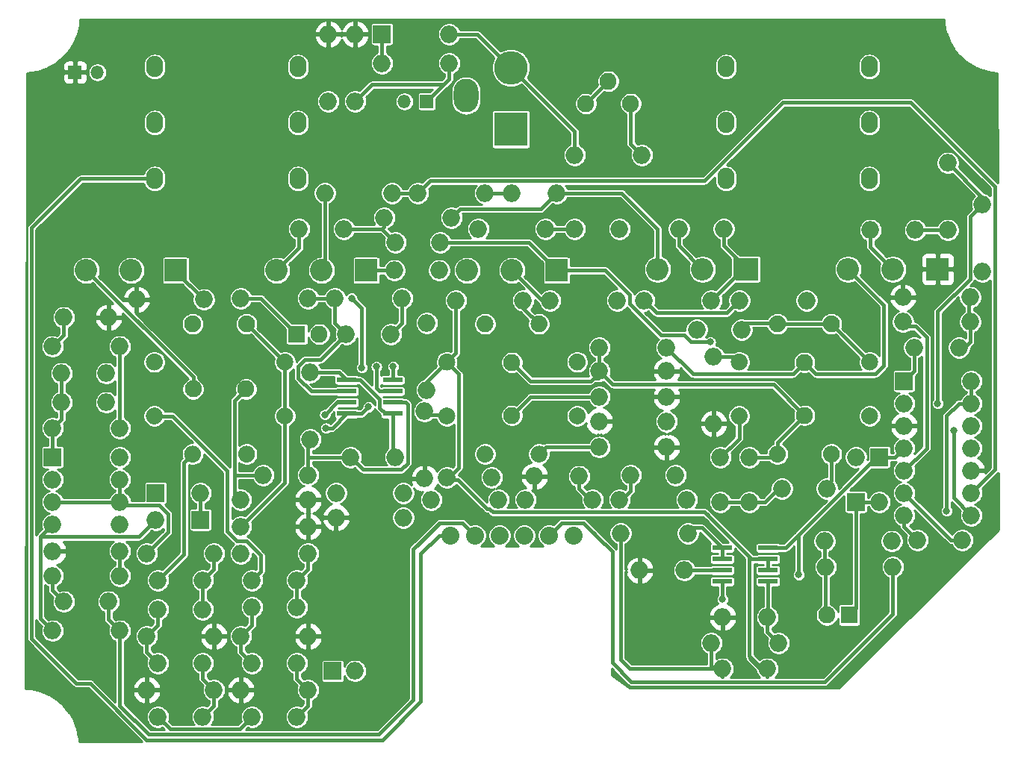
<source format=gbr>
G04 #@! TF.GenerationSoftware,KiCad,Pcbnew,(5.1.9-0-10_14)*
G04 #@! TF.CreationDate,2021-02-25T22:57:31+01:00*
G04 #@! TF.ProjectId,sansamp-gt-2,73616e73-616d-4702-9d67-742d322e6b69,rev?*
G04 #@! TF.SameCoordinates,Original*
G04 #@! TF.FileFunction,Copper,L1,Top*
G04 #@! TF.FilePolarity,Positive*
%FSLAX46Y46*%
G04 Gerber Fmt 4.6, Leading zero omitted, Abs format (unit mm)*
G04 Created by KiCad (PCBNEW (5.1.9-0-10_14)) date 2021-02-25 22:57:31*
%MOMM*%
%LPD*%
G01*
G04 APERTURE LIST*
G04 #@! TA.AperFunction,ComponentPad*
%ADD10O,1.930400X2.400000*%
G04 #@! TD*
G04 #@! TA.AperFunction,ComponentPad*
%ADD11O,2.000000X2.000000*%
G04 #@! TD*
G04 #@! TA.AperFunction,ComponentPad*
%ADD12R,2.000000X2.000000*%
G04 #@! TD*
G04 #@! TA.AperFunction,ComponentPad*
%ADD13R,3.810000X3.810000*%
G04 #@! TD*
G04 #@! TA.AperFunction,ComponentPad*
%ADD14O,3.810000X3.810000*%
G04 #@! TD*
G04 #@! TA.AperFunction,ComponentPad*
%ADD15O,2.810000X3.810000*%
G04 #@! TD*
G04 #@! TA.AperFunction,SMDPad,CuDef*
%ADD16R,2.200000X0.600000*%
G04 #@! TD*
G04 #@! TA.AperFunction,ComponentPad*
%ADD17O,1.930400X1.930400*%
G04 #@! TD*
G04 #@! TA.AperFunction,ComponentPad*
%ADD18O,2.540000X2.540000*%
G04 #@! TD*
G04 #@! TA.AperFunction,ComponentPad*
%ADD19R,2.540000X2.540000*%
G04 #@! TD*
G04 #@! TA.AperFunction,ComponentPad*
%ADD20O,2.032000X2.032000*%
G04 #@! TD*
G04 #@! TA.AperFunction,ComponentPad*
%ADD21R,1.930400X1.930400*%
G04 #@! TD*
G04 #@! TA.AperFunction,ComponentPad*
%ADD22O,1.508000X1.508000*%
G04 #@! TD*
G04 #@! TA.AperFunction,ComponentPad*
%ADD23R,1.508000X1.508000*%
G04 #@! TD*
G04 #@! TA.AperFunction,ViaPad*
%ADD24C,0.800000*%
G04 #@! TD*
G04 #@! TA.AperFunction,Conductor*
%ADD25C,0.400000*%
G04 #@! TD*
G04 #@! TA.AperFunction,Conductor*
%ADD26C,0.250000*%
G04 #@! TD*
G04 #@! TA.AperFunction,Conductor*
%ADD27C,0.254000*%
G04 #@! TD*
G04 #@! TA.AperFunction,Conductor*
%ADD28C,0.100000*%
G04 #@! TD*
G04 APERTURE END LIST*
D10*
X157340000Y-76073000D03*
X141110000Y-76073000D03*
X157340000Y-63373000D03*
X141110000Y-63373000D03*
X157340000Y-69723000D03*
X141110000Y-69723000D03*
X92570000Y-76073000D03*
X76340000Y-76073000D03*
X92570000Y-63373000D03*
X76340000Y-63373000D03*
X92570000Y-69723000D03*
X76340000Y-69723000D03*
D11*
X168910000Y-99060000D03*
X168910000Y-101600000D03*
X168910000Y-104140000D03*
X168910000Y-106680000D03*
X168910000Y-109220000D03*
X168910000Y-111760000D03*
X168910000Y-114300000D03*
X161290000Y-114300000D03*
X161290000Y-111760000D03*
X161290000Y-109220000D03*
X161290000Y-106680000D03*
X161290000Y-104140000D03*
X161290000Y-101600000D03*
D12*
X161290000Y-99060000D03*
D11*
X135763000Y-81788000D03*
X140843000Y-81788000D03*
D13*
X116713000Y-70485000D03*
D14*
X116713000Y-63500000D03*
D15*
X111633000Y-66675000D03*
D16*
X98111000Y-102743000D03*
X98111000Y-101473000D03*
X98111000Y-100203000D03*
X98111000Y-98933000D03*
X103311000Y-98933000D03*
X103311000Y-100203000D03*
X103311000Y-101473000D03*
X103311000Y-102743000D03*
X145856000Y-117983000D03*
X145856000Y-119253000D03*
X145856000Y-120523000D03*
X145856000Y-121793000D03*
X140656000Y-121793000D03*
X140656000Y-120523000D03*
X140656000Y-119253000D03*
X140656000Y-117983000D03*
D11*
X99060000Y-131953000D03*
D12*
X96520000Y-131953000D03*
D11*
X72390000Y-107696000D03*
X72390000Y-110236000D03*
X72390000Y-112776000D03*
X72390000Y-115316000D03*
X64770000Y-115316000D03*
X64770000Y-112776000D03*
X64770000Y-110236000D03*
D12*
X64770000Y-107696000D03*
D17*
X149987000Y-102949000D03*
X149987000Y-96949000D03*
G04 #@! TA.AperFunction,ComponentPad*
G36*
G01*
X156486305Y-97256900D02*
X156486305Y-97256900D01*
G75*
G02*
X157008668Y-95995805I891729J369366D01*
G01*
X157008668Y-95995805D01*
G75*
G02*
X158269763Y-96518168I369366J-891729D01*
G01*
X158269763Y-96518168D01*
G75*
G02*
X157747400Y-97779263I-891729J-369366D01*
G01*
X157747400Y-97779263D01*
G75*
G02*
X156486305Y-97256900I-369366J891729D01*
G01*
G37*
G04 #@! TD.AperFunction*
G04 #@! TA.AperFunction,ComponentPad*
G36*
G01*
X152156737Y-107709400D02*
X152156737Y-107709400D01*
G75*
G02*
X152679100Y-106448305I891729J369366D01*
G01*
X152679100Y-106448305D01*
G75*
G02*
X153940195Y-106970668I369366J-891729D01*
G01*
X153940195Y-106970668D01*
G75*
G02*
X153417832Y-108231763I-891729J-369366D01*
G01*
X153417832Y-108231763D01*
G75*
G02*
X152156737Y-107709400I-369366J891729D01*
G01*
G37*
G04 #@! TD.AperFunction*
G04 #@! TA.AperFunction,ComponentPad*
G36*
G01*
X141704237Y-103379832D02*
X141704237Y-103379832D01*
G75*
G02*
X142226600Y-102118737I891729J369366D01*
G01*
X142226600Y-102118737D01*
G75*
G02*
X143487695Y-102641100I369366J-891729D01*
G01*
X143487695Y-102641100D01*
G75*
G02*
X142965332Y-103902195I-891729J-369366D01*
G01*
X142965332Y-103902195D01*
G75*
G02*
X141704237Y-103379832I-369366J891729D01*
G01*
G37*
G04 #@! TD.AperFunction*
G04 #@! TA.AperFunction,ComponentPad*
G36*
G01*
X146033805Y-92927332D02*
X146033805Y-92927332D01*
G75*
G02*
X146556168Y-91666237I891729J369366D01*
G01*
X146556168Y-91666237D01*
G75*
G02*
X147817263Y-92188600I369366J-891729D01*
G01*
X147817263Y-92188600D01*
G75*
G02*
X147294900Y-93449695I-891729J-369366D01*
G01*
X147294900Y-93449695D01*
G75*
G02*
X146033805Y-92927332I-369366J891729D01*
G01*
G37*
G04 #@! TD.AperFunction*
G04 #@! TA.AperFunction,ComponentPad*
G36*
G01*
X142226600Y-97779263D02*
X142226600Y-97779263D01*
G75*
G02*
X141704237Y-96518168I369366J891729D01*
G01*
X141704237Y-96518168D01*
G75*
G02*
X142965332Y-95995805I891729J-369366D01*
G01*
X142965332Y-95995805D01*
G75*
G02*
X143487695Y-97256900I-369366J-891729D01*
G01*
X143487695Y-97256900D01*
G75*
G02*
X142226600Y-97779263I-891729J369366D01*
G01*
G37*
G04 #@! TD.AperFunction*
G04 #@! TA.AperFunction,ComponentPad*
G36*
G01*
X147817263Y-107709400D02*
X147817263Y-107709400D01*
G75*
G02*
X146556168Y-108231763I-891729J369366D01*
G01*
X146556168Y-108231763D01*
G75*
G02*
X146033805Y-106970668I369366J891729D01*
G01*
X146033805Y-106970668D01*
G75*
G02*
X147294900Y-106448305I891729J-369366D01*
G01*
X147294900Y-106448305D01*
G75*
G02*
X147817263Y-107709400I-369366J-891729D01*
G01*
G37*
G04 #@! TD.AperFunction*
G04 #@! TA.AperFunction,ComponentPad*
G36*
G01*
X157747400Y-102118737D02*
X157747400Y-102118737D01*
G75*
G02*
X158269763Y-103379832I-369366J-891729D01*
G01*
X158269763Y-103379832D01*
G75*
G02*
X157008668Y-103902195I-891729J369366D01*
G01*
X157008668Y-103902195D01*
G75*
G02*
X156486305Y-102641100I369366J891729D01*
G01*
X156486305Y-102641100D01*
G75*
G02*
X157747400Y-102118737I891729J-369366D01*
G01*
G37*
G04 #@! TD.AperFunction*
G04 #@! TA.AperFunction,ComponentPad*
G36*
G01*
X152156737Y-92188600D02*
X152156737Y-92188600D01*
G75*
G02*
X153417832Y-91666237I891729J-369366D01*
G01*
X153417832Y-91666237D01*
G75*
G02*
X153940195Y-92927332I-369366J-891729D01*
G01*
X153940195Y-92927332D01*
G75*
G02*
X152679100Y-93449695I-891729J369366D01*
G01*
X152679100Y-93449695D01*
G75*
G02*
X152156737Y-92188600I369366J891729D01*
G01*
G37*
G04 #@! TD.AperFunction*
X86693000Y-99949000D03*
X80693000Y-99949000D03*
G04 #@! TA.AperFunction,ComponentPad*
G36*
G01*
X81000900Y-93449695D02*
X81000900Y-93449695D01*
G75*
G02*
X79739805Y-92927332I-369366J891729D01*
G01*
X79739805Y-92927332D01*
G75*
G02*
X80262168Y-91666237I891729J369366D01*
G01*
X80262168Y-91666237D01*
G75*
G02*
X81523263Y-92188600I369366J-891729D01*
G01*
X81523263Y-92188600D01*
G75*
G02*
X81000900Y-93449695I-891729J-369366D01*
G01*
G37*
G04 #@! TD.AperFunction*
G04 #@! TA.AperFunction,ComponentPad*
G36*
G01*
X91453400Y-97779263D02*
X91453400Y-97779263D01*
G75*
G02*
X90192305Y-97256900I-369366J891729D01*
G01*
X90192305Y-97256900D01*
G75*
G02*
X90714668Y-95995805I891729J369366D01*
G01*
X90714668Y-95995805D01*
G75*
G02*
X91975763Y-96518168I369366J-891729D01*
G01*
X91975763Y-96518168D01*
G75*
G02*
X91453400Y-97779263I-891729J-369366D01*
G01*
G37*
G04 #@! TD.AperFunction*
G04 #@! TA.AperFunction,ComponentPad*
G36*
G01*
X87123832Y-108231763D02*
X87123832Y-108231763D01*
G75*
G02*
X85862737Y-107709400I-369366J891729D01*
G01*
X85862737Y-107709400D01*
G75*
G02*
X86385100Y-106448305I891729J369366D01*
G01*
X86385100Y-106448305D01*
G75*
G02*
X87646195Y-106970668I369366J-891729D01*
G01*
X87646195Y-106970668D01*
G75*
G02*
X87123832Y-108231763I-891729J-369366D01*
G01*
G37*
G04 #@! TD.AperFunction*
G04 #@! TA.AperFunction,ComponentPad*
G36*
G01*
X76671332Y-103902195D02*
X76671332Y-103902195D01*
G75*
G02*
X75410237Y-103379832I-369366J891729D01*
G01*
X75410237Y-103379832D01*
G75*
G02*
X75932600Y-102118737I891729J369366D01*
G01*
X75932600Y-102118737D01*
G75*
G02*
X77193695Y-102641100I369366J-891729D01*
G01*
X77193695Y-102641100D01*
G75*
G02*
X76671332Y-103902195I-891729J-369366D01*
G01*
G37*
G04 #@! TD.AperFunction*
G04 #@! TA.AperFunction,ComponentPad*
G36*
G01*
X81523263Y-107709400D02*
X81523263Y-107709400D01*
G75*
G02*
X80262168Y-108231763I-891729J369366D01*
G01*
X80262168Y-108231763D01*
G75*
G02*
X79739805Y-106970668I369366J891729D01*
G01*
X79739805Y-106970668D01*
G75*
G02*
X81000900Y-106448305I891729J-369366D01*
G01*
X81000900Y-106448305D01*
G75*
G02*
X81523263Y-107709400I-369366J-891729D01*
G01*
G37*
G04 #@! TD.AperFunction*
G04 #@! TA.AperFunction,ComponentPad*
G36*
G01*
X91453400Y-102118737D02*
X91453400Y-102118737D01*
G75*
G02*
X91975763Y-103379832I-369366J-891729D01*
G01*
X91975763Y-103379832D01*
G75*
G02*
X90714668Y-103902195I-891729J369366D01*
G01*
X90714668Y-103902195D01*
G75*
G02*
X90192305Y-102641100I369366J891729D01*
G01*
X90192305Y-102641100D01*
G75*
G02*
X91453400Y-102118737I891729J-369366D01*
G01*
G37*
G04 #@! TD.AperFunction*
G04 #@! TA.AperFunction,ComponentPad*
G36*
G01*
X85862737Y-92188600D02*
X85862737Y-92188600D01*
G75*
G02*
X87123832Y-91666237I891729J-369366D01*
G01*
X87123832Y-91666237D01*
G75*
G02*
X87646195Y-92927332I-369366J-891729D01*
G01*
X87646195Y-92927332D01*
G75*
G02*
X86385100Y-93449695I-891729J369366D01*
G01*
X86385100Y-93449695D01*
G75*
G02*
X85862737Y-92188600I369366J891729D01*
G01*
G37*
G04 #@! TD.AperFunction*
G04 #@! TA.AperFunction,ComponentPad*
G36*
G01*
X75932600Y-97779263D02*
X75932600Y-97779263D01*
G75*
G02*
X75410237Y-96518168I369366J891729D01*
G01*
X75410237Y-96518168D01*
G75*
G02*
X76671332Y-95995805I891729J-369366D01*
G01*
X76671332Y-95995805D01*
G75*
G02*
X77193695Y-97256900I-369366J-891729D01*
G01*
X77193695Y-97256900D01*
G75*
G02*
X75932600Y-97779263I-891729J369366D01*
G01*
G37*
G04 #@! TD.AperFunction*
X116840000Y-96949000D03*
X116840000Y-102949000D03*
G04 #@! TA.AperFunction,ComponentPad*
G36*
G01*
X110340695Y-102641100D02*
X110340695Y-102641100D01*
G75*
G02*
X109818332Y-103902195I-891729J-369366D01*
G01*
X109818332Y-103902195D01*
G75*
G02*
X108557237Y-103379832I-369366J891729D01*
G01*
X108557237Y-103379832D01*
G75*
G02*
X109079600Y-102118737I891729J369366D01*
G01*
X109079600Y-102118737D01*
G75*
G02*
X110340695Y-102641100I369366J-891729D01*
G01*
G37*
G04 #@! TD.AperFunction*
G04 #@! TA.AperFunction,ComponentPad*
G36*
G01*
X114670263Y-92188600D02*
X114670263Y-92188600D01*
G75*
G02*
X114147900Y-93449695I-891729J-369366D01*
G01*
X114147900Y-93449695D01*
G75*
G02*
X112886805Y-92927332I-369366J891729D01*
G01*
X112886805Y-92927332D01*
G75*
G02*
X113409168Y-91666237I891729J369366D01*
G01*
X113409168Y-91666237D01*
G75*
G02*
X114670263Y-92188600I369366J-891729D01*
G01*
G37*
G04 #@! TD.AperFunction*
G04 #@! TA.AperFunction,ComponentPad*
G36*
G01*
X125122763Y-96518168D02*
X125122763Y-96518168D01*
G75*
G02*
X124600400Y-97779263I-891729J-369366D01*
G01*
X124600400Y-97779263D01*
G75*
G02*
X123339305Y-97256900I-369366J891729D01*
G01*
X123339305Y-97256900D01*
G75*
G02*
X123861668Y-95995805I891729J369366D01*
G01*
X123861668Y-95995805D01*
G75*
G02*
X125122763Y-96518168I369366J-891729D01*
G01*
G37*
G04 #@! TD.AperFunction*
G04 #@! TA.AperFunction,ComponentPad*
G36*
G01*
X120793195Y-106970668D02*
X120793195Y-106970668D01*
G75*
G02*
X120270832Y-108231763I-891729J-369366D01*
G01*
X120270832Y-108231763D01*
G75*
G02*
X119009737Y-107709400I-369366J891729D01*
G01*
X119009737Y-107709400D01*
G75*
G02*
X119532100Y-106448305I891729J369366D01*
G01*
X119532100Y-106448305D01*
G75*
G02*
X120793195Y-106970668I369366J-891729D01*
G01*
G37*
G04 #@! TD.AperFunction*
G04 #@! TA.AperFunction,ComponentPad*
G36*
G01*
X124600400Y-102118737D02*
X124600400Y-102118737D01*
G75*
G02*
X125122763Y-103379832I-369366J-891729D01*
G01*
X125122763Y-103379832D01*
G75*
G02*
X123861668Y-103902195I-891729J369366D01*
G01*
X123861668Y-103902195D01*
G75*
G02*
X123339305Y-102641100I369366J891729D01*
G01*
X123339305Y-102641100D01*
G75*
G02*
X124600400Y-102118737I891729J-369366D01*
G01*
G37*
G04 #@! TD.AperFunction*
G04 #@! TA.AperFunction,ComponentPad*
G36*
G01*
X119009737Y-92188600D02*
X119009737Y-92188600D01*
G75*
G02*
X120270832Y-91666237I891729J-369366D01*
G01*
X120270832Y-91666237D01*
G75*
G02*
X120793195Y-92927332I-369366J-891729D01*
G01*
X120793195Y-92927332D01*
G75*
G02*
X119532100Y-93449695I-891729J369366D01*
G01*
X119532100Y-93449695D01*
G75*
G02*
X119009737Y-92188600I369366J891729D01*
G01*
G37*
G04 #@! TD.AperFunction*
G04 #@! TA.AperFunction,ComponentPad*
G36*
G01*
X109079600Y-97779263D02*
X109079600Y-97779263D01*
G75*
G02*
X108557237Y-96518168I369366J891729D01*
G01*
X108557237Y-96518168D01*
G75*
G02*
X109818332Y-95995805I891729J-369366D01*
G01*
X109818332Y-95995805D01*
G75*
G02*
X110340695Y-97256900I-369366J-891729D01*
G01*
X110340695Y-97256900D01*
G75*
G02*
X109079600Y-97779263I-891729J369366D01*
G01*
G37*
G04 #@! TD.AperFunction*
G04 #@! TA.AperFunction,ComponentPad*
G36*
G01*
X114670263Y-107709400D02*
X114670263Y-107709400D01*
G75*
G02*
X113409168Y-108231763I-891729J369366D01*
G01*
X113409168Y-108231763D01*
G75*
G02*
X112886805Y-106970668I369366J891729D01*
G01*
X112886805Y-106970668D01*
G75*
G02*
X114147900Y-106448305I891729J-369366D01*
G01*
X114147900Y-106448305D01*
G75*
G02*
X114670263Y-107709400I-369366J-891729D01*
G01*
G37*
G04 #@! TD.AperFunction*
D18*
X90170000Y-86487000D03*
X95250000Y-86487000D03*
D19*
X100330000Y-86487000D03*
D18*
X133350000Y-86360000D03*
X138430000Y-86360000D03*
D19*
X143510000Y-86360000D03*
D18*
X154940000Y-86360000D03*
X160020000Y-86360000D03*
D19*
X165100000Y-86360000D03*
D17*
X130302000Y-67564000D03*
X127762000Y-65024000D03*
X125222000Y-67564000D03*
D18*
X111760000Y-86487000D03*
X116840000Y-86487000D03*
D19*
X121920000Y-86487000D03*
D18*
X68580000Y-86487000D03*
X73660000Y-86487000D03*
D19*
X78740000Y-86487000D03*
D11*
X102362000Y-80518000D03*
X109982000Y-80518000D03*
X106172000Y-77724000D03*
X113792000Y-77724000D03*
X159893000Y-117221000D03*
X152273000Y-117221000D03*
X152400000Y-120142000D03*
X160020000Y-120142000D03*
X142621000Y-89916000D03*
X150241000Y-89916000D03*
X113030000Y-81788000D03*
X120650000Y-81788000D03*
X161163000Y-89535000D03*
X168783000Y-89535000D03*
X103251000Y-77724000D03*
X95631000Y-77724000D03*
X134366000Y-95250000D03*
X126746000Y-95250000D03*
X131826000Y-89916000D03*
X139446000Y-89916000D03*
X121158000Y-89916000D03*
X128778000Y-89916000D03*
X96012000Y-67310000D03*
X96012000Y-59690000D03*
X134366000Y-97917000D03*
X126746000Y-97917000D03*
X99060000Y-59690000D03*
X99060000Y-67310000D03*
X107188000Y-92456000D03*
X107188000Y-100076000D03*
X126746000Y-103632000D03*
X134366000Y-103632000D03*
X139700000Y-103886000D03*
X139700000Y-96266000D03*
X102108000Y-62992000D03*
X109728000Y-62992000D03*
X170180000Y-86614000D03*
X170180000Y-78994000D03*
X123952000Y-73406000D03*
X131572000Y-73406000D03*
X166243000Y-74295000D03*
X166243000Y-81915000D03*
X86106000Y-118618000D03*
X93726000Y-118618000D03*
X118110000Y-89916000D03*
X110490000Y-89916000D03*
X86106000Y-128016000D03*
X93726000Y-128016000D03*
X93726000Y-134112000D03*
X86106000Y-134112000D03*
X75438000Y-118618000D03*
X83058000Y-118618000D03*
X64770000Y-127381000D03*
X72390000Y-127381000D03*
X64770000Y-121158000D03*
X72390000Y-121158000D03*
X161163000Y-92329000D03*
X168783000Y-92329000D03*
X74295000Y-89789000D03*
X81915000Y-89789000D03*
X72390000Y-118364000D03*
X64770000Y-118364000D03*
X75438000Y-128016000D03*
X83058000Y-128016000D03*
X83058000Y-134112000D03*
X75438000Y-134112000D03*
X64770000Y-95123000D03*
X72390000Y-95123000D03*
X93980000Y-105664000D03*
X93980000Y-98044000D03*
X72390000Y-104394000D03*
X64770000Y-104394000D03*
X129032000Y-112522000D03*
X136652000Y-112522000D03*
X107696000Y-112522000D03*
X115316000Y-112522000D03*
X96901000Y-111760000D03*
X104521000Y-111760000D03*
X139446000Y-128778000D03*
X147066000Y-128778000D03*
X136779000Y-116332000D03*
X129159000Y-116332000D03*
X118364000Y-112522000D03*
X125984000Y-112522000D03*
X104521000Y-114554000D03*
X96901000Y-114554000D03*
X93726000Y-112522000D03*
X86106000Y-112522000D03*
X93726000Y-115570000D03*
X86106000Y-115570000D03*
X96774000Y-89662000D03*
X104394000Y-89662000D03*
X134366000Y-106553000D03*
X126746000Y-106553000D03*
X134366000Y-100838000D03*
X126746000Y-100838000D03*
X86106000Y-89662000D03*
X93726000Y-89662000D03*
X106934000Y-110109000D03*
X106934000Y-102489000D03*
D20*
X123825000Y-116586000D03*
X109855000Y-116586000D03*
X121031000Y-116586000D03*
X115443000Y-116586000D03*
X118237000Y-116586000D03*
X112649000Y-116586000D03*
D12*
X155829000Y-112776000D03*
D11*
X155829000Y-107696000D03*
D12*
X158496000Y-107696000D03*
D11*
X158496000Y-112776000D03*
D12*
X102108000Y-59690000D03*
D11*
X109728000Y-59690000D03*
D12*
X81534000Y-114808000D03*
D11*
X76454000Y-114808000D03*
D12*
X76454000Y-111760000D03*
D11*
X81534000Y-111760000D03*
X103505000Y-86487000D03*
X108585000Y-86487000D03*
X162814000Y-117094000D03*
X167894000Y-117094000D03*
D17*
X152527000Y-125603000D03*
D21*
X155067000Y-125603000D03*
D11*
X123952000Y-81788000D03*
X129032000Y-81788000D03*
X116840000Y-77724000D03*
X121920000Y-77724000D03*
D22*
X69850000Y-64008000D03*
D23*
X67310000Y-64008000D03*
D11*
X97790000Y-81788000D03*
X92710000Y-81788000D03*
D22*
X104648000Y-67310000D03*
D23*
X107188000Y-67310000D03*
D11*
X140462000Y-107696000D03*
X140462000Y-112776000D03*
X162560000Y-81915000D03*
X157480000Y-81915000D03*
X147447000Y-111252000D03*
X152527000Y-111252000D03*
X142875000Y-93218000D03*
X137795000Y-93218000D03*
X87376000Y-124714000D03*
X92456000Y-124714000D03*
X92456000Y-131064000D03*
X87376000Y-131064000D03*
X87376000Y-137160000D03*
X92456000Y-137160000D03*
X114554000Y-109982000D03*
X109474000Y-109982000D03*
X143764000Y-112776000D03*
X143764000Y-107696000D03*
X92456000Y-121666000D03*
X87376000Y-121666000D03*
X103632000Y-83312000D03*
X108712000Y-83312000D03*
X71120000Y-124079000D03*
X66040000Y-124079000D03*
X76708000Y-124968000D03*
X81788000Y-124968000D03*
X81788000Y-131064000D03*
X76708000Y-131064000D03*
X76708000Y-137160000D03*
X81788000Y-137160000D03*
X167513000Y-95250000D03*
X162433000Y-95250000D03*
X81788000Y-121666000D03*
X76708000Y-121666000D03*
X65786000Y-98171000D03*
X70866000Y-98171000D03*
X71120000Y-91821000D03*
X66040000Y-91821000D03*
X136398000Y-120523000D03*
X131318000Y-120523000D03*
X145796000Y-125857000D03*
X140716000Y-125857000D03*
X65786000Y-101473000D03*
X70866000Y-101473000D03*
X98552000Y-107696000D03*
X103632000Y-107696000D03*
X88646000Y-109728000D03*
X93726000Y-109728000D03*
X130302000Y-109728000D03*
X135382000Y-109728000D03*
X140716000Y-131699000D03*
X145796000Y-131699000D03*
X124460000Y-109855000D03*
X119380000Y-109855000D03*
X98044000Y-93726000D03*
X103124000Y-93726000D03*
D17*
X94996000Y-93726000D03*
D21*
X92456000Y-93726000D03*
D24*
X95631000Y-102870000D03*
X139319000Y-94615000D03*
X140716000Y-123825000D03*
X103378000Y-97409000D03*
X95758000Y-104394000D03*
X98659999Y-89642999D03*
X99822000Y-97536000D03*
X149352000Y-121031000D03*
X100584000Y-101981000D03*
X101473000Y-97409000D03*
X166116000Y-113792000D03*
X166909989Y-104679989D03*
X165100000Y-101600000D03*
D25*
X118951000Y-100838000D02*
X126746000Y-100838000D01*
X116840000Y-102949000D02*
X118951000Y-100838000D01*
X88392000Y-89662000D02*
X92456000Y-93726000D01*
X86106000Y-89662000D02*
X88392000Y-89662000D01*
D26*
X98826002Y-100203000D02*
X98111000Y-100203000D01*
D25*
X93726000Y-89662000D02*
X96774000Y-89662000D01*
X96774000Y-92456000D02*
X98044000Y-93726000D01*
X96774000Y-89662000D02*
X96774000Y-92456000D01*
X94066998Y-100203000D02*
X98111000Y-100203000D01*
X92579999Y-98716001D02*
X94066998Y-100203000D01*
X92579999Y-97371999D02*
X92579999Y-98716001D01*
X93307999Y-96643999D02*
X92579999Y-97371999D01*
X95126001Y-96643999D02*
X93307999Y-96643999D01*
X98044000Y-93726000D02*
X95126001Y-96643999D01*
X97028000Y-101473000D02*
X98111000Y-101473000D01*
X95631000Y-102870000D02*
X97028000Y-101473000D01*
X98961002Y-101473000D02*
X98111000Y-101473000D01*
X104394000Y-92456000D02*
X103124000Y-93726000D01*
X104394000Y-89662000D02*
X104394000Y-92456000D01*
X124460000Y-111252000D02*
X125984000Y-112776000D01*
X124460000Y-109982000D02*
X124460000Y-111252000D01*
D26*
X139446000Y-131318000D02*
X139700000Y-131572000D01*
D25*
X139446000Y-131318000D02*
X140716000Y-132588000D01*
X139700000Y-131572000D02*
X140716000Y-132588000D01*
X139446000Y-128778000D02*
X139446000Y-131572000D01*
X139446000Y-131572000D02*
X139700000Y-131572000D01*
X129159000Y-115697000D02*
X129159000Y-130683000D01*
X130175000Y-131699000D02*
X140716000Y-131699000D01*
X129159000Y-130683000D02*
X130175000Y-131699000D01*
D26*
X143764000Y-130556000D02*
X145796000Y-132588000D01*
X143764000Y-124968000D02*
X143764000Y-130556000D01*
X143764000Y-124460000D02*
X143764000Y-124968000D01*
D25*
X145856000Y-119253000D02*
X145856000Y-120523000D01*
D26*
X143764000Y-119253000D02*
X143764000Y-124968000D01*
D25*
X110490000Y-95846500D02*
X109448966Y-96887534D01*
X110490000Y-89916000D02*
X110490000Y-95846500D01*
X107188000Y-99148500D02*
X107188000Y-100076000D01*
X109448966Y-96887534D02*
X107188000Y-99148500D01*
X145796000Y-132290007D02*
X145796000Y-132588000D01*
X143764000Y-130258007D02*
X145796000Y-132290007D01*
X143764000Y-119253000D02*
X143764000Y-130258007D01*
X110814167Y-108895833D02*
X110814167Y-98252735D01*
X110814167Y-98252735D02*
X109448966Y-96887534D01*
X109474000Y-110236000D02*
X110814167Y-108895833D01*
X144018000Y-119253000D02*
X143764000Y-119253000D01*
X145856000Y-119253000D02*
X144018000Y-119253000D01*
X109474000Y-110236000D02*
X110703998Y-110236000D01*
X110703998Y-110236000D02*
X114025999Y-113558001D01*
X138684000Y-113919000D02*
X139128500Y-114363500D01*
X137327002Y-113919000D02*
X138684000Y-113919000D01*
X137324001Y-113922001D02*
X137327002Y-113919000D01*
X139128500Y-114363500D02*
X144018000Y-119253000D01*
X114025999Y-113558001D02*
X114279999Y-113558001D01*
X114643999Y-113922001D02*
X137324001Y-113922001D01*
X114279999Y-113558001D02*
X114643999Y-113922001D01*
X138941001Y-114176001D02*
X139128500Y-114363500D01*
X130302000Y-111506000D02*
X129032000Y-112776000D01*
X130302000Y-109982000D02*
X130302000Y-111506000D01*
X140656000Y-117983000D02*
X140656000Y-119253000D01*
X138370000Y-115697000D02*
X140656000Y-117983000D01*
X136779000Y-115697000D02*
X138370000Y-115697000D01*
D26*
X86106000Y-112268000D02*
X86106000Y-112522000D01*
D25*
X85389265Y-111805265D02*
X86106000Y-112522000D01*
X86693000Y-99949000D02*
X85389265Y-101252735D01*
X85434530Y-109728000D02*
X85389265Y-109773265D01*
X88646000Y-109728000D02*
X85434530Y-109728000D01*
X85389265Y-109773265D02*
X85389265Y-111805265D01*
X85389265Y-101252735D02*
X85389265Y-109773265D01*
X98552000Y-107696000D02*
X93726000Y-107696000D01*
X93726000Y-105664000D02*
X93726000Y-109728000D01*
X105032001Y-101694001D02*
X104811000Y-101473000D01*
X105032001Y-108368001D02*
X105032001Y-101694001D01*
X104304001Y-109096001D02*
X105032001Y-108368001D01*
X99952001Y-109096001D02*
X104304001Y-109096001D01*
X104811000Y-101473000D02*
X103311000Y-101473000D01*
X98552000Y-107696000D02*
X99952001Y-109096001D01*
D26*
X93980000Y-97790000D02*
X93726000Y-98044000D01*
D25*
X93726000Y-98044000D02*
X97222000Y-98044000D01*
X97222000Y-98044000D02*
X98111000Y-98933000D01*
X103311000Y-107375000D02*
X103632000Y-107696000D01*
X103311000Y-102743000D02*
X103311000Y-107375000D01*
X102460998Y-102743000D02*
X103311000Y-102743000D01*
X101810999Y-102093001D02*
X102460998Y-102743000D01*
X101810999Y-101132999D02*
X101810999Y-102093001D01*
X99611000Y-98933000D02*
X101810999Y-101132999D01*
X98111000Y-98933000D02*
X99611000Y-98933000D01*
X65786000Y-98171000D02*
X65786000Y-101473000D01*
X65786000Y-103378000D02*
X64770000Y-104394000D01*
X65786000Y-101473000D02*
X65786000Y-103378000D01*
X64770000Y-104394000D02*
X64770000Y-107696000D01*
X145856000Y-121793000D02*
X145856000Y-126686000D01*
X145796000Y-127508000D02*
X147066000Y-128778000D01*
X145796000Y-125857000D02*
X145796000Y-127508000D01*
X137033000Y-120523000D02*
X140656000Y-120523000D01*
X136398000Y-121158000D02*
X137033000Y-120523000D01*
X66040000Y-93853000D02*
X64770000Y-95123000D01*
X66040000Y-91821000D02*
X66040000Y-93853000D01*
X83058000Y-120396000D02*
X81788000Y-121666000D01*
X83058000Y-118618000D02*
X83058000Y-120396000D01*
X81788000Y-121666000D02*
X81788000Y-124968000D01*
X79666335Y-118707665D02*
X76708000Y-121666000D01*
X79666335Y-108305233D02*
X79666335Y-118707665D01*
X80631534Y-107340034D02*
X79666335Y-108305233D01*
X168656000Y-92710000D02*
X168783000Y-92837000D01*
X168656000Y-89916000D02*
X168656000Y-92710000D01*
X168783000Y-94615000D02*
X167513000Y-95885000D01*
X168783000Y-92837000D02*
X168783000Y-94615000D01*
X162433000Y-97917000D02*
X161290000Y-99060000D01*
X162433000Y-95885000D02*
X162433000Y-97917000D01*
X64770000Y-112776000D02*
X72390000Y-112776000D01*
X72390000Y-112776000D02*
X72390000Y-110236000D01*
X77854001Y-116201999D02*
X75438000Y-118618000D01*
X76878003Y-113160001D02*
X77854001Y-114135999D01*
X72774001Y-113160001D02*
X76878003Y-113160001D01*
X77854001Y-114135999D02*
X77854001Y-116201999D01*
X72390000Y-112776000D02*
X72774001Y-113160001D01*
X85975999Y-138560001D02*
X87376000Y-137160000D01*
X78108001Y-138560001D02*
X85975999Y-138560001D01*
X76708000Y-137160000D02*
X78108001Y-138560001D01*
X81788000Y-132842000D02*
X83058000Y-134112000D01*
X81788000Y-131064000D02*
X81788000Y-132842000D01*
X83058000Y-135890000D02*
X81788000Y-137160000D01*
X83058000Y-134112000D02*
X83058000Y-135890000D01*
X76708000Y-126746000D02*
X75438000Y-128016000D01*
X76708000Y-124968000D02*
X76708000Y-126746000D01*
X75438000Y-129794000D02*
X76708000Y-131064000D01*
X75438000Y-128016000D02*
X75438000Y-129794000D01*
X71120000Y-126111000D02*
X72390000Y-127381000D01*
X71120000Y-124079000D02*
X71120000Y-126111000D01*
D26*
X112649000Y-116586000D02*
X111307999Y-115244999D01*
X111307999Y-115244999D02*
X108654591Y-115244999D01*
X108654591Y-115244999D02*
X106133980Y-117765610D01*
X72390000Y-131953000D02*
X72390000Y-133350000D01*
D25*
X72390000Y-135872990D02*
X72390000Y-127381000D01*
X75677021Y-139160011D02*
X72390000Y-135872990D01*
X105664000Y-135255000D02*
X101758989Y-139160011D01*
X105664000Y-118110000D02*
X105664000Y-135255000D01*
X106058981Y-117734543D02*
X106039457Y-117734543D01*
X106039457Y-117734543D02*
X105664000Y-118110000D01*
X108623525Y-115169999D02*
X106058981Y-117734543D01*
X111232999Y-115169999D02*
X108623525Y-115169999D01*
X101758989Y-139160011D02*
X75677021Y-139160011D01*
X112649000Y-116586000D02*
X111232999Y-115169999D01*
X64770000Y-122809000D02*
X66040000Y-124079000D01*
X64770000Y-121158000D02*
X64770000Y-122809000D01*
X102108000Y-81788000D02*
X103632000Y-83312000D01*
X97790000Y-81788000D02*
X102108000Y-81788000D01*
X102362000Y-81534000D02*
X102108000Y-81788000D01*
X102362000Y-80518000D02*
X102362000Y-81534000D01*
X161290000Y-115570000D02*
X162814000Y-117094000D01*
X161290000Y-114300000D02*
X161290000Y-115570000D01*
X118745000Y-83312000D02*
X121920000Y-86487000D01*
X108712000Y-83312000D02*
X118745000Y-83312000D01*
X136354997Y-93849999D02*
X137122999Y-94618001D01*
X137122999Y-94618001D02*
X139315999Y-94618001D01*
X130178001Y-90300001D02*
X133727999Y-93849999D01*
X130178001Y-89243999D02*
X130178001Y-90300001D01*
X127421002Y-86487000D02*
X130178001Y-89243999D01*
X133727999Y-93849999D02*
X136354997Y-93849999D01*
X121920000Y-86487000D02*
X127421002Y-86487000D01*
X139315999Y-94618001D02*
X139319000Y-94615000D01*
X93726000Y-120396000D02*
X92456000Y-121666000D01*
X93726000Y-118618000D02*
X93726000Y-120396000D01*
X92456000Y-121666000D02*
X92456000Y-124714000D01*
X88375999Y-118815997D02*
X88375999Y-120666001D01*
X86778001Y-117217999D02*
X88375999Y-118815997D01*
X88375999Y-120666001D02*
X87376000Y-121666000D01*
X85681997Y-117217999D02*
X86778001Y-117217999D01*
X84580991Y-116116993D02*
X85681997Y-117217999D01*
X84580991Y-109268993D02*
X84580991Y-116116993D01*
X78322464Y-103010466D02*
X84580991Y-109268993D01*
X76301966Y-103010466D02*
X78322464Y-103010466D01*
X140462000Y-112776000D02*
X143764000Y-112776000D01*
X145542000Y-112776000D02*
X147066000Y-111252000D01*
X143764000Y-112776000D02*
X145542000Y-112776000D01*
D26*
X126675002Y-98806000D02*
X125984000Y-98806000D01*
X125984000Y-98806000D02*
X125746001Y-99043999D01*
X126746000Y-98044000D02*
X125984000Y-98806000D01*
D25*
X125746001Y-99043999D02*
X126746000Y-98044000D01*
X118934999Y-99043999D02*
X125746001Y-99043999D01*
X116840000Y-96949000D02*
X118934999Y-99043999D01*
X146569568Y-107696000D02*
X146925534Y-107340034D01*
X143764000Y-107696000D02*
X146569568Y-107696000D01*
X146925534Y-106010466D02*
X146925534Y-107340034D01*
X149987000Y-102949000D02*
X146925534Y-106010466D01*
X126746000Y-95250000D02*
X126746000Y-98044000D01*
X146475999Y-99437999D02*
X149987000Y-102949000D01*
X128266999Y-99437999D02*
X146475999Y-99437999D01*
X126746000Y-97917000D02*
X128266999Y-99437999D01*
X92456000Y-132842000D02*
X93726000Y-134112000D01*
X92456000Y-131064000D02*
X92456000Y-132842000D01*
X93726000Y-135890000D02*
X92456000Y-137160000D01*
X93726000Y-134112000D02*
X93726000Y-135890000D01*
X87376000Y-126746000D02*
X86106000Y-128016000D01*
X87376000Y-124714000D02*
X87376000Y-126746000D01*
X86106000Y-129794000D02*
X87376000Y-131064000D01*
X86106000Y-128016000D02*
X86106000Y-129794000D01*
X153048466Y-92557966D02*
X157378034Y-96887534D01*
X146925534Y-92557966D02*
X153048466Y-92557966D01*
X146823568Y-92456000D02*
X146925534Y-92557966D01*
X143256000Y-92456000D02*
X146823568Y-92456000D01*
X153048466Y-110349534D02*
X152146000Y-111252000D01*
X153048466Y-107340034D02*
X153048466Y-110349534D01*
X162560000Y-81915000D02*
X166243000Y-81915000D01*
X157480000Y-83820000D02*
X160020000Y-86360000D01*
X157480000Y-82296000D02*
X157480000Y-83820000D01*
X142595966Y-105562034D02*
X140462000Y-107696000D01*
X142595966Y-103010466D02*
X142595966Y-105562034D01*
D26*
X140656000Y-123765000D02*
X140716000Y-123825000D01*
D25*
X140656000Y-121793000D02*
X140656000Y-123765000D01*
X103378000Y-98866000D02*
X103311000Y-98933000D01*
X103378000Y-97409000D02*
X103378000Y-98866000D01*
X63369999Y-125980999D02*
X64770000Y-127381000D01*
X63369999Y-116716001D02*
X63369999Y-125980999D01*
X63630001Y-116716001D02*
X63500000Y-116586000D01*
X76454000Y-114808000D02*
X74545999Y-116716001D01*
X63500000Y-116586000D02*
X63369999Y-116716001D01*
X74545999Y-116716001D02*
X63630001Y-116716001D01*
X64770000Y-115316000D02*
X63500000Y-116586000D01*
X109728000Y-62992000D02*
X109728000Y-64770000D01*
X100965000Y-65405000D02*
X99060000Y-67310000D01*
X109093000Y-65405000D02*
X100965000Y-65405000D01*
X109728000Y-64770000D02*
X109093000Y-65405000D01*
X109093000Y-65405000D02*
X107188000Y-67310000D01*
D26*
X145796000Y-117923000D02*
X145856000Y-117983000D01*
D25*
X96460000Y-104394000D02*
X98111000Y-102743000D01*
X95758000Y-104394000D02*
X96460000Y-104394000D01*
X160274000Y-107696000D02*
X161290000Y-106680000D01*
X158496000Y-107696000D02*
X160274000Y-107696000D01*
X99822000Y-90805000D02*
X98659999Y-89642999D01*
X99822000Y-97536000D02*
X99822000Y-90805000D01*
X158155002Y-107696000D02*
X158496000Y-107696000D01*
X145856000Y-117983000D02*
X147868002Y-117983000D01*
X149352000Y-116499002D02*
X149435501Y-116415501D01*
X149352000Y-121031000D02*
X149352000Y-116499002D01*
X149435501Y-116415501D02*
X158155002Y-107696000D01*
X147868002Y-117983000D02*
X149435501Y-116415501D01*
X99822000Y-102743000D02*
X98111000Y-102743000D01*
X100584000Y-101981000D02*
X99822000Y-102743000D01*
X92710000Y-83947000D02*
X90170000Y-86487000D01*
X92710000Y-81788000D02*
X92710000Y-83947000D01*
X113792000Y-77724000D02*
X116840000Y-77724000D01*
X135763000Y-83693000D02*
X138430000Y-86360000D01*
X135763000Y-81788000D02*
X135763000Y-83693000D01*
X110981999Y-79518001D02*
X109982000Y-80518000D01*
X120125999Y-79518001D02*
X110981999Y-79518001D01*
X121920000Y-77724000D02*
X120125999Y-79518001D01*
X121920000Y-77724000D02*
X129286000Y-77724000D01*
X133350000Y-81788000D02*
X133350000Y-86360000D01*
X129286000Y-77724000D02*
X133350000Y-81788000D01*
X120650000Y-81788000D02*
X123952000Y-81788000D01*
X152273000Y-120015000D02*
X152400000Y-120142000D01*
X152273000Y-117221000D02*
X152273000Y-120015000D01*
X152400000Y-125476000D02*
X152527000Y-125603000D01*
X152400000Y-120142000D02*
X152400000Y-125476000D01*
X100330000Y-86487000D02*
X103505000Y-86487000D01*
X72390000Y-118364000D02*
X72390000Y-121158000D01*
X81534000Y-111760000D02*
X81534000Y-114808000D01*
X127762000Y-65024000D02*
X125222000Y-67564000D01*
X102108000Y-59690000D02*
X102108000Y-62992000D01*
X112903000Y-59690000D02*
X116713000Y-63500000D01*
X109728000Y-59690000D02*
X112903000Y-59690000D01*
X123952000Y-70739000D02*
X123952000Y-73406000D01*
X116713000Y-63500000D02*
X123952000Y-70739000D01*
X160020000Y-120142000D02*
X160020000Y-125476000D01*
X160020000Y-125476000D02*
X152307991Y-133188009D01*
X130354007Y-133188009D02*
X128187010Y-131021012D01*
X152307991Y-133188009D02*
X130354007Y-133188009D01*
X128187010Y-131021012D02*
X128187010Y-118408010D01*
X124948999Y-115169999D02*
X122447001Y-115169999D01*
X126492000Y-116713000D02*
X124948999Y-115169999D01*
X128187010Y-118408010D02*
X126492000Y-116713000D01*
X122447001Y-115169999D02*
X121031000Y-116586000D01*
X126492000Y-116713000D02*
X126076010Y-116297010D01*
X106508990Y-135426010D02*
X106508990Y-135258552D01*
X102174979Y-139760021D02*
X106508990Y-135426010D01*
X75428489Y-139760021D02*
X102174979Y-139760021D01*
X69018468Y-133350000D02*
X75428489Y-139760021D01*
X108589248Y-116586000D02*
X109855000Y-116586000D01*
X106508990Y-118666258D02*
X108589248Y-116586000D01*
X106508990Y-135426010D02*
X106508990Y-118666258D01*
X76340000Y-76073000D02*
X67945000Y-76073000D01*
X67945000Y-76073000D02*
X62357000Y-81661000D01*
X62357000Y-81661000D02*
X62357000Y-128270000D01*
X67437000Y-133350000D02*
X69018468Y-133350000D01*
X62357000Y-128270000D02*
X67437000Y-133350000D01*
X109308500Y-102870000D02*
X109448966Y-103010466D01*
X106934000Y-102870000D02*
X109308500Y-102870000D01*
D26*
X120053500Y-107188000D02*
X119901466Y-107340034D01*
D25*
X120688500Y-106553000D02*
X119901466Y-107340034D01*
X126746000Y-106553000D02*
X120688500Y-106553000D01*
X86754466Y-92557966D02*
X91084034Y-96887534D01*
X91084034Y-110591966D02*
X86106000Y-115570000D01*
X91084034Y-103010466D02*
X91084034Y-110591966D01*
X91084034Y-96887534D02*
X91084034Y-103010466D01*
X72390000Y-95123000D02*
X72390000Y-104394000D01*
X78740000Y-86614000D02*
X81915000Y-89789000D01*
X78740000Y-86487000D02*
X78740000Y-86614000D01*
X118110000Y-90766500D02*
X119901466Y-92557966D01*
X118110000Y-89916000D02*
X118110000Y-90766500D01*
X130302000Y-72136000D02*
X131572000Y-73406000D01*
X130302000Y-67564000D02*
X130302000Y-72136000D01*
X141974432Y-96266000D02*
X142595966Y-96887534D01*
X139700000Y-96266000D02*
X141974432Y-96266000D01*
D26*
X113676568Y-92456000D02*
X113778534Y-92557966D01*
D25*
X148683265Y-98252735D02*
X149987000Y-96949000D01*
X137368735Y-98252735D02*
X148683265Y-98252735D01*
X134366000Y-95250000D02*
X137368735Y-98252735D01*
X154940000Y-86360000D02*
X159004000Y-90424000D01*
X158033331Y-98252735D02*
X151290735Y-98252735D01*
X159004000Y-97282066D02*
X158033331Y-98252735D01*
X151290735Y-98252735D02*
X149987000Y-96949000D01*
X159004000Y-90424000D02*
X159004000Y-97282066D01*
X80693000Y-98600000D02*
X80693000Y-99949000D01*
X68580000Y-86487000D02*
X80693000Y-98600000D01*
X104161002Y-100203000D02*
X103311000Y-100203000D01*
X101811000Y-100203000D02*
X101473000Y-99865000D01*
X103311000Y-100203000D02*
X101811000Y-100203000D01*
X101473000Y-99865000D02*
X101473000Y-97409000D01*
X155829000Y-112776000D02*
X158496000Y-112776000D01*
X155829000Y-124841000D02*
X155067000Y-125603000D01*
X155829000Y-112776000D02*
X155829000Y-124841000D01*
X168910000Y-99060000D02*
X168910000Y-101600000D01*
X167495787Y-101600000D02*
X166109988Y-102985799D01*
X166109988Y-102985799D02*
X166109988Y-108070988D01*
X168910000Y-101600000D02*
X167495787Y-101600000D01*
X166109988Y-108070988D02*
X166116000Y-108077000D01*
X166116000Y-108077000D02*
X166116000Y-113792000D01*
X166116000Y-113792000D02*
X166116000Y-113792000D01*
X140843000Y-81788000D02*
X140843000Y-83693000D01*
X142113000Y-87249000D02*
X142113000Y-84963000D01*
X139446000Y-89916000D02*
X142113000Y-87249000D01*
X142113000Y-84963000D02*
X143510000Y-86360000D01*
X140843000Y-83693000D02*
X142113000Y-84963000D01*
X166624000Y-117094000D02*
X167894000Y-117094000D01*
X161290000Y-111760000D02*
X166624000Y-117094000D01*
X133226001Y-91316001D02*
X131826000Y-89916000D01*
X141220999Y-91316001D02*
X133226001Y-91316001D01*
X142621000Y-89916000D02*
X141220999Y-91316001D01*
X166909989Y-112299989D02*
X168910000Y-114300000D01*
X166909989Y-104679989D02*
X166909989Y-112299989D01*
X163833001Y-106676999D02*
X161290000Y-109220000D01*
X163833001Y-94092788D02*
X163833001Y-106676999D01*
X162577213Y-92837000D02*
X163833001Y-94092788D01*
X161163000Y-92837000D02*
X162577213Y-92837000D01*
X170180000Y-78232000D02*
X170180000Y-78994000D01*
X166243000Y-74295000D02*
X170180000Y-78232000D01*
X168779999Y-87465999D02*
X165100000Y-91145998D01*
X168779999Y-80394001D02*
X168779999Y-87465999D01*
X170180000Y-78994000D02*
X168779999Y-80394001D01*
X165100000Y-91145998D02*
X165100000Y-101600000D01*
X120269000Y-89916000D02*
X121158000Y-89916000D01*
X116840000Y-86487000D02*
X120269000Y-89916000D01*
X103251000Y-77724000D02*
X106172000Y-77724000D01*
X107572001Y-76323999D02*
X138678303Y-76323999D01*
X138678303Y-76323999D02*
X147565302Y-67437000D01*
X106172000Y-77724000D02*
X107572001Y-76323999D01*
X171580001Y-76965001D02*
X171580001Y-109089999D01*
X162052000Y-67437000D02*
X171580001Y-76965001D01*
X171580001Y-109089999D02*
X168910000Y-111760000D01*
X147565302Y-67437000D02*
X162052000Y-67437000D01*
X95631000Y-86106000D02*
X95250000Y-86487000D01*
X95631000Y-77724000D02*
X95631000Y-86106000D01*
D27*
X165812764Y-58444134D02*
X165814080Y-58453268D01*
X165814402Y-58462488D01*
X165819508Y-58494013D01*
X166019461Y-59451136D01*
X166022931Y-59462928D01*
X166025321Y-59474996D01*
X166035402Y-59505300D01*
X166385809Y-60418140D01*
X166391123Y-60429231D01*
X166395409Y-60440756D01*
X166410204Y-60469058D01*
X166902049Y-61314133D01*
X166909071Y-61324236D01*
X166915142Y-61334923D01*
X166934272Y-61360495D01*
X167554903Y-62116062D01*
X167563449Y-62124912D01*
X167571151Y-62134491D01*
X167594123Y-62156676D01*
X168327570Y-62803297D01*
X168337421Y-62810667D01*
X168346555Y-62818891D01*
X168372779Y-62837118D01*
X169200174Y-63358157D01*
X169211079Y-63363858D01*
X169221409Y-63370515D01*
X169250210Y-63384315D01*
X170150266Y-63766366D01*
X170161941Y-63770250D01*
X170173203Y-63775170D01*
X170203839Y-63784187D01*
X171153400Y-64017422D01*
X171165543Y-64019389D01*
X171177450Y-64022446D01*
X171209134Y-64026449D01*
X171860788Y-64078880D01*
X171891011Y-76530721D01*
X162442955Y-67082666D01*
X162426448Y-67062552D01*
X162346202Y-66996696D01*
X162254650Y-66947761D01*
X162155310Y-66917626D01*
X162077881Y-66910000D01*
X162052000Y-66907451D01*
X162026119Y-66910000D01*
X147591183Y-66910000D01*
X147565302Y-66907451D01*
X147539421Y-66910000D01*
X147461992Y-66917626D01*
X147362652Y-66947761D01*
X147271100Y-66996696D01*
X147190854Y-67062552D01*
X147174356Y-67082655D01*
X138460014Y-75796999D01*
X107597878Y-75796999D01*
X107572000Y-75794450D01*
X107546122Y-75796999D01*
X107546120Y-75796999D01*
X107468691Y-75804625D01*
X107369351Y-75834760D01*
X107277799Y-75883695D01*
X107197553Y-75949551D01*
X107181050Y-75969660D01*
X106660642Y-76490068D01*
X106559072Y-76447996D01*
X106302698Y-76397000D01*
X106041302Y-76397000D01*
X105784928Y-76447996D01*
X105543430Y-76548028D01*
X105326087Y-76693252D01*
X105141252Y-76878087D01*
X104996028Y-77095430D01*
X104953956Y-77197000D01*
X104469044Y-77197000D01*
X104426972Y-77095430D01*
X104281748Y-76878087D01*
X104096913Y-76693252D01*
X103879570Y-76548028D01*
X103638072Y-76447996D01*
X103381698Y-76397000D01*
X103120302Y-76397000D01*
X102863928Y-76447996D01*
X102622430Y-76548028D01*
X102405087Y-76693252D01*
X102220252Y-76878087D01*
X102075028Y-77095430D01*
X101974996Y-77336928D01*
X101924000Y-77593302D01*
X101924000Y-77854698D01*
X101974996Y-78111072D01*
X102075028Y-78352570D01*
X102220252Y-78569913D01*
X102405087Y-78754748D01*
X102622430Y-78899972D01*
X102863928Y-79000004D01*
X103120302Y-79051000D01*
X103381698Y-79051000D01*
X103638072Y-79000004D01*
X103879570Y-78899972D01*
X104096913Y-78754748D01*
X104281748Y-78569913D01*
X104426972Y-78352570D01*
X104469044Y-78251000D01*
X104953956Y-78251000D01*
X104996028Y-78352570D01*
X105141252Y-78569913D01*
X105326087Y-78754748D01*
X105543430Y-78899972D01*
X105784928Y-79000004D01*
X106041302Y-79051000D01*
X106302698Y-79051000D01*
X106559072Y-79000004D01*
X106800570Y-78899972D01*
X107017913Y-78754748D01*
X107202748Y-78569913D01*
X107347972Y-78352570D01*
X107448004Y-78111072D01*
X107499000Y-77854698D01*
X107499000Y-77593302D01*
X107448004Y-77336928D01*
X107405932Y-77235358D01*
X107790291Y-76850999D01*
X112788340Y-76850999D01*
X112761252Y-76878087D01*
X112616028Y-77095430D01*
X112515996Y-77336928D01*
X112465000Y-77593302D01*
X112465000Y-77854698D01*
X112515996Y-78111072D01*
X112616028Y-78352570D01*
X112761252Y-78569913D01*
X112946087Y-78754748D01*
X113163430Y-78899972D01*
X113383193Y-78991001D01*
X111007879Y-78991001D01*
X110981998Y-78988452D01*
X110925658Y-78994001D01*
X110878689Y-78998627D01*
X110779349Y-79028762D01*
X110687797Y-79077697D01*
X110607551Y-79143553D01*
X110591048Y-79163662D01*
X110470642Y-79284068D01*
X110369072Y-79241996D01*
X110112698Y-79191000D01*
X109851302Y-79191000D01*
X109594928Y-79241996D01*
X109353430Y-79342028D01*
X109136087Y-79487252D01*
X108951252Y-79672087D01*
X108806028Y-79889430D01*
X108705996Y-80130928D01*
X108655000Y-80387302D01*
X108655000Y-80648698D01*
X108705996Y-80905072D01*
X108806028Y-81146570D01*
X108951252Y-81363913D01*
X109136087Y-81548748D01*
X109353430Y-81693972D01*
X109594928Y-81794004D01*
X109851302Y-81845000D01*
X110112698Y-81845000D01*
X110369072Y-81794004D01*
X110610570Y-81693972D01*
X110827913Y-81548748D01*
X111012748Y-81363913D01*
X111157972Y-81146570D01*
X111258004Y-80905072D01*
X111309000Y-80648698D01*
X111309000Y-80387302D01*
X111258004Y-80130928D01*
X111222412Y-80045001D01*
X120100118Y-80045001D01*
X120125999Y-80047550D01*
X120151880Y-80045001D01*
X120229309Y-80037375D01*
X120328649Y-80007240D01*
X120420201Y-79958305D01*
X120500447Y-79892449D01*
X120516954Y-79872335D01*
X121431358Y-78957932D01*
X121532928Y-79000004D01*
X121789302Y-79051000D01*
X122050698Y-79051000D01*
X122307072Y-79000004D01*
X122548570Y-78899972D01*
X122765913Y-78754748D01*
X122950748Y-78569913D01*
X123095972Y-78352570D01*
X123138044Y-78251000D01*
X129067711Y-78251000D01*
X132823000Y-82006290D01*
X132823001Y-84849710D01*
X132593537Y-84944757D01*
X132331972Y-85119529D01*
X132109529Y-85341972D01*
X131934757Y-85603537D01*
X131814372Y-85894172D01*
X131753000Y-86202709D01*
X131753000Y-86517291D01*
X131814372Y-86825828D01*
X131934757Y-87116463D01*
X132109529Y-87378028D01*
X132331972Y-87600471D01*
X132593537Y-87775243D01*
X132884172Y-87895628D01*
X133192709Y-87957000D01*
X133507291Y-87957000D01*
X133815828Y-87895628D01*
X134106463Y-87775243D01*
X134368028Y-87600471D01*
X134590471Y-87378028D01*
X134765243Y-87116463D01*
X134885628Y-86825828D01*
X134947000Y-86517291D01*
X134947000Y-86202709D01*
X134885628Y-85894172D01*
X134765243Y-85603537D01*
X134590471Y-85341972D01*
X134368028Y-85119529D01*
X134106463Y-84944757D01*
X133877000Y-84849710D01*
X133877000Y-81813881D01*
X133879549Y-81788000D01*
X133869374Y-81684690D01*
X133861066Y-81657302D01*
X134436000Y-81657302D01*
X134436000Y-81918698D01*
X134486996Y-82175072D01*
X134587028Y-82416570D01*
X134732252Y-82633913D01*
X134917087Y-82818748D01*
X135134430Y-82963972D01*
X135236001Y-83006044D01*
X135236001Y-83667110D01*
X135233451Y-83693000D01*
X135243626Y-83796309D01*
X135273761Y-83895649D01*
X135301209Y-83947001D01*
X135322697Y-83987202D01*
X135388553Y-84067448D01*
X135408662Y-84083951D01*
X136989419Y-85664709D01*
X136894372Y-85894172D01*
X136833000Y-86202709D01*
X136833000Y-86517291D01*
X136894372Y-86825828D01*
X137014757Y-87116463D01*
X137189529Y-87378028D01*
X137411972Y-87600471D01*
X137673537Y-87775243D01*
X137964172Y-87895628D01*
X138272709Y-87957000D01*
X138587291Y-87957000D01*
X138895828Y-87895628D01*
X139186463Y-87775243D01*
X139448028Y-87600471D01*
X139670471Y-87378028D01*
X139845243Y-87116463D01*
X139965628Y-86825828D01*
X140027000Y-86517291D01*
X140027000Y-86202709D01*
X139965628Y-85894172D01*
X139845243Y-85603537D01*
X139670471Y-85341972D01*
X139448028Y-85119529D01*
X139186463Y-84944757D01*
X138895828Y-84824372D01*
X138587291Y-84763000D01*
X138272709Y-84763000D01*
X137964172Y-84824372D01*
X137734709Y-84919419D01*
X136290000Y-83474711D01*
X136290000Y-83006044D01*
X136391570Y-82963972D01*
X136608913Y-82818748D01*
X136793748Y-82633913D01*
X136938972Y-82416570D01*
X137039004Y-82175072D01*
X137090000Y-81918698D01*
X137090000Y-81657302D01*
X137039004Y-81400928D01*
X136938972Y-81159430D01*
X136793748Y-80942087D01*
X136608913Y-80757252D01*
X136391570Y-80612028D01*
X136150072Y-80511996D01*
X135893698Y-80461000D01*
X135632302Y-80461000D01*
X135375928Y-80511996D01*
X135134430Y-80612028D01*
X134917087Y-80757252D01*
X134732252Y-80942087D01*
X134587028Y-81159430D01*
X134486996Y-81400928D01*
X134436000Y-81657302D01*
X133861066Y-81657302D01*
X133854337Y-81635120D01*
X133839239Y-81585350D01*
X133790304Y-81493798D01*
X133724448Y-81413552D01*
X133704339Y-81397049D01*
X129676955Y-77369666D01*
X129660448Y-77349552D01*
X129580202Y-77283696D01*
X129488650Y-77234761D01*
X129389310Y-77204626D01*
X129311881Y-77197000D01*
X129286000Y-77194451D01*
X129260119Y-77197000D01*
X123138044Y-77197000D01*
X123095972Y-77095430D01*
X122950748Y-76878087D01*
X122923660Y-76850999D01*
X138652422Y-76850999D01*
X138678303Y-76853548D01*
X138704184Y-76850999D01*
X138781613Y-76843373D01*
X138880953Y-76813238D01*
X138972505Y-76764303D01*
X139052751Y-76698447D01*
X139069258Y-76678333D01*
X139817800Y-75929791D01*
X139817800Y-76371279D01*
X139836497Y-76561115D01*
X139910387Y-76804696D01*
X140030377Y-77029181D01*
X140191857Y-77225944D01*
X140388620Y-77387423D01*
X140613105Y-77507413D01*
X140856686Y-77581303D01*
X141110000Y-77606252D01*
X141363315Y-77581303D01*
X141606896Y-77507413D01*
X141831381Y-77387423D01*
X142028144Y-77225944D01*
X142189623Y-77029181D01*
X142309613Y-76804695D01*
X142383503Y-76561114D01*
X142402200Y-76371278D01*
X142402200Y-75774722D01*
X156047800Y-75774722D01*
X156047800Y-76371279D01*
X156066497Y-76561115D01*
X156140387Y-76804696D01*
X156260377Y-77029181D01*
X156421857Y-77225944D01*
X156618620Y-77387423D01*
X156843105Y-77507413D01*
X157086686Y-77581303D01*
X157340000Y-77606252D01*
X157593315Y-77581303D01*
X157836896Y-77507413D01*
X158061381Y-77387423D01*
X158258144Y-77225944D01*
X158419623Y-77029181D01*
X158539613Y-76804695D01*
X158613503Y-76561114D01*
X158632200Y-76371278D01*
X158632200Y-75774721D01*
X158613503Y-75584885D01*
X158539613Y-75341304D01*
X158419623Y-75116819D01*
X158258144Y-74920056D01*
X158061380Y-74758577D01*
X157836895Y-74638587D01*
X157593314Y-74564697D01*
X157340000Y-74539748D01*
X157086685Y-74564697D01*
X156843104Y-74638587D01*
X156618619Y-74758577D01*
X156421856Y-74920056D01*
X156260377Y-75116820D01*
X156140387Y-75341305D01*
X156066497Y-75584886D01*
X156047800Y-75774722D01*
X142402200Y-75774722D01*
X142402200Y-75774721D01*
X142383503Y-75584885D01*
X142309613Y-75341304D01*
X142189623Y-75116819D01*
X142028144Y-74920056D01*
X141831380Y-74758577D01*
X141606895Y-74638587D01*
X141363314Y-74564697D01*
X141199071Y-74548521D01*
X146322870Y-69424722D01*
X156047800Y-69424722D01*
X156047800Y-70021279D01*
X156066497Y-70211115D01*
X156140387Y-70454696D01*
X156260377Y-70679181D01*
X156421857Y-70875944D01*
X156618620Y-71037423D01*
X156843105Y-71157413D01*
X157086686Y-71231303D01*
X157340000Y-71256252D01*
X157593315Y-71231303D01*
X157836896Y-71157413D01*
X158061381Y-71037423D01*
X158258144Y-70875944D01*
X158419623Y-70679181D01*
X158539613Y-70454695D01*
X158613503Y-70211114D01*
X158632200Y-70021278D01*
X158632200Y-69424721D01*
X158613503Y-69234885D01*
X158539613Y-68991304D01*
X158419623Y-68766819D01*
X158258144Y-68570056D01*
X158061380Y-68408577D01*
X157836895Y-68288587D01*
X157593314Y-68214697D01*
X157340000Y-68189748D01*
X157086685Y-68214697D01*
X156843104Y-68288587D01*
X156618619Y-68408577D01*
X156421856Y-68570056D01*
X156260377Y-68766820D01*
X156140387Y-68991305D01*
X156066497Y-69234886D01*
X156047800Y-69424722D01*
X146322870Y-69424722D01*
X147783593Y-67964000D01*
X161833711Y-67964000D01*
X171053001Y-77183291D01*
X171053001Y-77990340D01*
X171025913Y-77963252D01*
X170808570Y-77818028D01*
X170567072Y-77717996D01*
X170372605Y-77679314D01*
X167476932Y-74783643D01*
X167519004Y-74682072D01*
X167570000Y-74425698D01*
X167570000Y-74164302D01*
X167519004Y-73907928D01*
X167418972Y-73666430D01*
X167273748Y-73449087D01*
X167088913Y-73264252D01*
X166871570Y-73119028D01*
X166630072Y-73018996D01*
X166373698Y-72968000D01*
X166112302Y-72968000D01*
X165855928Y-73018996D01*
X165614430Y-73119028D01*
X165397087Y-73264252D01*
X165212252Y-73449087D01*
X165067028Y-73666430D01*
X164966996Y-73907928D01*
X164916000Y-74164302D01*
X164916000Y-74425698D01*
X164966996Y-74682072D01*
X165067028Y-74923570D01*
X165212252Y-75140913D01*
X165397087Y-75325748D01*
X165614430Y-75470972D01*
X165855928Y-75571004D01*
X166112302Y-75622000D01*
X166373698Y-75622000D01*
X166630072Y-75571004D01*
X166731643Y-75528932D01*
X169250024Y-78047315D01*
X169149252Y-78148087D01*
X169004028Y-78365430D01*
X168903996Y-78606928D01*
X168853000Y-78863302D01*
X168853000Y-79124698D01*
X168903996Y-79381072D01*
X168946068Y-79482643D01*
X168425665Y-80003046D01*
X168405551Y-80019553D01*
X168339695Y-80099799D01*
X168302188Y-80169972D01*
X168290760Y-80191352D01*
X168260625Y-80290692D01*
X168250450Y-80394001D01*
X168252999Y-80419882D01*
X168253000Y-87247708D01*
X164745666Y-90755043D01*
X164725552Y-90771550D01*
X164659696Y-90851796D01*
X164626855Y-90913239D01*
X164610761Y-90943349D01*
X164580626Y-91042689D01*
X164570451Y-91145998D01*
X164573000Y-91171879D01*
X164573001Y-101098865D01*
X164535302Y-101136564D01*
X164455741Y-101255636D01*
X164400938Y-101387942D01*
X164373000Y-101528397D01*
X164373000Y-101671603D01*
X164400938Y-101812058D01*
X164455741Y-101944364D01*
X164535302Y-102063436D01*
X164636564Y-102164698D01*
X164755636Y-102244259D01*
X164887942Y-102299062D01*
X165028397Y-102327000D01*
X165171603Y-102327000D01*
X165312058Y-102299062D01*
X165444364Y-102244259D01*
X165563436Y-102164698D01*
X165664698Y-102063436D01*
X165744259Y-101944364D01*
X165799062Y-101812058D01*
X165827000Y-101671603D01*
X165827000Y-101528397D01*
X165799062Y-101387942D01*
X165744259Y-101255636D01*
X165664698Y-101136564D01*
X165627000Y-101098866D01*
X165627000Y-91364287D01*
X167456000Y-89535288D01*
X167456000Y-89665698D01*
X167506996Y-89922072D01*
X167607028Y-90163570D01*
X167752252Y-90380913D01*
X167937087Y-90565748D01*
X168129000Y-90693980D01*
X168129000Y-91170019D01*
X167937087Y-91298252D01*
X167752252Y-91483087D01*
X167607028Y-91700430D01*
X167506996Y-91941928D01*
X167456000Y-92198302D01*
X167456000Y-92459698D01*
X167506996Y-92716072D01*
X167607028Y-92957570D01*
X167752252Y-93174913D01*
X167937087Y-93359748D01*
X168154430Y-93504972D01*
X168256000Y-93547044D01*
X168256001Y-94150488D01*
X168141570Y-94074028D01*
X167900072Y-93973996D01*
X167643698Y-93923000D01*
X167382302Y-93923000D01*
X167125928Y-93973996D01*
X166884430Y-94074028D01*
X166667087Y-94219252D01*
X166482252Y-94404087D01*
X166337028Y-94621430D01*
X166236996Y-94862928D01*
X166186000Y-95119302D01*
X166186000Y-95380698D01*
X166236996Y-95637072D01*
X166337028Y-95878570D01*
X166482252Y-96095913D01*
X166667087Y-96280748D01*
X166884430Y-96425972D01*
X167125928Y-96526004D01*
X167382302Y-96577000D01*
X167643698Y-96577000D01*
X167900072Y-96526004D01*
X168141570Y-96425972D01*
X168358913Y-96280748D01*
X168543748Y-96095913D01*
X168688972Y-95878570D01*
X168789004Y-95637072D01*
X168840000Y-95380698D01*
X168840000Y-95303290D01*
X169137339Y-95005951D01*
X169157448Y-94989448D01*
X169223304Y-94909202D01*
X169272239Y-94817650D01*
X169302374Y-94718310D01*
X169310000Y-94640881D01*
X169312549Y-94615001D01*
X169310000Y-94589120D01*
X169310000Y-93547044D01*
X169411570Y-93504972D01*
X169628913Y-93359748D01*
X169813748Y-93174913D01*
X169958972Y-92957570D01*
X170059004Y-92716072D01*
X170110000Y-92459698D01*
X170110000Y-92198302D01*
X170059004Y-91941928D01*
X169958972Y-91700430D01*
X169813748Y-91483087D01*
X169628913Y-91298252D01*
X169411570Y-91153028D01*
X169183000Y-91058351D01*
X169183000Y-90805649D01*
X169411570Y-90710972D01*
X169628913Y-90565748D01*
X169813748Y-90380913D01*
X169958972Y-90163570D01*
X170059004Y-89922072D01*
X170110000Y-89665698D01*
X170110000Y-89404302D01*
X170059004Y-89147928D01*
X169958972Y-88906430D01*
X169813748Y-88689087D01*
X169628913Y-88504252D01*
X169411570Y-88359028D01*
X169170072Y-88258996D01*
X168913698Y-88208000D01*
X168783288Y-88208000D01*
X169134338Y-87856950D01*
X169154447Y-87840447D01*
X169220303Y-87760201D01*
X169269238Y-87668649D01*
X169289894Y-87600555D01*
X169334087Y-87644748D01*
X169551430Y-87789972D01*
X169792928Y-87890004D01*
X170049302Y-87941000D01*
X170310698Y-87941000D01*
X170567072Y-87890004D01*
X170808570Y-87789972D01*
X171025913Y-87644748D01*
X171053001Y-87617660D01*
X171053002Y-108871707D01*
X170443826Y-109480884D01*
X170380777Y-109347000D01*
X169037000Y-109347000D01*
X169037000Y-109367000D01*
X168783000Y-109367000D01*
X168783000Y-109347000D01*
X168763000Y-109347000D01*
X168763000Y-109093000D01*
X168783000Y-109093000D01*
X168783000Y-109073000D01*
X169037000Y-109073000D01*
X169037000Y-109093000D01*
X170380777Y-109093000D01*
X170500124Y-108839566D01*
X170443502Y-108652893D01*
X170303399Y-108364618D01*
X170109748Y-108109215D01*
X169869992Y-107896499D01*
X169660952Y-107774199D01*
X169755913Y-107710748D01*
X169940748Y-107525913D01*
X170085972Y-107308570D01*
X170186004Y-107067072D01*
X170237000Y-106810698D01*
X170237000Y-106549302D01*
X170186004Y-106292928D01*
X170085972Y-106051430D01*
X169940748Y-105834087D01*
X169755913Y-105649252D01*
X169538570Y-105504028D01*
X169311567Y-105410000D01*
X169538570Y-105315972D01*
X169755913Y-105170748D01*
X169940748Y-104985913D01*
X170085972Y-104768570D01*
X170186004Y-104527072D01*
X170237000Y-104270698D01*
X170237000Y-104009302D01*
X170186004Y-103752928D01*
X170085972Y-103511430D01*
X169940748Y-103294087D01*
X169755913Y-103109252D01*
X169538570Y-102964028D01*
X169311567Y-102870000D01*
X169538570Y-102775972D01*
X169755913Y-102630748D01*
X169940748Y-102445913D01*
X170085972Y-102228570D01*
X170186004Y-101987072D01*
X170237000Y-101730698D01*
X170237000Y-101469302D01*
X170186004Y-101212928D01*
X170085972Y-100971430D01*
X169940748Y-100754087D01*
X169755913Y-100569252D01*
X169538570Y-100424028D01*
X169437000Y-100381956D01*
X169437000Y-100278044D01*
X169538570Y-100235972D01*
X169755913Y-100090748D01*
X169940748Y-99905913D01*
X170085972Y-99688570D01*
X170186004Y-99447072D01*
X170237000Y-99190698D01*
X170237000Y-98929302D01*
X170186004Y-98672928D01*
X170085972Y-98431430D01*
X169940748Y-98214087D01*
X169755913Y-98029252D01*
X169538570Y-97884028D01*
X169297072Y-97783996D01*
X169040698Y-97733000D01*
X168779302Y-97733000D01*
X168522928Y-97783996D01*
X168281430Y-97884028D01*
X168064087Y-98029252D01*
X167879252Y-98214087D01*
X167734028Y-98431430D01*
X167633996Y-98672928D01*
X167583000Y-98929302D01*
X167583000Y-99190698D01*
X167633996Y-99447072D01*
X167734028Y-99688570D01*
X167879252Y-99905913D01*
X168064087Y-100090748D01*
X168281430Y-100235972D01*
X168383000Y-100278044D01*
X168383001Y-100381956D01*
X168281430Y-100424028D01*
X168064087Y-100569252D01*
X167879252Y-100754087D01*
X167734028Y-100971430D01*
X167691956Y-101073000D01*
X167521668Y-101073000D01*
X167495787Y-101070451D01*
X167469906Y-101073000D01*
X167392477Y-101080626D01*
X167293137Y-101110761D01*
X167201585Y-101159696D01*
X167121339Y-101225552D01*
X167104840Y-101245656D01*
X165755654Y-102594844D01*
X165735540Y-102611351D01*
X165669684Y-102691597D01*
X165660917Y-102708000D01*
X165620749Y-102783150D01*
X165590614Y-102882490D01*
X165580439Y-102985799D01*
X165582988Y-103011680D01*
X165582989Y-108045097D01*
X165580439Y-108070988D01*
X165589000Y-108157910D01*
X165589001Y-113290865D01*
X165551302Y-113328564D01*
X165471741Y-113447636D01*
X165416938Y-113579942D01*
X165389000Y-113720397D01*
X165389000Y-113863603D01*
X165416938Y-114004058D01*
X165471741Y-114136364D01*
X165551302Y-114255436D01*
X165652564Y-114356698D01*
X165771636Y-114436259D01*
X165903942Y-114491062D01*
X166044397Y-114519000D01*
X166187603Y-114519000D01*
X166328058Y-114491062D01*
X166460364Y-114436259D01*
X166579436Y-114356698D01*
X166680698Y-114255436D01*
X166760259Y-114136364D01*
X166815062Y-114004058D01*
X166843000Y-113863603D01*
X166843000Y-113720397D01*
X166815062Y-113579942D01*
X166760259Y-113447636D01*
X166680698Y-113328564D01*
X166643000Y-113290866D01*
X166643000Y-112778289D01*
X167676068Y-113811358D01*
X167633996Y-113912928D01*
X167583000Y-114169302D01*
X167583000Y-114430698D01*
X167633996Y-114687072D01*
X167734028Y-114928570D01*
X167879252Y-115145913D01*
X168064087Y-115330748D01*
X168281430Y-115475972D01*
X168522928Y-115576004D01*
X168779302Y-115627000D01*
X169040698Y-115627000D01*
X169297072Y-115576004D01*
X169538570Y-115475972D01*
X169755913Y-115330748D01*
X169940748Y-115145913D01*
X170085972Y-114928570D01*
X170186004Y-114687072D01*
X170237000Y-114430698D01*
X170237000Y-114169302D01*
X170186004Y-113912928D01*
X170085972Y-113671430D01*
X169940748Y-113454087D01*
X169755913Y-113269252D01*
X169538570Y-113124028D01*
X169311567Y-113030000D01*
X169538570Y-112935972D01*
X169755913Y-112790748D01*
X169940748Y-112605913D01*
X170085972Y-112388570D01*
X170186004Y-112147072D01*
X170237000Y-111890698D01*
X170237000Y-111629302D01*
X170186004Y-111372928D01*
X170143932Y-111271358D01*
X171934346Y-109480945D01*
X171954449Y-109464447D01*
X171970899Y-109444403D01*
X171986645Y-115931830D01*
X153905916Y-133887000D01*
X130161821Y-133887000D01*
X128114000Y-132408019D01*
X128114000Y-131693291D01*
X129963061Y-133542353D01*
X129979559Y-133562457D01*
X130059805Y-133628313D01*
X130151357Y-133677248D01*
X130240679Y-133704344D01*
X130250697Y-133707383D01*
X130354007Y-133717558D01*
X130379888Y-133715009D01*
X152282110Y-133715009D01*
X152307991Y-133717558D01*
X152333872Y-133715009D01*
X152411301Y-133707383D01*
X152510641Y-133677248D01*
X152602193Y-133628313D01*
X152682439Y-133562457D01*
X152698946Y-133542343D01*
X160374345Y-125866946D01*
X160394448Y-125850448D01*
X160460304Y-125770202D01*
X160509239Y-125678650D01*
X160539374Y-125579310D01*
X160547000Y-125501881D01*
X160549549Y-125476000D01*
X160547000Y-125450119D01*
X160547000Y-121360044D01*
X160648570Y-121317972D01*
X160865913Y-121172748D01*
X161050748Y-120987913D01*
X161195972Y-120770570D01*
X161296004Y-120529072D01*
X161347000Y-120272698D01*
X161347000Y-120011302D01*
X161296004Y-119754928D01*
X161195972Y-119513430D01*
X161050748Y-119296087D01*
X160865913Y-119111252D01*
X160648570Y-118966028D01*
X160407072Y-118865996D01*
X160150698Y-118815000D01*
X159889302Y-118815000D01*
X159632928Y-118865996D01*
X159391430Y-118966028D01*
X159174087Y-119111252D01*
X158989252Y-119296087D01*
X158844028Y-119513430D01*
X158743996Y-119754928D01*
X158693000Y-120011302D01*
X158693000Y-120272698D01*
X158743996Y-120529072D01*
X158844028Y-120770570D01*
X158989252Y-120987913D01*
X159174087Y-121172748D01*
X159391430Y-121317972D01*
X159493000Y-121360044D01*
X159493001Y-125257708D01*
X152089702Y-132661009D01*
X146710652Y-132661009D01*
X146826748Y-132544913D01*
X146971972Y-132327570D01*
X147072004Y-132086072D01*
X147123000Y-131829698D01*
X147123000Y-131568302D01*
X147072004Y-131311928D01*
X146971972Y-131070430D01*
X146826748Y-130853087D01*
X146641913Y-130668252D01*
X146424570Y-130523028D01*
X146183072Y-130422996D01*
X145926698Y-130372000D01*
X145665302Y-130372000D01*
X145408928Y-130422996D01*
X145167430Y-130523028D01*
X144950087Y-130668252D01*
X144934811Y-130683528D01*
X144291000Y-130039718D01*
X144291000Y-121493000D01*
X144427418Y-121493000D01*
X144427418Y-122093000D01*
X144433732Y-122157103D01*
X144452430Y-122218743D01*
X144482794Y-122275550D01*
X144523657Y-122325343D01*
X144573450Y-122366206D01*
X144630257Y-122396570D01*
X144691897Y-122415268D01*
X144756000Y-122421582D01*
X145329000Y-122421582D01*
X145329001Y-124614103D01*
X145167430Y-124681028D01*
X144950087Y-124826252D01*
X144765252Y-125011087D01*
X144620028Y-125228430D01*
X144519996Y-125469928D01*
X144469000Y-125726302D01*
X144469000Y-125987698D01*
X144519996Y-126244072D01*
X144620028Y-126485570D01*
X144765252Y-126702913D01*
X144950087Y-126887748D01*
X145167430Y-127032972D01*
X145269001Y-127075044D01*
X145269001Y-127482110D01*
X145266451Y-127508000D01*
X145276626Y-127611309D01*
X145306761Y-127710649D01*
X145355696Y-127802201D01*
X145355697Y-127802202D01*
X145421553Y-127882448D01*
X145441662Y-127898951D01*
X145832068Y-128289357D01*
X145789996Y-128390928D01*
X145739000Y-128647302D01*
X145739000Y-128908698D01*
X145789996Y-129165072D01*
X145890028Y-129406570D01*
X146035252Y-129623913D01*
X146220087Y-129808748D01*
X146437430Y-129953972D01*
X146678928Y-130054004D01*
X146935302Y-130105000D01*
X147196698Y-130105000D01*
X147453072Y-130054004D01*
X147694570Y-129953972D01*
X147911913Y-129808748D01*
X148096748Y-129623913D01*
X148241972Y-129406570D01*
X148342004Y-129165072D01*
X148393000Y-128908698D01*
X148393000Y-128647302D01*
X148342004Y-128390928D01*
X148241972Y-128149430D01*
X148096748Y-127932087D01*
X147911913Y-127747252D01*
X147694570Y-127602028D01*
X147453072Y-127501996D01*
X147196698Y-127451000D01*
X146935302Y-127451000D01*
X146678928Y-127501996D01*
X146577357Y-127544068D01*
X146323000Y-127289711D01*
X146323000Y-127075044D01*
X146424570Y-127032972D01*
X146641913Y-126887748D01*
X146826748Y-126702913D01*
X146971972Y-126485570D01*
X147072004Y-126244072D01*
X147123000Y-125987698D01*
X147123000Y-125726302D01*
X147072004Y-125469928D01*
X146971972Y-125228430D01*
X146826748Y-125011087D01*
X146641913Y-124826252D01*
X146424570Y-124681028D01*
X146383000Y-124663809D01*
X146383000Y-122421582D01*
X146956000Y-122421582D01*
X147020103Y-122415268D01*
X147081743Y-122396570D01*
X147138550Y-122366206D01*
X147188343Y-122325343D01*
X147229206Y-122275550D01*
X147259570Y-122218743D01*
X147278268Y-122157103D01*
X147284582Y-122093000D01*
X147284582Y-121493000D01*
X147278268Y-121428897D01*
X147259570Y-121367257D01*
X147229206Y-121310450D01*
X147188343Y-121260657D01*
X147138550Y-121219794D01*
X147081743Y-121189430D01*
X147020103Y-121170732D01*
X146956000Y-121164418D01*
X144756000Y-121164418D01*
X144691897Y-121170732D01*
X144630257Y-121189430D01*
X144573450Y-121219794D01*
X144523657Y-121260657D01*
X144482794Y-121310450D01*
X144452430Y-121367257D01*
X144433732Y-121428897D01*
X144427418Y-121493000D01*
X144291000Y-121493000D01*
X144291000Y-119780000D01*
X144519272Y-119780000D01*
X144523657Y-119785343D01*
X144573450Y-119826206D01*
X144630257Y-119856570D01*
X144691897Y-119875268D01*
X144756000Y-119881582D01*
X145329000Y-119881582D01*
X145329001Y-119894418D01*
X144756000Y-119894418D01*
X144691897Y-119900732D01*
X144630257Y-119919430D01*
X144573450Y-119949794D01*
X144523657Y-119990657D01*
X144482794Y-120040450D01*
X144452430Y-120097257D01*
X144433732Y-120158897D01*
X144427418Y-120223000D01*
X144427418Y-120823000D01*
X144433732Y-120887103D01*
X144452430Y-120948743D01*
X144482794Y-121005550D01*
X144523657Y-121055343D01*
X144573450Y-121096206D01*
X144630257Y-121126570D01*
X144691897Y-121145268D01*
X144756000Y-121151582D01*
X146956000Y-121151582D01*
X147020103Y-121145268D01*
X147081743Y-121126570D01*
X147138550Y-121096206D01*
X147188343Y-121055343D01*
X147229206Y-121005550D01*
X147259570Y-120948743D01*
X147278268Y-120887103D01*
X147284582Y-120823000D01*
X147284582Y-120223000D01*
X147278268Y-120158897D01*
X147259570Y-120097257D01*
X147229206Y-120040450D01*
X147188343Y-119990657D01*
X147138550Y-119949794D01*
X147081743Y-119919430D01*
X147020103Y-119900732D01*
X146956000Y-119894418D01*
X146383000Y-119894418D01*
X146383000Y-119881582D01*
X146956000Y-119881582D01*
X147020103Y-119875268D01*
X147081743Y-119856570D01*
X147138550Y-119826206D01*
X147188343Y-119785343D01*
X147229206Y-119735550D01*
X147259570Y-119678743D01*
X147278268Y-119617103D01*
X147284582Y-119553000D01*
X147284582Y-118953000D01*
X147278268Y-118888897D01*
X147259570Y-118827257D01*
X147229206Y-118770450D01*
X147188343Y-118720657D01*
X147138550Y-118679794D01*
X147081743Y-118649430D01*
X147020103Y-118630732D01*
X146956000Y-118624418D01*
X144756000Y-118624418D01*
X144691897Y-118630732D01*
X144630257Y-118649430D01*
X144573450Y-118679794D01*
X144523657Y-118720657D01*
X144519272Y-118726000D01*
X144236290Y-118726000D01*
X143193290Y-117683000D01*
X144427418Y-117683000D01*
X144427418Y-118283000D01*
X144433732Y-118347103D01*
X144452430Y-118408743D01*
X144482794Y-118465550D01*
X144523657Y-118515343D01*
X144573450Y-118556206D01*
X144630257Y-118586570D01*
X144691897Y-118605268D01*
X144756000Y-118611582D01*
X146956000Y-118611582D01*
X147020103Y-118605268D01*
X147081743Y-118586570D01*
X147138550Y-118556206D01*
X147188343Y-118515343D01*
X147192728Y-118510000D01*
X147842121Y-118510000D01*
X147868002Y-118512549D01*
X147893883Y-118510000D01*
X147971312Y-118502374D01*
X148070652Y-118472239D01*
X148162204Y-118423304D01*
X148242450Y-118357448D01*
X148258957Y-118337334D01*
X148825001Y-117771291D01*
X148825000Y-120529866D01*
X148787302Y-120567564D01*
X148707741Y-120686636D01*
X148652938Y-120818942D01*
X148625000Y-120959397D01*
X148625000Y-121102603D01*
X148652938Y-121243058D01*
X148707741Y-121375364D01*
X148787302Y-121494436D01*
X148888564Y-121595698D01*
X149007636Y-121675259D01*
X149139942Y-121730062D01*
X149280397Y-121758000D01*
X149423603Y-121758000D01*
X149564058Y-121730062D01*
X149696364Y-121675259D01*
X149815436Y-121595698D01*
X149916698Y-121494436D01*
X149996259Y-121375364D01*
X150051062Y-121243058D01*
X150079000Y-121102603D01*
X150079000Y-120959397D01*
X150051062Y-120818942D01*
X149996259Y-120686636D01*
X149916698Y-120567564D01*
X149879000Y-120529866D01*
X149879000Y-116717291D01*
X154500418Y-112095874D01*
X154500418Y-113776000D01*
X154506732Y-113840103D01*
X154525430Y-113901743D01*
X154555794Y-113958550D01*
X154596657Y-114008343D01*
X154646450Y-114049206D01*
X154703257Y-114079570D01*
X154764897Y-114098268D01*
X154829000Y-114104582D01*
X155302000Y-114104582D01*
X155302001Y-124309218D01*
X154101800Y-124309218D01*
X154037697Y-124315532D01*
X153976057Y-124334230D01*
X153919250Y-124364594D01*
X153869457Y-124405457D01*
X153828594Y-124455250D01*
X153798230Y-124512057D01*
X153779532Y-124573697D01*
X153773218Y-124637800D01*
X153773218Y-125244564D01*
X153769541Y-125226079D01*
X153672132Y-124990914D01*
X153530717Y-124779271D01*
X153350729Y-124599283D01*
X153139086Y-124457868D01*
X152927000Y-124370019D01*
X152927000Y-121360044D01*
X153028570Y-121317972D01*
X153245913Y-121172748D01*
X153430748Y-120987913D01*
X153575972Y-120770570D01*
X153676004Y-120529072D01*
X153727000Y-120272698D01*
X153727000Y-120011302D01*
X153676004Y-119754928D01*
X153575972Y-119513430D01*
X153430748Y-119296087D01*
X153245913Y-119111252D01*
X153028570Y-118966028D01*
X152800000Y-118871351D01*
X152800000Y-118439044D01*
X152901570Y-118396972D01*
X153118913Y-118251748D01*
X153303748Y-118066913D01*
X153448972Y-117849570D01*
X153549004Y-117608072D01*
X153600000Y-117351698D01*
X153600000Y-117090302D01*
X153549004Y-116833928D01*
X153448972Y-116592430D01*
X153303748Y-116375087D01*
X153118913Y-116190252D01*
X152901570Y-116045028D01*
X152660072Y-115944996D01*
X152403698Y-115894000D01*
X152142302Y-115894000D01*
X151885928Y-115944996D01*
X151644430Y-116045028D01*
X151427087Y-116190252D01*
X151242252Y-116375087D01*
X151097028Y-116592430D01*
X150996996Y-116833928D01*
X150946000Y-117090302D01*
X150946000Y-117351698D01*
X150996996Y-117608072D01*
X151097028Y-117849570D01*
X151242252Y-118066913D01*
X151427087Y-118251748D01*
X151644430Y-118396972D01*
X151746000Y-118439044D01*
X151746001Y-118983019D01*
X151554087Y-119111252D01*
X151369252Y-119296087D01*
X151224028Y-119513430D01*
X151123996Y-119754928D01*
X151073000Y-120011302D01*
X151073000Y-120272698D01*
X151123996Y-120529072D01*
X151224028Y-120770570D01*
X151369252Y-120987913D01*
X151554087Y-121172748D01*
X151771430Y-121317972D01*
X151873000Y-121360044D01*
X151873001Y-124485873D01*
X151703271Y-124599283D01*
X151523283Y-124779271D01*
X151381868Y-124990914D01*
X151284459Y-125226079D01*
X151234800Y-125475729D01*
X151234800Y-125730271D01*
X151284459Y-125979921D01*
X151381868Y-126215086D01*
X151523283Y-126426729D01*
X151703271Y-126606717D01*
X151914914Y-126748132D01*
X152150079Y-126845541D01*
X152399729Y-126895200D01*
X152654271Y-126895200D01*
X152903921Y-126845541D01*
X153139086Y-126748132D01*
X153350729Y-126606717D01*
X153530717Y-126426729D01*
X153672132Y-126215086D01*
X153769541Y-125979921D01*
X153773218Y-125961436D01*
X153773218Y-126568200D01*
X153779532Y-126632303D01*
X153798230Y-126693943D01*
X153828594Y-126750750D01*
X153869457Y-126800543D01*
X153919250Y-126841406D01*
X153976057Y-126871770D01*
X154037697Y-126890468D01*
X154101800Y-126896782D01*
X156032200Y-126896782D01*
X156096303Y-126890468D01*
X156157943Y-126871770D01*
X156214750Y-126841406D01*
X156264543Y-126800543D01*
X156305406Y-126750750D01*
X156335770Y-126693943D01*
X156354468Y-126632303D01*
X156360782Y-126568200D01*
X156360782Y-124637800D01*
X156356000Y-124589251D01*
X156356000Y-117090302D01*
X158566000Y-117090302D01*
X158566000Y-117351698D01*
X158616996Y-117608072D01*
X158717028Y-117849570D01*
X158862252Y-118066913D01*
X159047087Y-118251748D01*
X159264430Y-118396972D01*
X159505928Y-118497004D01*
X159762302Y-118548000D01*
X160023698Y-118548000D01*
X160280072Y-118497004D01*
X160521570Y-118396972D01*
X160738913Y-118251748D01*
X160923748Y-118066913D01*
X161068972Y-117849570D01*
X161169004Y-117608072D01*
X161220000Y-117351698D01*
X161220000Y-117090302D01*
X161169004Y-116833928D01*
X161068972Y-116592430D01*
X160923748Y-116375087D01*
X160738913Y-116190252D01*
X160521570Y-116045028D01*
X160280072Y-115944996D01*
X160023698Y-115894000D01*
X159762302Y-115894000D01*
X159505928Y-115944996D01*
X159264430Y-116045028D01*
X159047087Y-116190252D01*
X158862252Y-116375087D01*
X158717028Y-116592430D01*
X158616996Y-116833928D01*
X158566000Y-117090302D01*
X156356000Y-117090302D01*
X156356000Y-114104582D01*
X156829000Y-114104582D01*
X156893103Y-114098268D01*
X156954743Y-114079570D01*
X157011550Y-114049206D01*
X157061343Y-114008343D01*
X157102206Y-113958550D01*
X157132570Y-113901743D01*
X157151268Y-113840103D01*
X157157582Y-113776000D01*
X157157582Y-113303000D01*
X157277956Y-113303000D01*
X157320028Y-113404570D01*
X157465252Y-113621913D01*
X157650087Y-113806748D01*
X157867430Y-113951972D01*
X158108928Y-114052004D01*
X158365302Y-114103000D01*
X158626698Y-114103000D01*
X158883072Y-114052004D01*
X159124570Y-113951972D01*
X159341913Y-113806748D01*
X159526748Y-113621913D01*
X159671972Y-113404570D01*
X159772004Y-113163072D01*
X159823000Y-112906698D01*
X159823000Y-112645302D01*
X159772004Y-112388928D01*
X159671972Y-112147430D01*
X159526748Y-111930087D01*
X159341913Y-111745252D01*
X159124570Y-111600028D01*
X158883072Y-111499996D01*
X158626698Y-111449000D01*
X158365302Y-111449000D01*
X158108928Y-111499996D01*
X157867430Y-111600028D01*
X157650087Y-111745252D01*
X157465252Y-111930087D01*
X157320028Y-112147430D01*
X157277956Y-112249000D01*
X157157582Y-112249000D01*
X157157582Y-111776000D01*
X157151268Y-111711897D01*
X157132570Y-111650257D01*
X157102206Y-111593450D01*
X157061343Y-111543657D01*
X157011550Y-111502794D01*
X156954743Y-111472430D01*
X156893103Y-111453732D01*
X156829000Y-111447418D01*
X155148874Y-111447418D01*
X157571711Y-109024582D01*
X159496000Y-109024582D01*
X159560103Y-109018268D01*
X159621743Y-108999570D01*
X159678550Y-108969206D01*
X159728343Y-108928343D01*
X159769206Y-108878550D01*
X159799570Y-108821743D01*
X159818268Y-108760103D01*
X159824582Y-108696000D01*
X159824582Y-108223000D01*
X160248119Y-108223000D01*
X160274000Y-108225549D01*
X160299881Y-108223000D01*
X160377310Y-108215374D01*
X160435668Y-108197671D01*
X160259252Y-108374087D01*
X160114028Y-108591430D01*
X160013996Y-108832928D01*
X159963000Y-109089302D01*
X159963000Y-109350698D01*
X160013996Y-109607072D01*
X160114028Y-109848570D01*
X160259252Y-110065913D01*
X160444087Y-110250748D01*
X160661430Y-110395972D01*
X160888433Y-110490000D01*
X160661430Y-110584028D01*
X160444087Y-110729252D01*
X160259252Y-110914087D01*
X160114028Y-111131430D01*
X160013996Y-111372928D01*
X159963000Y-111629302D01*
X159963000Y-111890698D01*
X160013996Y-112147072D01*
X160114028Y-112388570D01*
X160259252Y-112605913D01*
X160444087Y-112790748D01*
X160661430Y-112935972D01*
X160888433Y-113030000D01*
X160661430Y-113124028D01*
X160444087Y-113269252D01*
X160259252Y-113454087D01*
X160114028Y-113671430D01*
X160013996Y-113912928D01*
X159963000Y-114169302D01*
X159963000Y-114430698D01*
X160013996Y-114687072D01*
X160114028Y-114928570D01*
X160259252Y-115145913D01*
X160444087Y-115330748D01*
X160661430Y-115475972D01*
X160763001Y-115518044D01*
X160763001Y-115544110D01*
X160760451Y-115570000D01*
X160770626Y-115673309D01*
X160800761Y-115772649D01*
X160845690Y-115856706D01*
X160849697Y-115864202D01*
X160915553Y-115944448D01*
X160935662Y-115960951D01*
X161580068Y-116605357D01*
X161537996Y-116706928D01*
X161487000Y-116963302D01*
X161487000Y-117224698D01*
X161537996Y-117481072D01*
X161638028Y-117722570D01*
X161783252Y-117939913D01*
X161968087Y-118124748D01*
X162185430Y-118269972D01*
X162426928Y-118370004D01*
X162683302Y-118421000D01*
X162944698Y-118421000D01*
X163201072Y-118370004D01*
X163442570Y-118269972D01*
X163659913Y-118124748D01*
X163844748Y-117939913D01*
X163989972Y-117722570D01*
X164090004Y-117481072D01*
X164141000Y-117224698D01*
X164141000Y-116963302D01*
X164090004Y-116706928D01*
X163989972Y-116465430D01*
X163844748Y-116248087D01*
X163659913Y-116063252D01*
X163442570Y-115918028D01*
X163201072Y-115817996D01*
X162944698Y-115767000D01*
X162683302Y-115767000D01*
X162426928Y-115817996D01*
X162325357Y-115860068D01*
X161932172Y-115466883D01*
X162135913Y-115330748D01*
X162320748Y-115145913D01*
X162465972Y-114928570D01*
X162566004Y-114687072D01*
X162617000Y-114430698D01*
X162617000Y-114169302D01*
X162566004Y-113912928D01*
X162472924Y-113688213D01*
X166233049Y-117448339D01*
X166249552Y-117468448D01*
X166329798Y-117534304D01*
X166400965Y-117572343D01*
X166421350Y-117583239D01*
X166520690Y-117613374D01*
X166623999Y-117623549D01*
X166649880Y-117621000D01*
X166675956Y-117621000D01*
X166718028Y-117722570D01*
X166863252Y-117939913D01*
X167048087Y-118124748D01*
X167265430Y-118269972D01*
X167506928Y-118370004D01*
X167763302Y-118421000D01*
X168024698Y-118421000D01*
X168281072Y-118370004D01*
X168522570Y-118269972D01*
X168739913Y-118124748D01*
X168924748Y-117939913D01*
X169069972Y-117722570D01*
X169170004Y-117481072D01*
X169221000Y-117224698D01*
X169221000Y-116963302D01*
X169170004Y-116706928D01*
X169069972Y-116465430D01*
X168924748Y-116248087D01*
X168739913Y-116063252D01*
X168522570Y-115918028D01*
X168281072Y-115817996D01*
X168024698Y-115767000D01*
X167763302Y-115767000D01*
X167506928Y-115817996D01*
X167265430Y-115918028D01*
X167048087Y-116063252D01*
X166863252Y-116248087D01*
X166727117Y-116451827D01*
X162523932Y-112248643D01*
X162566004Y-112147072D01*
X162617000Y-111890698D01*
X162617000Y-111629302D01*
X162566004Y-111372928D01*
X162465972Y-111131430D01*
X162320748Y-110914087D01*
X162135913Y-110729252D01*
X161918570Y-110584028D01*
X161691567Y-110490000D01*
X161918570Y-110395972D01*
X162135913Y-110250748D01*
X162320748Y-110065913D01*
X162465972Y-109848570D01*
X162566004Y-109607072D01*
X162617000Y-109350698D01*
X162617000Y-109089302D01*
X162566004Y-108832928D01*
X162523932Y-108731358D01*
X164187346Y-107067945D01*
X164207449Y-107051447D01*
X164273305Y-106971201D01*
X164322240Y-106879649D01*
X164352375Y-106780309D01*
X164360001Y-106702880D01*
X164362550Y-106676999D01*
X164360001Y-106651118D01*
X164360001Y-94118665D01*
X164362550Y-94092787D01*
X164358892Y-94055650D01*
X164352375Y-93989478D01*
X164322240Y-93890138D01*
X164273305Y-93798586D01*
X164207449Y-93718340D01*
X164187340Y-93701837D01*
X162968168Y-92482666D01*
X162951661Y-92462552D01*
X162871415Y-92396696D01*
X162779863Y-92347761D01*
X162680523Y-92317626D01*
X162603094Y-92310000D01*
X162577213Y-92307451D01*
X162551332Y-92310000D01*
X162490000Y-92310000D01*
X162490000Y-92198302D01*
X162439004Y-91941928D01*
X162338972Y-91700430D01*
X162193748Y-91483087D01*
X162008913Y-91298252D01*
X161791570Y-91153028D01*
X161641951Y-91091053D01*
X161846344Y-91020356D01*
X162122992Y-90858501D01*
X162362748Y-90645785D01*
X162556399Y-90390382D01*
X162696502Y-90102107D01*
X162753124Y-89915434D01*
X162633777Y-89662000D01*
X161290000Y-89662000D01*
X161290000Y-89682000D01*
X161036000Y-89682000D01*
X161036000Y-89662000D01*
X159692223Y-89662000D01*
X159572876Y-89915434D01*
X159629498Y-90102107D01*
X159769601Y-90390382D01*
X159963252Y-90645785D01*
X160203008Y-90858501D01*
X160479656Y-91020356D01*
X160684049Y-91091053D01*
X160534430Y-91153028D01*
X160317087Y-91298252D01*
X160132252Y-91483087D01*
X159987028Y-91700430D01*
X159886996Y-91941928D01*
X159836000Y-92198302D01*
X159836000Y-92459698D01*
X159886996Y-92716072D01*
X159987028Y-92957570D01*
X160132252Y-93174913D01*
X160317087Y-93359748D01*
X160534430Y-93504972D01*
X160775928Y-93605004D01*
X161032302Y-93656000D01*
X161293698Y-93656000D01*
X161550072Y-93605004D01*
X161791570Y-93504972D01*
X162002549Y-93364000D01*
X162358924Y-93364000D01*
X163083815Y-94088892D01*
X163061570Y-94074028D01*
X162820072Y-93973996D01*
X162563698Y-93923000D01*
X162302302Y-93923000D01*
X162045928Y-93973996D01*
X161804430Y-94074028D01*
X161587087Y-94219252D01*
X161402252Y-94404087D01*
X161257028Y-94621430D01*
X161156996Y-94862928D01*
X161106000Y-95119302D01*
X161106000Y-95380698D01*
X161156996Y-95637072D01*
X161257028Y-95878570D01*
X161402252Y-96095913D01*
X161587087Y-96280748D01*
X161804430Y-96425972D01*
X161906000Y-96468044D01*
X161906001Y-97698709D01*
X161873292Y-97731418D01*
X160290000Y-97731418D01*
X160225897Y-97737732D01*
X160164257Y-97756430D01*
X160107450Y-97786794D01*
X160057657Y-97827657D01*
X160016794Y-97877450D01*
X159986430Y-97934257D01*
X159967732Y-97995897D01*
X159961418Y-98060000D01*
X159961418Y-100060000D01*
X159967732Y-100124103D01*
X159986430Y-100185743D01*
X160016794Y-100242550D01*
X160057657Y-100292343D01*
X160107450Y-100333206D01*
X160164257Y-100363570D01*
X160225897Y-100382268D01*
X160290000Y-100388582D01*
X160747004Y-100388582D01*
X160661430Y-100424028D01*
X160444087Y-100569252D01*
X160259252Y-100754087D01*
X160114028Y-100971430D01*
X160013996Y-101212928D01*
X159963000Y-101469302D01*
X159963000Y-101730698D01*
X160013996Y-101987072D01*
X160114028Y-102228570D01*
X160259252Y-102445913D01*
X160444087Y-102630748D01*
X160539048Y-102694199D01*
X160330008Y-102816499D01*
X160090252Y-103029215D01*
X159896601Y-103284618D01*
X159756498Y-103572893D01*
X159699876Y-103759566D01*
X159819223Y-104013000D01*
X161163000Y-104013000D01*
X161163000Y-103993000D01*
X161417000Y-103993000D01*
X161417000Y-104013000D01*
X162760777Y-104013000D01*
X162880124Y-103759566D01*
X162823502Y-103572893D01*
X162683399Y-103284618D01*
X162489748Y-103029215D01*
X162249992Y-102816499D01*
X162040952Y-102694199D01*
X162135913Y-102630748D01*
X162320748Y-102445913D01*
X162465972Y-102228570D01*
X162566004Y-101987072D01*
X162617000Y-101730698D01*
X162617000Y-101469302D01*
X162566004Y-101212928D01*
X162465972Y-100971430D01*
X162320748Y-100754087D01*
X162135913Y-100569252D01*
X161918570Y-100424028D01*
X161832996Y-100388582D01*
X162290000Y-100388582D01*
X162354103Y-100382268D01*
X162415743Y-100363570D01*
X162472550Y-100333206D01*
X162522343Y-100292343D01*
X162563206Y-100242550D01*
X162593570Y-100185743D01*
X162612268Y-100124103D01*
X162618582Y-100060000D01*
X162618582Y-98476708D01*
X162787339Y-98307951D01*
X162807448Y-98291448D01*
X162873304Y-98211202D01*
X162922239Y-98119650D01*
X162952374Y-98020310D01*
X162960000Y-97942881D01*
X162962549Y-97917001D01*
X162960000Y-97891120D01*
X162960000Y-96468044D01*
X163061570Y-96425972D01*
X163278913Y-96280748D01*
X163306001Y-96253660D01*
X163306002Y-106458707D01*
X162472924Y-107291785D01*
X162566004Y-107067072D01*
X162617000Y-106810698D01*
X162617000Y-106549302D01*
X162566004Y-106292928D01*
X162465972Y-106051430D01*
X162320748Y-105834087D01*
X162135913Y-105649252D01*
X162040952Y-105585801D01*
X162249992Y-105463501D01*
X162489748Y-105250785D01*
X162683399Y-104995382D01*
X162823502Y-104707107D01*
X162880124Y-104520434D01*
X162760777Y-104267000D01*
X161417000Y-104267000D01*
X161417000Y-104287000D01*
X161163000Y-104287000D01*
X161163000Y-104267000D01*
X159819223Y-104267000D01*
X159699876Y-104520434D01*
X159756498Y-104707107D01*
X159896601Y-104995382D01*
X160090252Y-105250785D01*
X160330008Y-105463501D01*
X160539048Y-105585801D01*
X160444087Y-105649252D01*
X160259252Y-105834087D01*
X160114028Y-106051430D01*
X160013996Y-106292928D01*
X159963000Y-106549302D01*
X159963000Y-106810698D01*
X160013996Y-107067072D01*
X160056068Y-107168643D01*
X160055711Y-107169000D01*
X159824582Y-107169000D01*
X159824582Y-106696000D01*
X159818268Y-106631897D01*
X159799570Y-106570257D01*
X159769206Y-106513450D01*
X159728343Y-106463657D01*
X159678550Y-106422794D01*
X159621743Y-106392430D01*
X159560103Y-106373732D01*
X159496000Y-106367418D01*
X157496000Y-106367418D01*
X157431897Y-106373732D01*
X157370257Y-106392430D01*
X157313450Y-106422794D01*
X157263657Y-106463657D01*
X157222794Y-106513450D01*
X157192430Y-106570257D01*
X157173732Y-106631897D01*
X157167418Y-106696000D01*
X157167418Y-107938293D01*
X157125455Y-107980256D01*
X157156000Y-107826698D01*
X157156000Y-107565302D01*
X157105004Y-107308928D01*
X157004972Y-107067430D01*
X156859748Y-106850087D01*
X156674913Y-106665252D01*
X156457570Y-106520028D01*
X156216072Y-106419996D01*
X155959698Y-106369000D01*
X155698302Y-106369000D01*
X155441928Y-106419996D01*
X155200430Y-106520028D01*
X154983087Y-106665252D01*
X154798252Y-106850087D01*
X154653028Y-107067430D01*
X154552996Y-107308928D01*
X154502000Y-107565302D01*
X154502000Y-107826698D01*
X154552996Y-108083072D01*
X154653028Y-108324570D01*
X154798252Y-108541913D01*
X154983087Y-108726748D01*
X155200430Y-108871972D01*
X155441928Y-108972004D01*
X155698302Y-109023000D01*
X155959698Y-109023000D01*
X156113256Y-108992455D01*
X153854000Y-111251712D01*
X153854000Y-111121302D01*
X153803004Y-110864928D01*
X153702972Y-110623430D01*
X153570557Y-110425257D01*
X153575466Y-110375415D01*
X153578015Y-110349534D01*
X153575466Y-110323653D01*
X153575466Y-108520410D01*
X153660552Y-108485166D01*
X153872195Y-108343751D01*
X154052183Y-108163763D01*
X154193598Y-107952120D01*
X154291007Y-107716955D01*
X154340666Y-107467305D01*
X154340666Y-107212763D01*
X154291007Y-106963113D01*
X154193598Y-106727948D01*
X154052183Y-106516305D01*
X153872195Y-106336317D01*
X153660552Y-106194902D01*
X153425387Y-106097493D01*
X153175737Y-106047834D01*
X152921195Y-106047834D01*
X152671545Y-106097493D01*
X152436380Y-106194902D01*
X152224737Y-106336317D01*
X152044749Y-106516305D01*
X151903334Y-106727948D01*
X151805925Y-106963113D01*
X151756266Y-107212763D01*
X151756266Y-107467305D01*
X151805925Y-107716955D01*
X151903334Y-107952120D01*
X152044749Y-108163763D01*
X152224737Y-108343751D01*
X152436380Y-108485166D01*
X152521466Y-108520410D01*
X152521467Y-109925000D01*
X152396302Y-109925000D01*
X152139928Y-109975996D01*
X151898430Y-110076028D01*
X151681087Y-110221252D01*
X151496252Y-110406087D01*
X151351028Y-110623430D01*
X151250996Y-110864928D01*
X151200000Y-111121302D01*
X151200000Y-111382698D01*
X151250996Y-111639072D01*
X151351028Y-111880570D01*
X151496252Y-112097913D01*
X151681087Y-112282748D01*
X151898430Y-112427972D01*
X152139928Y-112528004D01*
X152396302Y-112579000D01*
X152526712Y-112579000D01*
X149081162Y-116024551D01*
X149081156Y-116024556D01*
X148997657Y-116108055D01*
X148977553Y-116124554D01*
X148961054Y-116144658D01*
X147649713Y-117456000D01*
X147192728Y-117456000D01*
X147188343Y-117450657D01*
X147138550Y-117409794D01*
X147081743Y-117379430D01*
X147020103Y-117360732D01*
X146956000Y-117354418D01*
X144756000Y-117354418D01*
X144691897Y-117360732D01*
X144630257Y-117379430D01*
X144573450Y-117409794D01*
X144523657Y-117450657D01*
X144482794Y-117500450D01*
X144452430Y-117557257D01*
X144433732Y-117618897D01*
X144427418Y-117683000D01*
X143193290Y-117683000D01*
X139519450Y-114009161D01*
X139519445Y-114009155D01*
X139074955Y-113564666D01*
X139058448Y-113544552D01*
X138978202Y-113478696D01*
X138886650Y-113429761D01*
X138787310Y-113399626D01*
X138709881Y-113392000D01*
X138684000Y-113389451D01*
X138658119Y-113392000D01*
X137658661Y-113392000D01*
X137682748Y-113367913D01*
X137827972Y-113150570D01*
X137928004Y-112909072D01*
X137979000Y-112652698D01*
X137979000Y-112645302D01*
X139135000Y-112645302D01*
X139135000Y-112906698D01*
X139185996Y-113163072D01*
X139286028Y-113404570D01*
X139431252Y-113621913D01*
X139616087Y-113806748D01*
X139833430Y-113951972D01*
X140074928Y-114052004D01*
X140331302Y-114103000D01*
X140592698Y-114103000D01*
X140849072Y-114052004D01*
X141090570Y-113951972D01*
X141307913Y-113806748D01*
X141492748Y-113621913D01*
X141637972Y-113404570D01*
X141680044Y-113303000D01*
X142545956Y-113303000D01*
X142588028Y-113404570D01*
X142733252Y-113621913D01*
X142918087Y-113806748D01*
X143135430Y-113951972D01*
X143376928Y-114052004D01*
X143633302Y-114103000D01*
X143894698Y-114103000D01*
X144151072Y-114052004D01*
X144392570Y-113951972D01*
X144609913Y-113806748D01*
X144794748Y-113621913D01*
X144939972Y-113404570D01*
X144982044Y-113303000D01*
X145516119Y-113303000D01*
X145542000Y-113305549D01*
X145567881Y-113303000D01*
X145645310Y-113295374D01*
X145744650Y-113265239D01*
X145836202Y-113216304D01*
X145916448Y-113150448D01*
X145932955Y-113130334D01*
X146708662Y-112354627D01*
X146818430Y-112427972D01*
X147059928Y-112528004D01*
X147316302Y-112579000D01*
X147577698Y-112579000D01*
X147834072Y-112528004D01*
X148075570Y-112427972D01*
X148292913Y-112282748D01*
X148477748Y-112097913D01*
X148622972Y-111880570D01*
X148723004Y-111639072D01*
X148774000Y-111382698D01*
X148774000Y-111121302D01*
X148723004Y-110864928D01*
X148622972Y-110623430D01*
X148477748Y-110406087D01*
X148292913Y-110221252D01*
X148075570Y-110076028D01*
X147834072Y-109975996D01*
X147577698Y-109925000D01*
X147316302Y-109925000D01*
X147059928Y-109975996D01*
X146818430Y-110076028D01*
X146601087Y-110221252D01*
X146416252Y-110406087D01*
X146271028Y-110623430D01*
X146170996Y-110864928D01*
X146120000Y-111121302D01*
X146120000Y-111382698D01*
X146131616Y-111441095D01*
X145323711Y-112249000D01*
X144982044Y-112249000D01*
X144939972Y-112147430D01*
X144794748Y-111930087D01*
X144609913Y-111745252D01*
X144392570Y-111600028D01*
X144151072Y-111499996D01*
X143894698Y-111449000D01*
X143633302Y-111449000D01*
X143376928Y-111499996D01*
X143135430Y-111600028D01*
X142918087Y-111745252D01*
X142733252Y-111930087D01*
X142588028Y-112147430D01*
X142545956Y-112249000D01*
X141680044Y-112249000D01*
X141637972Y-112147430D01*
X141492748Y-111930087D01*
X141307913Y-111745252D01*
X141090570Y-111600028D01*
X140849072Y-111499996D01*
X140592698Y-111449000D01*
X140331302Y-111449000D01*
X140074928Y-111499996D01*
X139833430Y-111600028D01*
X139616087Y-111745252D01*
X139431252Y-111930087D01*
X139286028Y-112147430D01*
X139185996Y-112388928D01*
X139135000Y-112645302D01*
X137979000Y-112645302D01*
X137979000Y-112391302D01*
X137928004Y-112134928D01*
X137827972Y-111893430D01*
X137682748Y-111676087D01*
X137497913Y-111491252D01*
X137280570Y-111346028D01*
X137039072Y-111245996D01*
X136782698Y-111195000D01*
X136521302Y-111195000D01*
X136264928Y-111245996D01*
X136023430Y-111346028D01*
X135806087Y-111491252D01*
X135621252Y-111676087D01*
X135476028Y-111893430D01*
X135375996Y-112134928D01*
X135325000Y-112391302D01*
X135325000Y-112652698D01*
X135375996Y-112909072D01*
X135476028Y-113150570D01*
X135621252Y-113367913D01*
X135648340Y-113395001D01*
X130035660Y-113395001D01*
X130062748Y-113367913D01*
X130207972Y-113150570D01*
X130308004Y-112909072D01*
X130359000Y-112652698D01*
X130359000Y-112391302D01*
X130326314Y-112226976D01*
X130656339Y-111896951D01*
X130676448Y-111880448D01*
X130742304Y-111800202D01*
X130791239Y-111708650D01*
X130821374Y-111609310D01*
X130829000Y-111531881D01*
X130831549Y-111506001D01*
X130829000Y-111480120D01*
X130829000Y-110946044D01*
X130930570Y-110903972D01*
X131147913Y-110758748D01*
X131332748Y-110573913D01*
X131477972Y-110356570D01*
X131578004Y-110115072D01*
X131629000Y-109858698D01*
X131629000Y-109597302D01*
X134055000Y-109597302D01*
X134055000Y-109858698D01*
X134105996Y-110115072D01*
X134206028Y-110356570D01*
X134351252Y-110573913D01*
X134536087Y-110758748D01*
X134753430Y-110903972D01*
X134994928Y-111004004D01*
X135251302Y-111055000D01*
X135512698Y-111055000D01*
X135769072Y-111004004D01*
X136010570Y-110903972D01*
X136227913Y-110758748D01*
X136412748Y-110573913D01*
X136557972Y-110356570D01*
X136658004Y-110115072D01*
X136709000Y-109858698D01*
X136709000Y-109597302D01*
X136658004Y-109340928D01*
X136557972Y-109099430D01*
X136412748Y-108882087D01*
X136227913Y-108697252D01*
X136010570Y-108552028D01*
X135769072Y-108451996D01*
X135512698Y-108401000D01*
X135251302Y-108401000D01*
X134994928Y-108451996D01*
X134753430Y-108552028D01*
X134536087Y-108697252D01*
X134351252Y-108882087D01*
X134206028Y-109099430D01*
X134105996Y-109340928D01*
X134055000Y-109597302D01*
X131629000Y-109597302D01*
X131578004Y-109340928D01*
X131477972Y-109099430D01*
X131332748Y-108882087D01*
X131147913Y-108697252D01*
X130930570Y-108552028D01*
X130689072Y-108451996D01*
X130432698Y-108401000D01*
X130171302Y-108401000D01*
X129914928Y-108451996D01*
X129673430Y-108552028D01*
X129456087Y-108697252D01*
X129271252Y-108882087D01*
X129126028Y-109099430D01*
X129025996Y-109340928D01*
X128975000Y-109597302D01*
X128975000Y-109858698D01*
X129025996Y-110115072D01*
X129126028Y-110356570D01*
X129271252Y-110573913D01*
X129456087Y-110758748D01*
X129673430Y-110903972D01*
X129775001Y-110946044D01*
X129775001Y-111287709D01*
X129694207Y-111368503D01*
X129660570Y-111346028D01*
X129419072Y-111245996D01*
X129162698Y-111195000D01*
X128901302Y-111195000D01*
X128644928Y-111245996D01*
X128403430Y-111346028D01*
X128186087Y-111491252D01*
X128001252Y-111676087D01*
X127856028Y-111893430D01*
X127755996Y-112134928D01*
X127705000Y-112391302D01*
X127705000Y-112652698D01*
X127755996Y-112909072D01*
X127856028Y-113150570D01*
X128001252Y-113367913D01*
X128028340Y-113395001D01*
X126987660Y-113395001D01*
X127014748Y-113367913D01*
X127159972Y-113150570D01*
X127260004Y-112909072D01*
X127311000Y-112652698D01*
X127311000Y-112391302D01*
X127260004Y-112134928D01*
X127159972Y-111893430D01*
X127014748Y-111676087D01*
X126829913Y-111491252D01*
X126612570Y-111346028D01*
X126371072Y-111245996D01*
X126114698Y-111195000D01*
X125853302Y-111195000D01*
X125596928Y-111245996D01*
X125355430Y-111346028D01*
X125321793Y-111368504D01*
X125014813Y-111061523D01*
X125088570Y-111030972D01*
X125305913Y-110885748D01*
X125490748Y-110700913D01*
X125635972Y-110483570D01*
X125736004Y-110242072D01*
X125787000Y-109985698D01*
X125787000Y-109724302D01*
X125736004Y-109467928D01*
X125635972Y-109226430D01*
X125490748Y-109009087D01*
X125305913Y-108824252D01*
X125088570Y-108679028D01*
X124847072Y-108578996D01*
X124590698Y-108528000D01*
X124329302Y-108528000D01*
X124072928Y-108578996D01*
X123831430Y-108679028D01*
X123614087Y-108824252D01*
X123429252Y-109009087D01*
X123284028Y-109226430D01*
X123183996Y-109467928D01*
X123133000Y-109724302D01*
X123133000Y-109985698D01*
X123183996Y-110242072D01*
X123284028Y-110483570D01*
X123429252Y-110700913D01*
X123614087Y-110885748D01*
X123831430Y-111030972D01*
X123933001Y-111073044D01*
X123933001Y-111226110D01*
X123930451Y-111252000D01*
X123940626Y-111355309D01*
X123970761Y-111454649D01*
X124019696Y-111546201D01*
X124019697Y-111546202D01*
X124085553Y-111626448D01*
X124105662Y-111642951D01*
X124689687Y-112226976D01*
X124657000Y-112391302D01*
X124657000Y-112652698D01*
X124707996Y-112909072D01*
X124808028Y-113150570D01*
X124953252Y-113367913D01*
X124980340Y-113395001D01*
X119367660Y-113395001D01*
X119394748Y-113367913D01*
X119539972Y-113150570D01*
X119640004Y-112909072D01*
X119691000Y-112652698D01*
X119691000Y-112391302D01*
X119640004Y-112134928D01*
X119539972Y-111893430D01*
X119394748Y-111676087D01*
X119209913Y-111491252D01*
X119082615Y-111406194D01*
X119253000Y-111326315D01*
X119253000Y-109982000D01*
X119507000Y-109982000D01*
X119507000Y-111326315D01*
X119760435Y-111445129D01*
X120063344Y-111340356D01*
X120339992Y-111178501D01*
X120579748Y-110965785D01*
X120773399Y-110710382D01*
X120913502Y-110422107D01*
X120970124Y-110235434D01*
X120850777Y-109982000D01*
X119507000Y-109982000D01*
X119253000Y-109982000D01*
X117909223Y-109982000D01*
X117789876Y-110235434D01*
X117846498Y-110422107D01*
X117986601Y-110710382D01*
X118180252Y-110965785D01*
X118420008Y-111178501D01*
X118448209Y-111195000D01*
X118233302Y-111195000D01*
X117976928Y-111245996D01*
X117735430Y-111346028D01*
X117518087Y-111491252D01*
X117333252Y-111676087D01*
X117188028Y-111893430D01*
X117087996Y-112134928D01*
X117037000Y-112391302D01*
X117037000Y-112652698D01*
X117087996Y-112909072D01*
X117188028Y-113150570D01*
X117333252Y-113367913D01*
X117360340Y-113395001D01*
X116319660Y-113395001D01*
X116346748Y-113367913D01*
X116491972Y-113150570D01*
X116592004Y-112909072D01*
X116643000Y-112652698D01*
X116643000Y-112391302D01*
X116592004Y-112134928D01*
X116491972Y-111893430D01*
X116346748Y-111676087D01*
X116161913Y-111491252D01*
X115944570Y-111346028D01*
X115703072Y-111245996D01*
X115446698Y-111195000D01*
X115185302Y-111195000D01*
X115008064Y-111230255D01*
X115182570Y-111157972D01*
X115399913Y-111012748D01*
X115584748Y-110827913D01*
X115729972Y-110610570D01*
X115830004Y-110369072D01*
X115881000Y-110112698D01*
X115881000Y-109851302D01*
X115830004Y-109594928D01*
X115729972Y-109353430D01*
X115584748Y-109136087D01*
X115399913Y-108951252D01*
X115182570Y-108806028D01*
X114941072Y-108705996D01*
X114684698Y-108655000D01*
X114423302Y-108655000D01*
X114166928Y-108705996D01*
X113925430Y-108806028D01*
X113708087Y-108951252D01*
X113523252Y-109136087D01*
X113378028Y-109353430D01*
X113277996Y-109594928D01*
X113227000Y-109851302D01*
X113227000Y-110112698D01*
X113277996Y-110369072D01*
X113378028Y-110610570D01*
X113523252Y-110827913D01*
X113708087Y-111012748D01*
X113925430Y-111157972D01*
X114166928Y-111258004D01*
X114423302Y-111309000D01*
X114684698Y-111309000D01*
X114861936Y-111273745D01*
X114687430Y-111346028D01*
X114470087Y-111491252D01*
X114285252Y-111676087D01*
X114140028Y-111893430D01*
X114039996Y-112134928D01*
X113989000Y-112391302D01*
X113989000Y-112652698D01*
X114019545Y-112806257D01*
X111094953Y-109881666D01*
X111078446Y-109861552D01*
X110998200Y-109795696D01*
X110906648Y-109746761D01*
X110807308Y-109716626D01*
X110773550Y-109713301D01*
X110768314Y-109686976D01*
X111168506Y-109286784D01*
X111188615Y-109270281D01*
X111254471Y-109190035D01*
X111303406Y-109098483D01*
X111333541Y-108999143D01*
X111341167Y-108921714D01*
X111341167Y-108921712D01*
X111343716Y-108895834D01*
X111341167Y-108869956D01*
X111341167Y-107212763D01*
X112486334Y-107212763D01*
X112486334Y-107467305D01*
X112535993Y-107716955D01*
X112633402Y-107952120D01*
X112774817Y-108163763D01*
X112954805Y-108343751D01*
X113166448Y-108485166D01*
X113401613Y-108582575D01*
X113651263Y-108632234D01*
X113905805Y-108632234D01*
X114155455Y-108582575D01*
X114390620Y-108485166D01*
X114602263Y-108343751D01*
X114782251Y-108163763D01*
X114923666Y-107952120D01*
X115021075Y-107716955D01*
X115070734Y-107467305D01*
X115070734Y-107212763D01*
X115021075Y-106963113D01*
X114923666Y-106727948D01*
X114782251Y-106516305D01*
X114602263Y-106336317D01*
X114390620Y-106194902D01*
X114155455Y-106097493D01*
X113905805Y-106047834D01*
X113651263Y-106047834D01*
X113401613Y-106097493D01*
X113166448Y-106194902D01*
X112954805Y-106336317D01*
X112774817Y-106516305D01*
X112633402Y-106727948D01*
X112535993Y-106963113D01*
X112486334Y-107212763D01*
X111341167Y-107212763D01*
X111341167Y-102821729D01*
X115547800Y-102821729D01*
X115547800Y-103076271D01*
X115597459Y-103325921D01*
X115694868Y-103561086D01*
X115836283Y-103772729D01*
X116016271Y-103952717D01*
X116227914Y-104094132D01*
X116463079Y-104191541D01*
X116712729Y-104241200D01*
X116967271Y-104241200D01*
X117216921Y-104191541D01*
X117452086Y-104094132D01*
X117663729Y-103952717D01*
X117843717Y-103772729D01*
X117985132Y-103561086D01*
X118082541Y-103325921D01*
X118132200Y-103076271D01*
X118132200Y-102821729D01*
X118082541Y-102572079D01*
X118047297Y-102486993D01*
X119169291Y-101365000D01*
X125527956Y-101365000D01*
X125570028Y-101466570D01*
X125715252Y-101683913D01*
X125900087Y-101868748D01*
X126117430Y-102013972D01*
X126267049Y-102075947D01*
X126062656Y-102146644D01*
X125786008Y-102308499D01*
X125546252Y-102521215D01*
X125469161Y-102622889D01*
X125376166Y-102398380D01*
X125234751Y-102186737D01*
X125054763Y-102006749D01*
X124843120Y-101865334D01*
X124607955Y-101767925D01*
X124358305Y-101718266D01*
X124103763Y-101718266D01*
X123854113Y-101767925D01*
X123618948Y-101865334D01*
X123407305Y-102006749D01*
X123227317Y-102186737D01*
X123085902Y-102398380D01*
X122988493Y-102633545D01*
X122938834Y-102883195D01*
X122938834Y-103137737D01*
X122988493Y-103387387D01*
X123085902Y-103622552D01*
X123227317Y-103834195D01*
X123407305Y-104014183D01*
X123618948Y-104155598D01*
X123854113Y-104253007D01*
X124103763Y-104302666D01*
X124358305Y-104302666D01*
X124607955Y-104253007D01*
X124843120Y-104155598D01*
X125054763Y-104014183D01*
X125234751Y-103834195D01*
X125251895Y-103808537D01*
X125155876Y-104012434D01*
X125212498Y-104199107D01*
X125352601Y-104487382D01*
X125546252Y-104742785D01*
X125786008Y-104955501D01*
X126062656Y-105117356D01*
X126365565Y-105222129D01*
X126618998Y-105103316D01*
X126618998Y-105226000D01*
X126615302Y-105226000D01*
X126358928Y-105276996D01*
X126117430Y-105377028D01*
X125900087Y-105522252D01*
X125715252Y-105707087D01*
X125570028Y-105924430D01*
X125527956Y-106026000D01*
X120714380Y-106026000D01*
X120688499Y-106023451D01*
X120585190Y-106033626D01*
X120485850Y-106063761D01*
X120394298Y-106112696D01*
X120367730Y-106134500D01*
X120278387Y-106097493D01*
X120028737Y-106047834D01*
X119774195Y-106047834D01*
X119524545Y-106097493D01*
X119289380Y-106194902D01*
X119077737Y-106336317D01*
X118897749Y-106516305D01*
X118756334Y-106727948D01*
X118658925Y-106963113D01*
X118609266Y-107212763D01*
X118609266Y-107467305D01*
X118658925Y-107716955D01*
X118756334Y-107952120D01*
X118897749Y-108163763D01*
X118999039Y-108265053D01*
X118696656Y-108369644D01*
X118420008Y-108531499D01*
X118180252Y-108744215D01*
X117986601Y-108999618D01*
X117846498Y-109287893D01*
X117789876Y-109474566D01*
X117909223Y-109728000D01*
X119253000Y-109728000D01*
X119253000Y-109708000D01*
X119507000Y-109708000D01*
X119507000Y-109728000D01*
X120850777Y-109728000D01*
X120970124Y-109474566D01*
X120913502Y-109287893D01*
X120773399Y-108999618D01*
X120579748Y-108744215D01*
X120359631Y-108548923D01*
X120513552Y-108485166D01*
X120725195Y-108343751D01*
X120905183Y-108163763D01*
X121046598Y-107952120D01*
X121144007Y-107716955D01*
X121193666Y-107467305D01*
X121193666Y-107212763D01*
X121167258Y-107080000D01*
X125527956Y-107080000D01*
X125570028Y-107181570D01*
X125715252Y-107398913D01*
X125900087Y-107583748D01*
X126117430Y-107728972D01*
X126358928Y-107829004D01*
X126615302Y-107880000D01*
X126876698Y-107880000D01*
X127133072Y-107829004D01*
X127374570Y-107728972D01*
X127591913Y-107583748D01*
X127776748Y-107398913D01*
X127921972Y-107181570D01*
X128022004Y-106940072D01*
X128023324Y-106933434D01*
X132775876Y-106933434D01*
X132832498Y-107120107D01*
X132972601Y-107408382D01*
X133166252Y-107663785D01*
X133406008Y-107876501D01*
X133682656Y-108038356D01*
X133985565Y-108143129D01*
X134239000Y-108024315D01*
X134239000Y-106680000D01*
X134493000Y-106680000D01*
X134493000Y-108024315D01*
X134746435Y-108143129D01*
X135049344Y-108038356D01*
X135325992Y-107876501D01*
X135565748Y-107663785D01*
X135640419Y-107565302D01*
X139135000Y-107565302D01*
X139135000Y-107826698D01*
X139185996Y-108083072D01*
X139286028Y-108324570D01*
X139431252Y-108541913D01*
X139616087Y-108726748D01*
X139833430Y-108871972D01*
X140074928Y-108972004D01*
X140331302Y-109023000D01*
X140592698Y-109023000D01*
X140849072Y-108972004D01*
X141090570Y-108871972D01*
X141307913Y-108726748D01*
X141492748Y-108541913D01*
X141637972Y-108324570D01*
X141738004Y-108083072D01*
X141789000Y-107826698D01*
X141789000Y-107565302D01*
X141738004Y-107308928D01*
X141695932Y-107207358D01*
X142950310Y-105952980D01*
X142970414Y-105936482D01*
X143036270Y-105856236D01*
X143085205Y-105764684D01*
X143115340Y-105665344D01*
X143122966Y-105587915D01*
X143125515Y-105562034D01*
X143122966Y-105536153D01*
X143122966Y-104190842D01*
X143208052Y-104155598D01*
X143419695Y-104014183D01*
X143599683Y-103834195D01*
X143741098Y-103622552D01*
X143838507Y-103387387D01*
X143888166Y-103137737D01*
X143888166Y-102883195D01*
X143838507Y-102633545D01*
X143741098Y-102398380D01*
X143599683Y-102186737D01*
X143419695Y-102006749D01*
X143208052Y-101865334D01*
X142972887Y-101767925D01*
X142723237Y-101718266D01*
X142468695Y-101718266D01*
X142219045Y-101767925D01*
X141983880Y-101865334D01*
X141772237Y-102006749D01*
X141592249Y-102186737D01*
X141450834Y-102398380D01*
X141353425Y-102633545D01*
X141303766Y-102883195D01*
X141303766Y-103137737D01*
X141353425Y-103387387D01*
X141450834Y-103622552D01*
X141592249Y-103834195D01*
X141772237Y-104014183D01*
X141983880Y-104155598D01*
X142068966Y-104190842D01*
X142068967Y-105343742D01*
X140950642Y-106462068D01*
X140849072Y-106419996D01*
X140592698Y-106369000D01*
X140331302Y-106369000D01*
X140074928Y-106419996D01*
X139833430Y-106520028D01*
X139616087Y-106665252D01*
X139431252Y-106850087D01*
X139286028Y-107067430D01*
X139185996Y-107308928D01*
X139135000Y-107565302D01*
X135640419Y-107565302D01*
X135759399Y-107408382D01*
X135899502Y-107120107D01*
X135956124Y-106933434D01*
X135836777Y-106680000D01*
X134493000Y-106680000D01*
X134239000Y-106680000D01*
X132895223Y-106680000D01*
X132775876Y-106933434D01*
X128023324Y-106933434D01*
X128073000Y-106683698D01*
X128073000Y-106422302D01*
X128022004Y-106165928D01*
X127921972Y-105924430D01*
X127776748Y-105707087D01*
X127591913Y-105522252D01*
X127374570Y-105377028D01*
X127133072Y-105276996D01*
X126876698Y-105226000D01*
X126873002Y-105226000D01*
X126873002Y-105103316D01*
X127126435Y-105222129D01*
X127429344Y-105117356D01*
X127705992Y-104955501D01*
X127945748Y-104742785D01*
X128139399Y-104487382D01*
X128279502Y-104199107D01*
X128336124Y-104012434D01*
X128216777Y-103759000D01*
X126873000Y-103759000D01*
X126873000Y-103779000D01*
X126619000Y-103779000D01*
X126619000Y-103759000D01*
X126599000Y-103759000D01*
X126599000Y-103505000D01*
X126619000Y-103505000D01*
X126619000Y-103485000D01*
X126873000Y-103485000D01*
X126873000Y-103505000D01*
X128216777Y-103505000D01*
X128336124Y-103251566D01*
X128279502Y-103064893D01*
X128139399Y-102776618D01*
X127945748Y-102521215D01*
X127705992Y-102308499D01*
X127429344Y-102146644D01*
X127224951Y-102075947D01*
X127374570Y-102013972D01*
X127591913Y-101868748D01*
X127776748Y-101683913D01*
X127921972Y-101466570D01*
X128022004Y-101225072D01*
X128023324Y-101218434D01*
X132775876Y-101218434D01*
X132832498Y-101405107D01*
X132972601Y-101693382D01*
X133166252Y-101948785D01*
X133406008Y-102161501D01*
X133682656Y-102323356D01*
X133887049Y-102394053D01*
X133737430Y-102456028D01*
X133520087Y-102601252D01*
X133335252Y-102786087D01*
X133190028Y-103003430D01*
X133089996Y-103244928D01*
X133039000Y-103501302D01*
X133039000Y-103762698D01*
X133089996Y-104019072D01*
X133190028Y-104260570D01*
X133335252Y-104477913D01*
X133520087Y-104662748D01*
X133737430Y-104807972D01*
X133978928Y-104908004D01*
X134235302Y-104959000D01*
X134238998Y-104959000D01*
X134238998Y-105081684D01*
X133985565Y-104962871D01*
X133682656Y-105067644D01*
X133406008Y-105229499D01*
X133166252Y-105442215D01*
X132972601Y-105697618D01*
X132832498Y-105985893D01*
X132775876Y-106172566D01*
X132895223Y-106426000D01*
X134239000Y-106426000D01*
X134239000Y-106406000D01*
X134493000Y-106406000D01*
X134493000Y-106426000D01*
X135836777Y-106426000D01*
X135956124Y-106172566D01*
X135899502Y-105985893D01*
X135759399Y-105697618D01*
X135565748Y-105442215D01*
X135325992Y-105229499D01*
X135049344Y-105067644D01*
X134746435Y-104962871D01*
X134493002Y-105081684D01*
X134493002Y-104959000D01*
X134496698Y-104959000D01*
X134753072Y-104908004D01*
X134994570Y-104807972D01*
X135211913Y-104662748D01*
X135396748Y-104477913D01*
X135538053Y-104266435D01*
X138109871Y-104266435D01*
X138214644Y-104569344D01*
X138376499Y-104845992D01*
X138589215Y-105085748D01*
X138844618Y-105279399D01*
X139132893Y-105419502D01*
X139319566Y-105476124D01*
X139573000Y-105356777D01*
X139573000Y-104013000D01*
X139827000Y-104013000D01*
X139827000Y-105356777D01*
X140080434Y-105476124D01*
X140267107Y-105419502D01*
X140555382Y-105279399D01*
X140810785Y-105085748D01*
X141023501Y-104845992D01*
X141185356Y-104569344D01*
X141290129Y-104266435D01*
X141171315Y-104013000D01*
X139827000Y-104013000D01*
X139573000Y-104013000D01*
X138228685Y-104013000D01*
X138109871Y-104266435D01*
X135538053Y-104266435D01*
X135541972Y-104260570D01*
X135642004Y-104019072D01*
X135693000Y-103762698D01*
X135693000Y-103505565D01*
X138109871Y-103505565D01*
X138228685Y-103759000D01*
X139573000Y-103759000D01*
X139573000Y-102415223D01*
X139827000Y-102415223D01*
X139827000Y-103759000D01*
X141171315Y-103759000D01*
X141290129Y-103505565D01*
X141185356Y-103202656D01*
X141023501Y-102926008D01*
X140810785Y-102686252D01*
X140555382Y-102492601D01*
X140267107Y-102352498D01*
X140080434Y-102295876D01*
X139827000Y-102415223D01*
X139573000Y-102415223D01*
X139319566Y-102295876D01*
X139132893Y-102352498D01*
X138844618Y-102492601D01*
X138589215Y-102686252D01*
X138376499Y-102926008D01*
X138214644Y-103202656D01*
X138109871Y-103505565D01*
X135693000Y-103505565D01*
X135693000Y-103501302D01*
X135642004Y-103244928D01*
X135541972Y-103003430D01*
X135396748Y-102786087D01*
X135211913Y-102601252D01*
X134994570Y-102456028D01*
X134844951Y-102394053D01*
X135049344Y-102323356D01*
X135325992Y-102161501D01*
X135565748Y-101948785D01*
X135759399Y-101693382D01*
X135899502Y-101405107D01*
X135956124Y-101218434D01*
X135836777Y-100965000D01*
X134493000Y-100965000D01*
X134493000Y-100985000D01*
X134239000Y-100985000D01*
X134239000Y-100965000D01*
X132895223Y-100965000D01*
X132775876Y-101218434D01*
X128023324Y-101218434D01*
X128073000Y-100968698D01*
X128073000Y-100707302D01*
X128022004Y-100450928D01*
X127921972Y-100209430D01*
X127776748Y-99992087D01*
X127591913Y-99807252D01*
X127374570Y-99662028D01*
X127133072Y-99561996D01*
X126876698Y-99511000D01*
X126615302Y-99511000D01*
X126358928Y-99561996D01*
X126117430Y-99662028D01*
X125900087Y-99807252D01*
X125715252Y-99992087D01*
X125570028Y-100209430D01*
X125527956Y-100311000D01*
X118976881Y-100311000D01*
X118951000Y-100308451D01*
X118925119Y-100311000D01*
X118847690Y-100318626D01*
X118748350Y-100348761D01*
X118656798Y-100397696D01*
X118576552Y-100463552D01*
X118560054Y-100483656D01*
X117302007Y-101741703D01*
X117216921Y-101706459D01*
X116967271Y-101656800D01*
X116712729Y-101656800D01*
X116463079Y-101706459D01*
X116227914Y-101803868D01*
X116016271Y-101945283D01*
X115836283Y-102125271D01*
X115694868Y-102336914D01*
X115597459Y-102572079D01*
X115547800Y-102821729D01*
X111341167Y-102821729D01*
X111341167Y-98278616D01*
X111343716Y-98252735D01*
X111333541Y-98149425D01*
X111329468Y-98136000D01*
X111303406Y-98050085D01*
X111254471Y-97958533D01*
X111188615Y-97878287D01*
X111168511Y-97861788D01*
X110656263Y-97349541D01*
X110691507Y-97264455D01*
X110741166Y-97014805D01*
X110741166Y-96821729D01*
X115547800Y-96821729D01*
X115547800Y-97076271D01*
X115597459Y-97325921D01*
X115694868Y-97561086D01*
X115836283Y-97772729D01*
X116016271Y-97952717D01*
X116227914Y-98094132D01*
X116463079Y-98191541D01*
X116712729Y-98241200D01*
X116967271Y-98241200D01*
X117216921Y-98191541D01*
X117302007Y-98156297D01*
X118544048Y-99398338D01*
X118560551Y-99418447D01*
X118640797Y-99484303D01*
X118732349Y-99533238D01*
X118831689Y-99563373D01*
X118907088Y-99570799D01*
X118934999Y-99573548D01*
X118960880Y-99570999D01*
X125720120Y-99570999D01*
X125746001Y-99573548D01*
X125771882Y-99570999D01*
X125849311Y-99563373D01*
X125948651Y-99533238D01*
X126040203Y-99484303D01*
X126120449Y-99418447D01*
X126136956Y-99398333D01*
X126277289Y-99258000D01*
X126697207Y-99258000D01*
X126763609Y-99251460D01*
X126788201Y-99244000D01*
X126876698Y-99244000D01*
X127133072Y-99193004D01*
X127234642Y-99150932D01*
X127876048Y-99792338D01*
X127892551Y-99812447D01*
X127972797Y-99878303D01*
X128064349Y-99927238D01*
X128163689Y-99957373D01*
X128241118Y-99964999D01*
X128241120Y-99964999D01*
X128266998Y-99967548D01*
X128292876Y-99964999D01*
X132985960Y-99964999D01*
X132972601Y-99982618D01*
X132832498Y-100270893D01*
X132775876Y-100457566D01*
X132895223Y-100711000D01*
X134239000Y-100711000D01*
X134239000Y-100691000D01*
X134493000Y-100691000D01*
X134493000Y-100711000D01*
X135836777Y-100711000D01*
X135956124Y-100457566D01*
X135899502Y-100270893D01*
X135759399Y-99982618D01*
X135746040Y-99964999D01*
X146257710Y-99964999D01*
X148779703Y-102486993D01*
X148744459Y-102572079D01*
X148694800Y-102821729D01*
X148694800Y-103076271D01*
X148744459Y-103325921D01*
X148779703Y-103411007D01*
X146571200Y-105619511D01*
X146551086Y-105636018D01*
X146485230Y-105716264D01*
X146459350Y-105764683D01*
X146436295Y-105807817D01*
X146406160Y-105907157D01*
X146395985Y-106010466D01*
X146398534Y-106036347D01*
X146398534Y-106159658D01*
X146313448Y-106194902D01*
X146101805Y-106336317D01*
X145921817Y-106516305D01*
X145780402Y-106727948D01*
X145682993Y-106963113D01*
X145642039Y-107169000D01*
X144982044Y-107169000D01*
X144939972Y-107067430D01*
X144794748Y-106850087D01*
X144609913Y-106665252D01*
X144392570Y-106520028D01*
X144151072Y-106419996D01*
X143894698Y-106369000D01*
X143633302Y-106369000D01*
X143376928Y-106419996D01*
X143135430Y-106520028D01*
X142918087Y-106665252D01*
X142733252Y-106850087D01*
X142588028Y-107067430D01*
X142487996Y-107308928D01*
X142437000Y-107565302D01*
X142437000Y-107826698D01*
X142487996Y-108083072D01*
X142588028Y-108324570D01*
X142733252Y-108541913D01*
X142918087Y-108726748D01*
X143135430Y-108871972D01*
X143376928Y-108972004D01*
X143633302Y-109023000D01*
X143894698Y-109023000D01*
X144151072Y-108972004D01*
X144392570Y-108871972D01*
X144609913Y-108726748D01*
X144794748Y-108541913D01*
X144939972Y-108324570D01*
X144982044Y-108223000D01*
X145981054Y-108223000D01*
X146101805Y-108343751D01*
X146313448Y-108485166D01*
X146548613Y-108582575D01*
X146798263Y-108632234D01*
X147052805Y-108632234D01*
X147302455Y-108582575D01*
X147537620Y-108485166D01*
X147749263Y-108343751D01*
X147929251Y-108163763D01*
X148070666Y-107952120D01*
X148168075Y-107716955D01*
X148217734Y-107467305D01*
X148217734Y-107212763D01*
X148168075Y-106963113D01*
X148070666Y-106727948D01*
X147929251Y-106516305D01*
X147749263Y-106336317D01*
X147537620Y-106194902D01*
X147501393Y-106179896D01*
X149524993Y-104156297D01*
X149610079Y-104191541D01*
X149859729Y-104241200D01*
X150114271Y-104241200D01*
X150363921Y-104191541D01*
X150599086Y-104094132D01*
X150810729Y-103952717D01*
X150990717Y-103772729D01*
X151132132Y-103561086D01*
X151229541Y-103325921D01*
X151279200Y-103076271D01*
X151279200Y-102883195D01*
X156085834Y-102883195D01*
X156085834Y-103137737D01*
X156135493Y-103387387D01*
X156232902Y-103622552D01*
X156374317Y-103834195D01*
X156554305Y-104014183D01*
X156765948Y-104155598D01*
X157001113Y-104253007D01*
X157250763Y-104302666D01*
X157505305Y-104302666D01*
X157754955Y-104253007D01*
X157990120Y-104155598D01*
X158201763Y-104014183D01*
X158381751Y-103834195D01*
X158523166Y-103622552D01*
X158620575Y-103387387D01*
X158670234Y-103137737D01*
X158670234Y-102883195D01*
X158620575Y-102633545D01*
X158523166Y-102398380D01*
X158381751Y-102186737D01*
X158201763Y-102006749D01*
X157990120Y-101865334D01*
X157754955Y-101767925D01*
X157505305Y-101718266D01*
X157250763Y-101718266D01*
X157001113Y-101767925D01*
X156765948Y-101865334D01*
X156554305Y-102006749D01*
X156374317Y-102186737D01*
X156232902Y-102398380D01*
X156135493Y-102633545D01*
X156085834Y-102883195D01*
X151279200Y-102883195D01*
X151279200Y-102821729D01*
X151229541Y-102572079D01*
X151132132Y-102336914D01*
X150990717Y-102125271D01*
X150810729Y-101945283D01*
X150599086Y-101803868D01*
X150363921Y-101706459D01*
X150114271Y-101656800D01*
X149859729Y-101656800D01*
X149610079Y-101706459D01*
X149524993Y-101741703D01*
X146866954Y-99083665D01*
X146850447Y-99063551D01*
X146770201Y-98997695D01*
X146678649Y-98948760D01*
X146579309Y-98918625D01*
X146501880Y-98910999D01*
X146475999Y-98908450D01*
X146450118Y-98910999D01*
X135654297Y-98910999D01*
X135759399Y-98772382D01*
X135899502Y-98484107D01*
X135956124Y-98297434D01*
X135836777Y-98044000D01*
X134493000Y-98044000D01*
X134493000Y-98064000D01*
X134239000Y-98064000D01*
X134239000Y-98044000D01*
X132895223Y-98044000D01*
X132775876Y-98297434D01*
X132832498Y-98484107D01*
X132972601Y-98772382D01*
X133077703Y-98910999D01*
X128485289Y-98910999D01*
X127979932Y-98405642D01*
X128022004Y-98304072D01*
X128073000Y-98047698D01*
X128073000Y-97786302D01*
X128022004Y-97529928D01*
X127921972Y-97288430D01*
X127776748Y-97071087D01*
X127591913Y-96886252D01*
X127374570Y-96741028D01*
X127273000Y-96698956D01*
X127273000Y-96468044D01*
X127374570Y-96425972D01*
X127591913Y-96280748D01*
X127776748Y-96095913D01*
X127921972Y-95878570D01*
X128022004Y-95637072D01*
X128073000Y-95380698D01*
X128073000Y-95119302D01*
X128022004Y-94862928D01*
X127921972Y-94621430D01*
X127776748Y-94404087D01*
X127591913Y-94219252D01*
X127374570Y-94074028D01*
X127133072Y-93973996D01*
X126876698Y-93923000D01*
X126615302Y-93923000D01*
X126358928Y-93973996D01*
X126117430Y-94074028D01*
X125900087Y-94219252D01*
X125715252Y-94404087D01*
X125570028Y-94621430D01*
X125469996Y-94862928D01*
X125419000Y-95119302D01*
X125419000Y-95380698D01*
X125469996Y-95637072D01*
X125570028Y-95878570D01*
X125715252Y-96095913D01*
X125900087Y-96280748D01*
X126117430Y-96425972D01*
X126219000Y-96468044D01*
X126219001Y-96698956D01*
X126117430Y-96741028D01*
X125900087Y-96886252D01*
X125715252Y-97071087D01*
X125570028Y-97288430D01*
X125469996Y-97529928D01*
X125419000Y-97786302D01*
X125419000Y-98047698D01*
X125469996Y-98304072D01*
X125549266Y-98495445D01*
X125527712Y-98516999D01*
X119153289Y-98516999D01*
X118047297Y-97411007D01*
X118082541Y-97325921D01*
X118132200Y-97076271D01*
X118132200Y-96821729D01*
X118119974Y-96760263D01*
X122938834Y-96760263D01*
X122938834Y-97014805D01*
X122988493Y-97264455D01*
X123085902Y-97499620D01*
X123227317Y-97711263D01*
X123407305Y-97891251D01*
X123618948Y-98032666D01*
X123854113Y-98130075D01*
X124103763Y-98179734D01*
X124358305Y-98179734D01*
X124607955Y-98130075D01*
X124843120Y-98032666D01*
X125054763Y-97891251D01*
X125234751Y-97711263D01*
X125376166Y-97499620D01*
X125473575Y-97264455D01*
X125523234Y-97014805D01*
X125523234Y-96760263D01*
X125473575Y-96510613D01*
X125376166Y-96275448D01*
X125234751Y-96063805D01*
X125054763Y-95883817D01*
X124843120Y-95742402D01*
X124607955Y-95644993D01*
X124358305Y-95595334D01*
X124103763Y-95595334D01*
X123854113Y-95644993D01*
X123618948Y-95742402D01*
X123407305Y-95883817D01*
X123227317Y-96063805D01*
X123085902Y-96275448D01*
X122988493Y-96510613D01*
X122938834Y-96760263D01*
X118119974Y-96760263D01*
X118082541Y-96572079D01*
X117985132Y-96336914D01*
X117843717Y-96125271D01*
X117663729Y-95945283D01*
X117452086Y-95803868D01*
X117216921Y-95706459D01*
X116967271Y-95656800D01*
X116712729Y-95656800D01*
X116463079Y-95706459D01*
X116227914Y-95803868D01*
X116016271Y-95945283D01*
X115836283Y-96125271D01*
X115694868Y-96336914D01*
X115597459Y-96572079D01*
X115547800Y-96821729D01*
X110741166Y-96821729D01*
X110741166Y-96760263D01*
X110691507Y-96510613D01*
X110656263Y-96425527D01*
X110844339Y-96237451D01*
X110864448Y-96220948D01*
X110930304Y-96140702D01*
X110979239Y-96049150D01*
X111009374Y-95949810D01*
X111017000Y-95872381D01*
X111017000Y-95872379D01*
X111019549Y-95846501D01*
X111017000Y-95820623D01*
X111017000Y-92430695D01*
X112486334Y-92430695D01*
X112486334Y-92685237D01*
X112535993Y-92934887D01*
X112633402Y-93170052D01*
X112774817Y-93381695D01*
X112954805Y-93561683D01*
X113166448Y-93703098D01*
X113401613Y-93800507D01*
X113651263Y-93850166D01*
X113905805Y-93850166D01*
X114155455Y-93800507D01*
X114390620Y-93703098D01*
X114602263Y-93561683D01*
X114782251Y-93381695D01*
X114923666Y-93170052D01*
X115021075Y-92934887D01*
X115070734Y-92685237D01*
X115070734Y-92430695D01*
X115021075Y-92181045D01*
X114923666Y-91945880D01*
X114782251Y-91734237D01*
X114602263Y-91554249D01*
X114390620Y-91412834D01*
X114155455Y-91315425D01*
X113905805Y-91265766D01*
X113651263Y-91265766D01*
X113401613Y-91315425D01*
X113166448Y-91412834D01*
X112954805Y-91554249D01*
X112774817Y-91734237D01*
X112633402Y-91945880D01*
X112535993Y-92181045D01*
X112486334Y-92430695D01*
X111017000Y-92430695D01*
X111017000Y-91134044D01*
X111118570Y-91091972D01*
X111335913Y-90946748D01*
X111520748Y-90761913D01*
X111665972Y-90544570D01*
X111766004Y-90303072D01*
X111817000Y-90046698D01*
X111817000Y-89785302D01*
X111766004Y-89528928D01*
X111665972Y-89287430D01*
X111520748Y-89070087D01*
X111335913Y-88885252D01*
X111118570Y-88740028D01*
X110877072Y-88639996D01*
X110620698Y-88589000D01*
X110359302Y-88589000D01*
X110102928Y-88639996D01*
X109861430Y-88740028D01*
X109644087Y-88885252D01*
X109459252Y-89070087D01*
X109314028Y-89287430D01*
X109213996Y-89528928D01*
X109163000Y-89785302D01*
X109163000Y-90046698D01*
X109213996Y-90303072D01*
X109314028Y-90544570D01*
X109459252Y-90761913D01*
X109644087Y-90946748D01*
X109861430Y-91091972D01*
X109963000Y-91134044D01*
X109963001Y-95628209D01*
X109910973Y-95680237D01*
X109825887Y-95644993D01*
X109576237Y-95595334D01*
X109321695Y-95595334D01*
X109072045Y-95644993D01*
X108836880Y-95742402D01*
X108625237Y-95883817D01*
X108445249Y-96063805D01*
X108303834Y-96275448D01*
X108206425Y-96510613D01*
X108156766Y-96760263D01*
X108156766Y-97014805D01*
X108206425Y-97264455D01*
X108241669Y-97349541D01*
X106833666Y-98757545D01*
X106813552Y-98774052D01*
X106787796Y-98805435D01*
X106559430Y-98900028D01*
X106342087Y-99045252D01*
X106157252Y-99230087D01*
X106012028Y-99447430D01*
X105911996Y-99688928D01*
X105861000Y-99945302D01*
X105861000Y-100206698D01*
X105911996Y-100463072D01*
X106012028Y-100704570D01*
X106157252Y-100921913D01*
X106342087Y-101106748D01*
X106518637Y-101224715D01*
X106305430Y-101313028D01*
X106088087Y-101458252D01*
X105903252Y-101643087D01*
X105758028Y-101860430D01*
X105657996Y-102101928D01*
X105607000Y-102358302D01*
X105607000Y-102619698D01*
X105657996Y-102876072D01*
X105758028Y-103117570D01*
X105903252Y-103334913D01*
X106088087Y-103519748D01*
X106305430Y-103664972D01*
X106546928Y-103765004D01*
X106803302Y-103816000D01*
X107064698Y-103816000D01*
X107321072Y-103765004D01*
X107562570Y-103664972D01*
X107779913Y-103519748D01*
X107902661Y-103397000D01*
X108210407Y-103397000D01*
X108303834Y-103622552D01*
X108445249Y-103834195D01*
X108625237Y-104014183D01*
X108836880Y-104155598D01*
X109072045Y-104253007D01*
X109321695Y-104302666D01*
X109576237Y-104302666D01*
X109825887Y-104253007D01*
X110061052Y-104155598D01*
X110272695Y-104014183D01*
X110287167Y-103999711D01*
X110287167Y-108677543D01*
X110136207Y-108828503D01*
X110102570Y-108806028D01*
X109861072Y-108705996D01*
X109604698Y-108655000D01*
X109343302Y-108655000D01*
X109086928Y-108705996D01*
X108845430Y-108806028D01*
X108628087Y-108951252D01*
X108443252Y-109136087D01*
X108340186Y-109290336D01*
X108257501Y-109149008D01*
X108044785Y-108909252D01*
X107789382Y-108715601D01*
X107501107Y-108575498D01*
X107314434Y-108518876D01*
X107061000Y-108638223D01*
X107061000Y-109982000D01*
X107081000Y-109982000D01*
X107081000Y-110236000D01*
X107061000Y-110236000D01*
X107061000Y-110256000D01*
X106807000Y-110256000D01*
X106807000Y-110236000D01*
X105462685Y-110236000D01*
X105343871Y-110489435D01*
X105448644Y-110792344D01*
X105474924Y-110837263D01*
X105366913Y-110729252D01*
X105149570Y-110584028D01*
X104908072Y-110483996D01*
X104651698Y-110433000D01*
X104390302Y-110433000D01*
X104133928Y-110483996D01*
X103892430Y-110584028D01*
X103675087Y-110729252D01*
X103490252Y-110914087D01*
X103345028Y-111131430D01*
X103244996Y-111372928D01*
X103194000Y-111629302D01*
X103194000Y-111890698D01*
X103244996Y-112147072D01*
X103345028Y-112388570D01*
X103490252Y-112605913D01*
X103675087Y-112790748D01*
X103892430Y-112935972D01*
X104133928Y-113036004D01*
X104390302Y-113087000D01*
X104651698Y-113087000D01*
X104908072Y-113036004D01*
X105149570Y-112935972D01*
X105366913Y-112790748D01*
X105551748Y-112605913D01*
X105696972Y-112388570D01*
X105797004Y-112147072D01*
X105848000Y-111890698D01*
X105848000Y-111629302D01*
X105797004Y-111372928D01*
X105724186Y-111197131D01*
X105823215Y-111308748D01*
X106078618Y-111502399D01*
X106366893Y-111642502D01*
X106553566Y-111699124D01*
X106721119Y-111620220D01*
X106665252Y-111676087D01*
X106520028Y-111893430D01*
X106419996Y-112134928D01*
X106369000Y-112391302D01*
X106369000Y-112652698D01*
X106419996Y-112909072D01*
X106520028Y-113150570D01*
X106665252Y-113367913D01*
X106850087Y-113552748D01*
X107067430Y-113697972D01*
X107308928Y-113798004D01*
X107565302Y-113849000D01*
X107826698Y-113849000D01*
X108083072Y-113798004D01*
X108324570Y-113697972D01*
X108541913Y-113552748D01*
X108726748Y-113367913D01*
X108871972Y-113150570D01*
X108972004Y-112909072D01*
X109023000Y-112652698D01*
X109023000Y-112391302D01*
X108972004Y-112134928D01*
X108871972Y-111893430D01*
X108726748Y-111676087D01*
X108541913Y-111491252D01*
X108324570Y-111346028D01*
X108095787Y-111251263D01*
X108257501Y-111068992D01*
X108419356Y-110792344D01*
X108419400Y-110792216D01*
X108443252Y-110827913D01*
X108628087Y-111012748D01*
X108845430Y-111157972D01*
X109086928Y-111258004D01*
X109343302Y-111309000D01*
X109604698Y-111309000D01*
X109861072Y-111258004D01*
X110102570Y-111157972D01*
X110319913Y-111012748D01*
X110504748Y-110827913D01*
X110523123Y-110800414D01*
X113635048Y-113912340D01*
X113651551Y-113932449D01*
X113731797Y-113998305D01*
X113823349Y-114047240D01*
X113922689Y-114077375D01*
X113944976Y-114079570D01*
X114025999Y-114087550D01*
X114051880Y-114085001D01*
X114061709Y-114085001D01*
X114253052Y-114276345D01*
X114269551Y-114296449D01*
X114349797Y-114362305D01*
X114441349Y-114411240D01*
X114514904Y-114433553D01*
X114540689Y-114441375D01*
X114643999Y-114451550D01*
X114669880Y-114449001D01*
X137298120Y-114449001D01*
X137324001Y-114451550D01*
X137349882Y-114449001D01*
X137380352Y-114446000D01*
X138465711Y-114446000D01*
X138774155Y-114754445D01*
X138774161Y-114754450D01*
X141374128Y-117354418D01*
X140772708Y-117354418D01*
X138760955Y-115342666D01*
X138744448Y-115322552D01*
X138664202Y-115256696D01*
X138572650Y-115207761D01*
X138473310Y-115177626D01*
X138395881Y-115170000D01*
X138370000Y-115167451D01*
X138344119Y-115170000D01*
X137428481Y-115170000D01*
X137407570Y-115156028D01*
X137166072Y-115055996D01*
X136909698Y-115005000D01*
X136648302Y-115005000D01*
X136391928Y-115055996D01*
X136150430Y-115156028D01*
X135933087Y-115301252D01*
X135748252Y-115486087D01*
X135603028Y-115703430D01*
X135502996Y-115944928D01*
X135452000Y-116201302D01*
X135452000Y-116462698D01*
X135502996Y-116719072D01*
X135603028Y-116960570D01*
X135748252Y-117177913D01*
X135933087Y-117362748D01*
X136150430Y-117507972D01*
X136391928Y-117608004D01*
X136648302Y-117659000D01*
X136909698Y-117659000D01*
X137166072Y-117608004D01*
X137407570Y-117507972D01*
X137624913Y-117362748D01*
X137809748Y-117177913D01*
X137954972Y-116960570D01*
X138055004Y-116719072D01*
X138106000Y-116462698D01*
X138106000Y-116224000D01*
X138151711Y-116224000D01*
X139353707Y-117425996D01*
X139323657Y-117450657D01*
X139282794Y-117500450D01*
X139252430Y-117557257D01*
X139233732Y-117618897D01*
X139227418Y-117683000D01*
X139227418Y-118283000D01*
X139233732Y-118347103D01*
X139252430Y-118408743D01*
X139282794Y-118465550D01*
X139323657Y-118515343D01*
X139373450Y-118556206D01*
X139430257Y-118586570D01*
X139491897Y-118605268D01*
X139556000Y-118611582D01*
X140129000Y-118611582D01*
X140129001Y-118624418D01*
X139556000Y-118624418D01*
X139491897Y-118630732D01*
X139430257Y-118649430D01*
X139373450Y-118679794D01*
X139323657Y-118720657D01*
X139282794Y-118770450D01*
X139252430Y-118827257D01*
X139233732Y-118888897D01*
X139227418Y-118953000D01*
X139227418Y-119553000D01*
X139233732Y-119617103D01*
X139252430Y-119678743D01*
X139282794Y-119735550D01*
X139323657Y-119785343D01*
X139373450Y-119826206D01*
X139430257Y-119856570D01*
X139491897Y-119875268D01*
X139556000Y-119881582D01*
X141756000Y-119881582D01*
X141820103Y-119875268D01*
X141881743Y-119856570D01*
X141938550Y-119826206D01*
X141988343Y-119785343D01*
X142029206Y-119735550D01*
X142059570Y-119678743D01*
X142078268Y-119617103D01*
X142084582Y-119553000D01*
X142084582Y-118953000D01*
X142078268Y-118888897D01*
X142059570Y-118827257D01*
X142029206Y-118770450D01*
X141988343Y-118720657D01*
X141938550Y-118679794D01*
X141881743Y-118649430D01*
X141820103Y-118630732D01*
X141756000Y-118624418D01*
X141183000Y-118624418D01*
X141183000Y-118611582D01*
X141756000Y-118611582D01*
X141820103Y-118605268D01*
X141881743Y-118586570D01*
X141938550Y-118556206D01*
X141988343Y-118515343D01*
X142029206Y-118465550D01*
X142059570Y-118408743D01*
X142078268Y-118347103D01*
X142084582Y-118283000D01*
X142084582Y-118064872D01*
X143237881Y-119218171D01*
X143234451Y-119253000D01*
X143237000Y-119278881D01*
X143237001Y-130232116D01*
X143234451Y-130258007D01*
X143244626Y-130361316D01*
X143274761Y-130460656D01*
X143312001Y-130530328D01*
X143312001Y-130533785D01*
X143309813Y-130556000D01*
X143318540Y-130644607D01*
X143344386Y-130729809D01*
X143386358Y-130808333D01*
X143442842Y-130877159D01*
X143460096Y-130891319D01*
X144486512Y-131917735D01*
X144519996Y-132086072D01*
X144620028Y-132327570D01*
X144765252Y-132544913D01*
X144881348Y-132661009D01*
X141630652Y-132661009D01*
X141746748Y-132544913D01*
X141891972Y-132327570D01*
X141992004Y-132086072D01*
X142043000Y-131829698D01*
X142043000Y-131568302D01*
X141992004Y-131311928D01*
X141891972Y-131070430D01*
X141746748Y-130853087D01*
X141561913Y-130668252D01*
X141344570Y-130523028D01*
X141103072Y-130422996D01*
X140846698Y-130372000D01*
X140585302Y-130372000D01*
X140328928Y-130422996D01*
X140087430Y-130523028D01*
X139973000Y-130599488D01*
X139973000Y-129996044D01*
X140074570Y-129953972D01*
X140291913Y-129808748D01*
X140476748Y-129623913D01*
X140621972Y-129406570D01*
X140722004Y-129165072D01*
X140773000Y-128908698D01*
X140773000Y-128647302D01*
X140722004Y-128390928D01*
X140621972Y-128149430D01*
X140476748Y-127932087D01*
X140291913Y-127747252D01*
X140074570Y-127602028D01*
X139833072Y-127501996D01*
X139576698Y-127451000D01*
X139315302Y-127451000D01*
X139058928Y-127501996D01*
X138817430Y-127602028D01*
X138600087Y-127747252D01*
X138415252Y-127932087D01*
X138270028Y-128149430D01*
X138169996Y-128390928D01*
X138119000Y-128647302D01*
X138119000Y-128908698D01*
X138169996Y-129165072D01*
X138270028Y-129406570D01*
X138415252Y-129623913D01*
X138600087Y-129808748D01*
X138817430Y-129953972D01*
X138919000Y-129996044D01*
X138919001Y-131172000D01*
X130393290Y-131172000D01*
X129686000Y-130464711D01*
X129686000Y-126237434D01*
X139125876Y-126237434D01*
X139182498Y-126424107D01*
X139322601Y-126712382D01*
X139516252Y-126967785D01*
X139756008Y-127180501D01*
X140032656Y-127342356D01*
X140335565Y-127447129D01*
X140589000Y-127328315D01*
X140589000Y-125984000D01*
X140843000Y-125984000D01*
X140843000Y-127328315D01*
X141096435Y-127447129D01*
X141399344Y-127342356D01*
X141675992Y-127180501D01*
X141915748Y-126967785D01*
X142109399Y-126712382D01*
X142249502Y-126424107D01*
X142306124Y-126237434D01*
X142186777Y-125984000D01*
X140843000Y-125984000D01*
X140589000Y-125984000D01*
X139245223Y-125984000D01*
X139125876Y-126237434D01*
X129686000Y-126237434D01*
X129686000Y-125476566D01*
X139125876Y-125476566D01*
X139245223Y-125730000D01*
X140589000Y-125730000D01*
X140589000Y-125710000D01*
X140843000Y-125710000D01*
X140843000Y-125730000D01*
X142186777Y-125730000D01*
X142306124Y-125476566D01*
X142249502Y-125289893D01*
X142109399Y-125001618D01*
X141915748Y-124746215D01*
X141675992Y-124533499D01*
X141399344Y-124371644D01*
X141249366Y-124319768D01*
X141280698Y-124288436D01*
X141360259Y-124169364D01*
X141415062Y-124037058D01*
X141443000Y-123896603D01*
X141443000Y-123753397D01*
X141415062Y-123612942D01*
X141360259Y-123480636D01*
X141280698Y-123361564D01*
X141183000Y-123263866D01*
X141183000Y-122421582D01*
X141756000Y-122421582D01*
X141820103Y-122415268D01*
X141881743Y-122396570D01*
X141938550Y-122366206D01*
X141988343Y-122325343D01*
X142029206Y-122275550D01*
X142059570Y-122218743D01*
X142078268Y-122157103D01*
X142084582Y-122093000D01*
X142084582Y-121493000D01*
X142078268Y-121428897D01*
X142059570Y-121367257D01*
X142029206Y-121310450D01*
X141988343Y-121260657D01*
X141938550Y-121219794D01*
X141881743Y-121189430D01*
X141820103Y-121170732D01*
X141756000Y-121164418D01*
X139556000Y-121164418D01*
X139491897Y-121170732D01*
X139430257Y-121189430D01*
X139373450Y-121219794D01*
X139323657Y-121260657D01*
X139282794Y-121310450D01*
X139252430Y-121367257D01*
X139233732Y-121428897D01*
X139227418Y-121493000D01*
X139227418Y-122093000D01*
X139233732Y-122157103D01*
X139252430Y-122218743D01*
X139282794Y-122275550D01*
X139323657Y-122325343D01*
X139373450Y-122366206D01*
X139430257Y-122396570D01*
X139491897Y-122415268D01*
X139556000Y-122421582D01*
X140129000Y-122421582D01*
X140129001Y-123394940D01*
X140071741Y-123480636D01*
X140016938Y-123612942D01*
X139989000Y-123753397D01*
X139989000Y-123896603D01*
X140016938Y-124037058D01*
X140071741Y-124169364D01*
X140151302Y-124288436D01*
X140182634Y-124319768D01*
X140032656Y-124371644D01*
X139756008Y-124533499D01*
X139516252Y-124746215D01*
X139322601Y-125001618D01*
X139182498Y-125289893D01*
X139125876Y-125476566D01*
X129686000Y-125476566D01*
X129686000Y-120650002D01*
X129847222Y-120650002D01*
X129727876Y-120903434D01*
X129784498Y-121090107D01*
X129924601Y-121378382D01*
X130118252Y-121633785D01*
X130358008Y-121846501D01*
X130634656Y-122008356D01*
X130937565Y-122113129D01*
X131191000Y-121994315D01*
X131191000Y-120650000D01*
X131445000Y-120650000D01*
X131445000Y-121994315D01*
X131698435Y-122113129D01*
X132001344Y-122008356D01*
X132277992Y-121846501D01*
X132517748Y-121633785D01*
X132711399Y-121378382D01*
X132851502Y-121090107D01*
X132908124Y-120903434D01*
X132788777Y-120650000D01*
X131445000Y-120650000D01*
X131191000Y-120650000D01*
X131171000Y-120650000D01*
X131171000Y-120396000D01*
X131191000Y-120396000D01*
X131191000Y-119051685D01*
X131445000Y-119051685D01*
X131445000Y-120396000D01*
X132788777Y-120396000D01*
X132790518Y-120392302D01*
X135071000Y-120392302D01*
X135071000Y-120653698D01*
X135121996Y-120910072D01*
X135222028Y-121151570D01*
X135367252Y-121368913D01*
X135552087Y-121553748D01*
X135769430Y-121698972D01*
X136010928Y-121799004D01*
X136267302Y-121850000D01*
X136528698Y-121850000D01*
X136785072Y-121799004D01*
X137026570Y-121698972D01*
X137243913Y-121553748D01*
X137428748Y-121368913D01*
X137573972Y-121151570D01*
X137616044Y-121050000D01*
X139319272Y-121050000D01*
X139323657Y-121055343D01*
X139373450Y-121096206D01*
X139430257Y-121126570D01*
X139491897Y-121145268D01*
X139556000Y-121151582D01*
X141756000Y-121151582D01*
X141820103Y-121145268D01*
X141881743Y-121126570D01*
X141938550Y-121096206D01*
X141988343Y-121055343D01*
X142029206Y-121005550D01*
X142059570Y-120948743D01*
X142078268Y-120887103D01*
X142084582Y-120823000D01*
X142084582Y-120223000D01*
X142078268Y-120158897D01*
X142059570Y-120097257D01*
X142029206Y-120040450D01*
X141988343Y-119990657D01*
X141938550Y-119949794D01*
X141881743Y-119919430D01*
X141820103Y-119900732D01*
X141756000Y-119894418D01*
X139556000Y-119894418D01*
X139491897Y-119900732D01*
X139430257Y-119919430D01*
X139373450Y-119949794D01*
X139323657Y-119990657D01*
X139319272Y-119996000D01*
X137616044Y-119996000D01*
X137573972Y-119894430D01*
X137428748Y-119677087D01*
X137243913Y-119492252D01*
X137026570Y-119347028D01*
X136785072Y-119246996D01*
X136528698Y-119196000D01*
X136267302Y-119196000D01*
X136010928Y-119246996D01*
X135769430Y-119347028D01*
X135552087Y-119492252D01*
X135367252Y-119677087D01*
X135222028Y-119894430D01*
X135121996Y-120135928D01*
X135071000Y-120392302D01*
X132790518Y-120392302D01*
X132908124Y-120142566D01*
X132851502Y-119955893D01*
X132711399Y-119667618D01*
X132517748Y-119412215D01*
X132277992Y-119199499D01*
X132001344Y-119037644D01*
X131698435Y-118932871D01*
X131445000Y-119051685D01*
X131191000Y-119051685D01*
X130937565Y-118932871D01*
X130634656Y-119037644D01*
X130358008Y-119199499D01*
X130118252Y-119412215D01*
X129924601Y-119667618D01*
X129784498Y-119955893D01*
X129727876Y-120142566D01*
X129847222Y-120395998D01*
X129686000Y-120395998D01*
X129686000Y-117550044D01*
X129787570Y-117507972D01*
X130004913Y-117362748D01*
X130189748Y-117177913D01*
X130334972Y-116960570D01*
X130435004Y-116719072D01*
X130486000Y-116462698D01*
X130486000Y-116201302D01*
X130435004Y-115944928D01*
X130334972Y-115703430D01*
X130189748Y-115486087D01*
X130004913Y-115301252D01*
X129787570Y-115156028D01*
X129546072Y-115055996D01*
X129289698Y-115005000D01*
X129028302Y-115005000D01*
X128771928Y-115055996D01*
X128530430Y-115156028D01*
X128313087Y-115301252D01*
X128128252Y-115486087D01*
X127983028Y-115703430D01*
X127882996Y-115944928D01*
X127832000Y-116201302D01*
X127832000Y-116462698D01*
X127882996Y-116719072D01*
X127983028Y-116960570D01*
X128128252Y-117177913D01*
X128313087Y-117362748D01*
X128530430Y-117507972D01*
X128632000Y-117550044D01*
X128632000Y-118122575D01*
X128627314Y-118113808D01*
X128561458Y-118033562D01*
X128541349Y-118017059D01*
X126882955Y-116358666D01*
X126882946Y-116358655D01*
X126548846Y-116024556D01*
X125339954Y-114815665D01*
X125323447Y-114795551D01*
X125243201Y-114729695D01*
X125151649Y-114680760D01*
X125052309Y-114650625D01*
X124974880Y-114642999D01*
X124948999Y-114640450D01*
X124923118Y-114642999D01*
X122472882Y-114642999D01*
X122447001Y-114640450D01*
X122421120Y-114642999D01*
X122343691Y-114650625D01*
X122244351Y-114680760D01*
X122152799Y-114729695D01*
X122072553Y-114795551D01*
X122056054Y-114815655D01*
X121531888Y-115339822D01*
X121422739Y-115294611D01*
X121163274Y-115243000D01*
X120898726Y-115243000D01*
X120639261Y-115294611D01*
X120394851Y-115395849D01*
X120174888Y-115542824D01*
X119987824Y-115729888D01*
X119840849Y-115949851D01*
X119739611Y-116194261D01*
X119688000Y-116453726D01*
X119688000Y-116718274D01*
X119739611Y-116977739D01*
X119840849Y-117222149D01*
X119987824Y-117442112D01*
X120174888Y-117629176D01*
X120367686Y-117758000D01*
X118900314Y-117758000D01*
X119093112Y-117629176D01*
X119280176Y-117442112D01*
X119427151Y-117222149D01*
X119528389Y-116977739D01*
X119580000Y-116718274D01*
X119580000Y-116453726D01*
X119528389Y-116194261D01*
X119427151Y-115949851D01*
X119280176Y-115729888D01*
X119093112Y-115542824D01*
X118873149Y-115395849D01*
X118628739Y-115294611D01*
X118369274Y-115243000D01*
X118104726Y-115243000D01*
X117845261Y-115294611D01*
X117600851Y-115395849D01*
X117380888Y-115542824D01*
X117193824Y-115729888D01*
X117046849Y-115949851D01*
X116945611Y-116194261D01*
X116894000Y-116453726D01*
X116894000Y-116718274D01*
X116945611Y-116977739D01*
X117046849Y-117222149D01*
X117193824Y-117442112D01*
X117380888Y-117629176D01*
X117573686Y-117758000D01*
X116106314Y-117758000D01*
X116299112Y-117629176D01*
X116486176Y-117442112D01*
X116633151Y-117222149D01*
X116734389Y-116977739D01*
X116786000Y-116718274D01*
X116786000Y-116453726D01*
X116734389Y-116194261D01*
X116633151Y-115949851D01*
X116486176Y-115729888D01*
X116299112Y-115542824D01*
X116079149Y-115395849D01*
X115834739Y-115294611D01*
X115575274Y-115243000D01*
X115310726Y-115243000D01*
X115051261Y-115294611D01*
X114806851Y-115395849D01*
X114586888Y-115542824D01*
X114399824Y-115729888D01*
X114252849Y-115949851D01*
X114151611Y-116194261D01*
X114100000Y-116453726D01*
X114100000Y-116718274D01*
X114151611Y-116977739D01*
X114252849Y-117222149D01*
X114399824Y-117442112D01*
X114586888Y-117629176D01*
X114779686Y-117758000D01*
X113312314Y-117758000D01*
X113505112Y-117629176D01*
X113692176Y-117442112D01*
X113839151Y-117222149D01*
X113940389Y-116977739D01*
X113992000Y-116718274D01*
X113992000Y-116453726D01*
X113940389Y-116194261D01*
X113839151Y-115949851D01*
X113692176Y-115729888D01*
X113505112Y-115542824D01*
X113285149Y-115395849D01*
X113040739Y-115294611D01*
X112781274Y-115243000D01*
X112516726Y-115243000D01*
X112257261Y-115294611D01*
X112148112Y-115339822D01*
X111623954Y-114815665D01*
X111607447Y-114795551D01*
X111527201Y-114729695D01*
X111435649Y-114680760D01*
X111336309Y-114650625D01*
X111258880Y-114642999D01*
X111232999Y-114640450D01*
X111207118Y-114642999D01*
X108649406Y-114642999D01*
X108623525Y-114640450D01*
X108597644Y-114642999D01*
X108520215Y-114650625D01*
X108420875Y-114680760D01*
X108329323Y-114729695D01*
X108249077Y-114795551D01*
X108232574Y-114815660D01*
X105764033Y-117284202D01*
X105745255Y-117294239D01*
X105665009Y-117360095D01*
X105648506Y-117380204D01*
X105309666Y-117719045D01*
X105289552Y-117735552D01*
X105223696Y-117815798D01*
X105185341Y-117887557D01*
X105174761Y-117907351D01*
X105144626Y-118006691D01*
X105134451Y-118110000D01*
X105137000Y-118135881D01*
X105137001Y-135036708D01*
X101540700Y-138633011D01*
X86648278Y-138633011D01*
X86887357Y-138393932D01*
X86988928Y-138436004D01*
X87245302Y-138487000D01*
X87506698Y-138487000D01*
X87763072Y-138436004D01*
X88004570Y-138335972D01*
X88221913Y-138190748D01*
X88406748Y-138005913D01*
X88551972Y-137788570D01*
X88652004Y-137547072D01*
X88703000Y-137290698D01*
X88703000Y-137029302D01*
X88652004Y-136772928D01*
X88551972Y-136531430D01*
X88406748Y-136314087D01*
X88221913Y-136129252D01*
X88004570Y-135984028D01*
X87763072Y-135883996D01*
X87506698Y-135833000D01*
X87245302Y-135833000D01*
X86988928Y-135883996D01*
X86747430Y-135984028D01*
X86530087Y-136129252D01*
X86345252Y-136314087D01*
X86200028Y-136531430D01*
X86099996Y-136772928D01*
X86049000Y-137029302D01*
X86049000Y-137290698D01*
X86099996Y-137547072D01*
X86142068Y-137648643D01*
X85757710Y-138033001D01*
X82791660Y-138033001D01*
X82818748Y-138005913D01*
X82963972Y-137788570D01*
X83064004Y-137547072D01*
X83115000Y-137290698D01*
X83115000Y-137029302D01*
X83064004Y-136772928D01*
X83021932Y-136671358D01*
X83412339Y-136280951D01*
X83432448Y-136264448D01*
X83498304Y-136184202D01*
X83547239Y-136092650D01*
X83577374Y-135993310D01*
X83585000Y-135915881D01*
X83587549Y-135890001D01*
X83585000Y-135864120D01*
X83585000Y-135330044D01*
X83686570Y-135287972D01*
X83903913Y-135142748D01*
X84088748Y-134957913D01*
X84233972Y-134740570D01*
X84334004Y-134499072D01*
X84335324Y-134492434D01*
X84515876Y-134492434D01*
X84572498Y-134679107D01*
X84712601Y-134967382D01*
X84906252Y-135222785D01*
X85146008Y-135435501D01*
X85422656Y-135597356D01*
X85725565Y-135702129D01*
X85979000Y-135583315D01*
X85979000Y-134239000D01*
X86233000Y-134239000D01*
X86233000Y-135583315D01*
X86486435Y-135702129D01*
X86789344Y-135597356D01*
X87065992Y-135435501D01*
X87305748Y-135222785D01*
X87499399Y-134967382D01*
X87639502Y-134679107D01*
X87696124Y-134492434D01*
X87576777Y-134239000D01*
X86233000Y-134239000D01*
X85979000Y-134239000D01*
X84635223Y-134239000D01*
X84515876Y-134492434D01*
X84335324Y-134492434D01*
X84385000Y-134242698D01*
X84385000Y-133981302D01*
X84335325Y-133731566D01*
X84515876Y-133731566D01*
X84635223Y-133985000D01*
X85979000Y-133985000D01*
X85979000Y-132640685D01*
X86233000Y-132640685D01*
X86233000Y-133985000D01*
X87576777Y-133985000D01*
X87696124Y-133731566D01*
X87639502Y-133544893D01*
X87499399Y-133256618D01*
X87305748Y-133001215D01*
X87065992Y-132788499D01*
X86789344Y-132626644D01*
X86486435Y-132521871D01*
X86233000Y-132640685D01*
X85979000Y-132640685D01*
X85725565Y-132521871D01*
X85422656Y-132626644D01*
X85146008Y-132788499D01*
X84906252Y-133001215D01*
X84712601Y-133256618D01*
X84572498Y-133544893D01*
X84515876Y-133731566D01*
X84335325Y-133731566D01*
X84334004Y-133724928D01*
X84233972Y-133483430D01*
X84088748Y-133266087D01*
X83903913Y-133081252D01*
X83686570Y-132936028D01*
X83445072Y-132835996D01*
X83188698Y-132785000D01*
X82927302Y-132785000D01*
X82670928Y-132835996D01*
X82569357Y-132878068D01*
X82315000Y-132623711D01*
X82315000Y-132282044D01*
X82416570Y-132239972D01*
X82633913Y-132094748D01*
X82818748Y-131909913D01*
X82963972Y-131692570D01*
X83064004Y-131451072D01*
X83115000Y-131194698D01*
X83115000Y-130933302D01*
X83064004Y-130676928D01*
X82963972Y-130435430D01*
X82818748Y-130218087D01*
X82633913Y-130033252D01*
X82416570Y-129888028D01*
X82175072Y-129787996D01*
X81918698Y-129737000D01*
X81657302Y-129737000D01*
X81400928Y-129787996D01*
X81159430Y-129888028D01*
X80942087Y-130033252D01*
X80757252Y-130218087D01*
X80612028Y-130435430D01*
X80511996Y-130676928D01*
X80461000Y-130933302D01*
X80461000Y-131194698D01*
X80511996Y-131451072D01*
X80612028Y-131692570D01*
X80757252Y-131909913D01*
X80942087Y-132094748D01*
X81159430Y-132239972D01*
X81261001Y-132282044D01*
X81261001Y-132816110D01*
X81258451Y-132842000D01*
X81268626Y-132945309D01*
X81298761Y-133044649D01*
X81347696Y-133136201D01*
X81347697Y-133136202D01*
X81413553Y-133216448D01*
X81433662Y-133232951D01*
X81824068Y-133623357D01*
X81781996Y-133724928D01*
X81731000Y-133981302D01*
X81731000Y-134242698D01*
X81781996Y-134499072D01*
X81882028Y-134740570D01*
X82027252Y-134957913D01*
X82212087Y-135142748D01*
X82429430Y-135287972D01*
X82531001Y-135330044D01*
X82531001Y-135671709D01*
X82276642Y-135926068D01*
X82175072Y-135883996D01*
X81918698Y-135833000D01*
X81657302Y-135833000D01*
X81400928Y-135883996D01*
X81159430Y-135984028D01*
X80942087Y-136129252D01*
X80757252Y-136314087D01*
X80612028Y-136531430D01*
X80511996Y-136772928D01*
X80461000Y-137029302D01*
X80461000Y-137290698D01*
X80511996Y-137547072D01*
X80612028Y-137788570D01*
X80757252Y-138005913D01*
X80784340Y-138033001D01*
X78326291Y-138033001D01*
X77941932Y-137648642D01*
X77984004Y-137547072D01*
X78035000Y-137290698D01*
X78035000Y-137029302D01*
X77984004Y-136772928D01*
X77883972Y-136531430D01*
X77738748Y-136314087D01*
X77553913Y-136129252D01*
X77336570Y-135984028D01*
X77095072Y-135883996D01*
X76838698Y-135833000D01*
X76577302Y-135833000D01*
X76320928Y-135883996D01*
X76079430Y-135984028D01*
X75862087Y-136129252D01*
X75677252Y-136314087D01*
X75532028Y-136531430D01*
X75431996Y-136772928D01*
X75381000Y-137029302D01*
X75381000Y-137290698D01*
X75431996Y-137547072D01*
X75532028Y-137788570D01*
X75677252Y-138005913D01*
X75862087Y-138190748D01*
X76079430Y-138335972D01*
X76320928Y-138436004D01*
X76577302Y-138487000D01*
X76838698Y-138487000D01*
X77095072Y-138436004D01*
X77196642Y-138393932D01*
X77435721Y-138633011D01*
X75895312Y-138633011D01*
X72917000Y-135654701D01*
X72917000Y-134492434D01*
X73847876Y-134492434D01*
X73904498Y-134679107D01*
X74044601Y-134967382D01*
X74238252Y-135222785D01*
X74478008Y-135435501D01*
X74754656Y-135597356D01*
X75057565Y-135702129D01*
X75311000Y-135583315D01*
X75311000Y-134239000D01*
X75565000Y-134239000D01*
X75565000Y-135583315D01*
X75818435Y-135702129D01*
X76121344Y-135597356D01*
X76397992Y-135435501D01*
X76637748Y-135222785D01*
X76831399Y-134967382D01*
X76971502Y-134679107D01*
X77028124Y-134492434D01*
X76908777Y-134239000D01*
X75565000Y-134239000D01*
X75311000Y-134239000D01*
X73967223Y-134239000D01*
X73847876Y-134492434D01*
X72917000Y-134492434D01*
X72917000Y-133731566D01*
X73847876Y-133731566D01*
X73967223Y-133985000D01*
X75311000Y-133985000D01*
X75311000Y-132640685D01*
X75565000Y-132640685D01*
X75565000Y-133985000D01*
X76908777Y-133985000D01*
X77028124Y-133731566D01*
X76971502Y-133544893D01*
X76831399Y-133256618D01*
X76637748Y-133001215D01*
X76397992Y-132788499D01*
X76121344Y-132626644D01*
X75818435Y-132521871D01*
X75565000Y-132640685D01*
X75311000Y-132640685D01*
X75057565Y-132521871D01*
X74754656Y-132626644D01*
X74478008Y-132788499D01*
X74238252Y-133001215D01*
X74044601Y-133256618D01*
X73904498Y-133544893D01*
X73847876Y-133731566D01*
X72917000Y-133731566D01*
X72917000Y-128599044D01*
X73018570Y-128556972D01*
X73235913Y-128411748D01*
X73420748Y-128226913D01*
X73565972Y-128009570D01*
X73617445Y-127885302D01*
X74111000Y-127885302D01*
X74111000Y-128146698D01*
X74161996Y-128403072D01*
X74262028Y-128644570D01*
X74407252Y-128861913D01*
X74592087Y-129046748D01*
X74809430Y-129191972D01*
X74911001Y-129234044D01*
X74911001Y-129768110D01*
X74908451Y-129794000D01*
X74918626Y-129897309D01*
X74948761Y-129996649D01*
X74997696Y-130088201D01*
X74997697Y-130088202D01*
X75063553Y-130168448D01*
X75083662Y-130184951D01*
X75474068Y-130575357D01*
X75431996Y-130676928D01*
X75381000Y-130933302D01*
X75381000Y-131194698D01*
X75431996Y-131451072D01*
X75532028Y-131692570D01*
X75677252Y-131909913D01*
X75862087Y-132094748D01*
X76079430Y-132239972D01*
X76320928Y-132340004D01*
X76577302Y-132391000D01*
X76838698Y-132391000D01*
X77095072Y-132340004D01*
X77336570Y-132239972D01*
X77553913Y-132094748D01*
X77738748Y-131909913D01*
X77883972Y-131692570D01*
X77984004Y-131451072D01*
X78035000Y-131194698D01*
X78035000Y-130933302D01*
X77984004Y-130676928D01*
X77883972Y-130435430D01*
X77738748Y-130218087D01*
X77553913Y-130033252D01*
X77336570Y-129888028D01*
X77095072Y-129787996D01*
X76838698Y-129737000D01*
X76577302Y-129737000D01*
X76320928Y-129787996D01*
X76219357Y-129830068D01*
X75965000Y-129575711D01*
X75965000Y-129234044D01*
X76066570Y-129191972D01*
X76283913Y-129046748D01*
X76468748Y-128861913D01*
X76613972Y-128644570D01*
X76714004Y-128403072D01*
X76715324Y-128396434D01*
X81467876Y-128396434D01*
X81524498Y-128583107D01*
X81664601Y-128871382D01*
X81858252Y-129126785D01*
X82098008Y-129339501D01*
X82374656Y-129501356D01*
X82677565Y-129606129D01*
X82931000Y-129487315D01*
X82931000Y-128143000D01*
X83185000Y-128143000D01*
X83185000Y-129487315D01*
X83438435Y-129606129D01*
X83741344Y-129501356D01*
X84017992Y-129339501D01*
X84257748Y-129126785D01*
X84451399Y-128871382D01*
X84591502Y-128583107D01*
X84648124Y-128396434D01*
X84528777Y-128143000D01*
X83185000Y-128143000D01*
X82931000Y-128143000D01*
X81587223Y-128143000D01*
X81467876Y-128396434D01*
X76715324Y-128396434D01*
X76765000Y-128146698D01*
X76765000Y-127885302D01*
X76715325Y-127635566D01*
X81467876Y-127635566D01*
X81587223Y-127889000D01*
X82931000Y-127889000D01*
X82931000Y-126544685D01*
X83185000Y-126544685D01*
X83185000Y-127889000D01*
X84528777Y-127889000D01*
X84530518Y-127885302D01*
X84779000Y-127885302D01*
X84779000Y-128146698D01*
X84829996Y-128403072D01*
X84930028Y-128644570D01*
X85075252Y-128861913D01*
X85260087Y-129046748D01*
X85477430Y-129191972D01*
X85579001Y-129234044D01*
X85579001Y-129768110D01*
X85576451Y-129794000D01*
X85586626Y-129897309D01*
X85616761Y-129996649D01*
X85665696Y-130088201D01*
X85665697Y-130088202D01*
X85731553Y-130168448D01*
X85751662Y-130184951D01*
X86142068Y-130575357D01*
X86099996Y-130676928D01*
X86049000Y-130933302D01*
X86049000Y-131194698D01*
X86099996Y-131451072D01*
X86200028Y-131692570D01*
X86345252Y-131909913D01*
X86530087Y-132094748D01*
X86747430Y-132239972D01*
X86988928Y-132340004D01*
X87245302Y-132391000D01*
X87506698Y-132391000D01*
X87763072Y-132340004D01*
X88004570Y-132239972D01*
X88221913Y-132094748D01*
X88406748Y-131909913D01*
X88551972Y-131692570D01*
X88652004Y-131451072D01*
X88703000Y-131194698D01*
X88703000Y-130933302D01*
X91129000Y-130933302D01*
X91129000Y-131194698D01*
X91179996Y-131451072D01*
X91280028Y-131692570D01*
X91425252Y-131909913D01*
X91610087Y-132094748D01*
X91827430Y-132239972D01*
X91929001Y-132282044D01*
X91929001Y-132816110D01*
X91926451Y-132842000D01*
X91936626Y-132945309D01*
X91966761Y-133044649D01*
X92015696Y-133136201D01*
X92015697Y-133136202D01*
X92081553Y-133216448D01*
X92101662Y-133232951D01*
X92492068Y-133623357D01*
X92449996Y-133724928D01*
X92399000Y-133981302D01*
X92399000Y-134242698D01*
X92449996Y-134499072D01*
X92550028Y-134740570D01*
X92695252Y-134957913D01*
X92880087Y-135142748D01*
X93097430Y-135287972D01*
X93199001Y-135330044D01*
X93199001Y-135671709D01*
X92944642Y-135926068D01*
X92843072Y-135883996D01*
X92586698Y-135833000D01*
X92325302Y-135833000D01*
X92068928Y-135883996D01*
X91827430Y-135984028D01*
X91610087Y-136129252D01*
X91425252Y-136314087D01*
X91280028Y-136531430D01*
X91179996Y-136772928D01*
X91129000Y-137029302D01*
X91129000Y-137290698D01*
X91179996Y-137547072D01*
X91280028Y-137788570D01*
X91425252Y-138005913D01*
X91610087Y-138190748D01*
X91827430Y-138335972D01*
X92068928Y-138436004D01*
X92325302Y-138487000D01*
X92586698Y-138487000D01*
X92843072Y-138436004D01*
X93084570Y-138335972D01*
X93301913Y-138190748D01*
X93486748Y-138005913D01*
X93631972Y-137788570D01*
X93732004Y-137547072D01*
X93783000Y-137290698D01*
X93783000Y-137029302D01*
X93732004Y-136772928D01*
X93689932Y-136671358D01*
X94080339Y-136280951D01*
X94100448Y-136264448D01*
X94166304Y-136184202D01*
X94215239Y-136092650D01*
X94245374Y-135993310D01*
X94253000Y-135915881D01*
X94255549Y-135890001D01*
X94253000Y-135864120D01*
X94253000Y-135330044D01*
X94354570Y-135287972D01*
X94571913Y-135142748D01*
X94756748Y-134957913D01*
X94901972Y-134740570D01*
X95002004Y-134499072D01*
X95053000Y-134242698D01*
X95053000Y-133981302D01*
X95002004Y-133724928D01*
X94901972Y-133483430D01*
X94756748Y-133266087D01*
X94571913Y-133081252D01*
X94354570Y-132936028D01*
X94113072Y-132835996D01*
X93856698Y-132785000D01*
X93595302Y-132785000D01*
X93338928Y-132835996D01*
X93237357Y-132878068D01*
X92983000Y-132623711D01*
X92983000Y-132282044D01*
X93084570Y-132239972D01*
X93301913Y-132094748D01*
X93486748Y-131909913D01*
X93631972Y-131692570D01*
X93732004Y-131451072D01*
X93783000Y-131194698D01*
X93783000Y-130953000D01*
X95191418Y-130953000D01*
X95191418Y-132953000D01*
X95197732Y-133017103D01*
X95216430Y-133078743D01*
X95246794Y-133135550D01*
X95287657Y-133185343D01*
X95337450Y-133226206D01*
X95394257Y-133256570D01*
X95455897Y-133275268D01*
X95520000Y-133281582D01*
X97520000Y-133281582D01*
X97584103Y-133275268D01*
X97645743Y-133256570D01*
X97702550Y-133226206D01*
X97752343Y-133185343D01*
X97793206Y-133135550D01*
X97823570Y-133078743D01*
X97842268Y-133017103D01*
X97848582Y-132953000D01*
X97848582Y-132495996D01*
X97884028Y-132581570D01*
X98029252Y-132798913D01*
X98214087Y-132983748D01*
X98431430Y-133128972D01*
X98672928Y-133229004D01*
X98929302Y-133280000D01*
X99190698Y-133280000D01*
X99447072Y-133229004D01*
X99688570Y-133128972D01*
X99905913Y-132983748D01*
X100090748Y-132798913D01*
X100235972Y-132581570D01*
X100336004Y-132340072D01*
X100387000Y-132083698D01*
X100387000Y-131822302D01*
X100336004Y-131565928D01*
X100235972Y-131324430D01*
X100090748Y-131107087D01*
X99905913Y-130922252D01*
X99688570Y-130777028D01*
X99447072Y-130676996D01*
X99190698Y-130626000D01*
X98929302Y-130626000D01*
X98672928Y-130676996D01*
X98431430Y-130777028D01*
X98214087Y-130922252D01*
X98029252Y-131107087D01*
X97884028Y-131324430D01*
X97848582Y-131410004D01*
X97848582Y-130953000D01*
X97842268Y-130888897D01*
X97823570Y-130827257D01*
X97793206Y-130770450D01*
X97752343Y-130720657D01*
X97702550Y-130679794D01*
X97645743Y-130649430D01*
X97584103Y-130630732D01*
X97520000Y-130624418D01*
X95520000Y-130624418D01*
X95455897Y-130630732D01*
X95394257Y-130649430D01*
X95337450Y-130679794D01*
X95287657Y-130720657D01*
X95246794Y-130770450D01*
X95216430Y-130827257D01*
X95197732Y-130888897D01*
X95191418Y-130953000D01*
X93783000Y-130953000D01*
X93783000Y-130933302D01*
X93732004Y-130676928D01*
X93631972Y-130435430D01*
X93486748Y-130218087D01*
X93301913Y-130033252D01*
X93084570Y-129888028D01*
X92843072Y-129787996D01*
X92586698Y-129737000D01*
X92325302Y-129737000D01*
X92068928Y-129787996D01*
X91827430Y-129888028D01*
X91610087Y-130033252D01*
X91425252Y-130218087D01*
X91280028Y-130435430D01*
X91179996Y-130676928D01*
X91129000Y-130933302D01*
X88703000Y-130933302D01*
X88652004Y-130676928D01*
X88551972Y-130435430D01*
X88406748Y-130218087D01*
X88221913Y-130033252D01*
X88004570Y-129888028D01*
X87763072Y-129787996D01*
X87506698Y-129737000D01*
X87245302Y-129737000D01*
X86988928Y-129787996D01*
X86887357Y-129830068D01*
X86633000Y-129575711D01*
X86633000Y-129234044D01*
X86734570Y-129191972D01*
X86951913Y-129046748D01*
X87136748Y-128861913D01*
X87281972Y-128644570D01*
X87382004Y-128403072D01*
X87383324Y-128396434D01*
X92135876Y-128396434D01*
X92192498Y-128583107D01*
X92332601Y-128871382D01*
X92526252Y-129126785D01*
X92766008Y-129339501D01*
X93042656Y-129501356D01*
X93345565Y-129606129D01*
X93599000Y-129487315D01*
X93599000Y-128143000D01*
X93853000Y-128143000D01*
X93853000Y-129487315D01*
X94106435Y-129606129D01*
X94409344Y-129501356D01*
X94685992Y-129339501D01*
X94925748Y-129126785D01*
X95119399Y-128871382D01*
X95259502Y-128583107D01*
X95316124Y-128396434D01*
X95196777Y-128143000D01*
X93853000Y-128143000D01*
X93599000Y-128143000D01*
X92255223Y-128143000D01*
X92135876Y-128396434D01*
X87383324Y-128396434D01*
X87433000Y-128146698D01*
X87433000Y-127885302D01*
X87383325Y-127635566D01*
X92135876Y-127635566D01*
X92255223Y-127889000D01*
X93599000Y-127889000D01*
X93599000Y-126544685D01*
X93853000Y-126544685D01*
X93853000Y-127889000D01*
X95196777Y-127889000D01*
X95316124Y-127635566D01*
X95259502Y-127448893D01*
X95119399Y-127160618D01*
X94925748Y-126905215D01*
X94685992Y-126692499D01*
X94409344Y-126530644D01*
X94106435Y-126425871D01*
X93853000Y-126544685D01*
X93599000Y-126544685D01*
X93345565Y-126425871D01*
X93042656Y-126530644D01*
X92766008Y-126692499D01*
X92526252Y-126905215D01*
X92332601Y-127160618D01*
X92192498Y-127448893D01*
X92135876Y-127635566D01*
X87383325Y-127635566D01*
X87382004Y-127628928D01*
X87339932Y-127527358D01*
X87730339Y-127136951D01*
X87750448Y-127120448D01*
X87816304Y-127040202D01*
X87865239Y-126948650D01*
X87895374Y-126849310D01*
X87903000Y-126771881D01*
X87905549Y-126746001D01*
X87903000Y-126720120D01*
X87903000Y-125932044D01*
X88004570Y-125889972D01*
X88221913Y-125744748D01*
X88406748Y-125559913D01*
X88551972Y-125342570D01*
X88652004Y-125101072D01*
X88703000Y-124844698D01*
X88703000Y-124583302D01*
X88652004Y-124326928D01*
X88551972Y-124085430D01*
X88406748Y-123868087D01*
X88221913Y-123683252D01*
X88004570Y-123538028D01*
X87763072Y-123437996D01*
X87506698Y-123387000D01*
X87245302Y-123387000D01*
X86988928Y-123437996D01*
X86747430Y-123538028D01*
X86530087Y-123683252D01*
X86345252Y-123868087D01*
X86200028Y-124085430D01*
X86099996Y-124326928D01*
X86049000Y-124583302D01*
X86049000Y-124844698D01*
X86099996Y-125101072D01*
X86200028Y-125342570D01*
X86345252Y-125559913D01*
X86530087Y-125744748D01*
X86747430Y-125889972D01*
X86849001Y-125932044D01*
X86849001Y-126527709D01*
X86594642Y-126782068D01*
X86493072Y-126739996D01*
X86236698Y-126689000D01*
X85975302Y-126689000D01*
X85718928Y-126739996D01*
X85477430Y-126840028D01*
X85260087Y-126985252D01*
X85075252Y-127170087D01*
X84930028Y-127387430D01*
X84829996Y-127628928D01*
X84779000Y-127885302D01*
X84530518Y-127885302D01*
X84648124Y-127635566D01*
X84591502Y-127448893D01*
X84451399Y-127160618D01*
X84257748Y-126905215D01*
X84017992Y-126692499D01*
X83741344Y-126530644D01*
X83438435Y-126425871D01*
X83185000Y-126544685D01*
X82931000Y-126544685D01*
X82677565Y-126425871D01*
X82374656Y-126530644D01*
X82098008Y-126692499D01*
X81858252Y-126905215D01*
X81664601Y-127160618D01*
X81524498Y-127448893D01*
X81467876Y-127635566D01*
X76715325Y-127635566D01*
X76714004Y-127628928D01*
X76671932Y-127527358D01*
X77062339Y-127136951D01*
X77082448Y-127120448D01*
X77148304Y-127040202D01*
X77197239Y-126948650D01*
X77227374Y-126849310D01*
X77235000Y-126771881D01*
X77237549Y-126746001D01*
X77235000Y-126720120D01*
X77235000Y-126186044D01*
X77336570Y-126143972D01*
X77553913Y-125998748D01*
X77738748Y-125813913D01*
X77883972Y-125596570D01*
X77984004Y-125355072D01*
X78035000Y-125098698D01*
X78035000Y-124837302D01*
X77984004Y-124580928D01*
X77883972Y-124339430D01*
X77738748Y-124122087D01*
X77553913Y-123937252D01*
X77336570Y-123792028D01*
X77095072Y-123691996D01*
X76838698Y-123641000D01*
X76577302Y-123641000D01*
X76320928Y-123691996D01*
X76079430Y-123792028D01*
X75862087Y-123937252D01*
X75677252Y-124122087D01*
X75532028Y-124339430D01*
X75431996Y-124580928D01*
X75381000Y-124837302D01*
X75381000Y-125098698D01*
X75431996Y-125355072D01*
X75532028Y-125596570D01*
X75677252Y-125813913D01*
X75862087Y-125998748D01*
X76079430Y-126143972D01*
X76181001Y-126186044D01*
X76181001Y-126527709D01*
X75926642Y-126782068D01*
X75825072Y-126739996D01*
X75568698Y-126689000D01*
X75307302Y-126689000D01*
X75050928Y-126739996D01*
X74809430Y-126840028D01*
X74592087Y-126985252D01*
X74407252Y-127170087D01*
X74262028Y-127387430D01*
X74161996Y-127628928D01*
X74111000Y-127885302D01*
X73617445Y-127885302D01*
X73666004Y-127768072D01*
X73717000Y-127511698D01*
X73717000Y-127250302D01*
X73666004Y-126993928D01*
X73565972Y-126752430D01*
X73420748Y-126535087D01*
X73235913Y-126350252D01*
X73018570Y-126205028D01*
X72777072Y-126104996D01*
X72520698Y-126054000D01*
X72259302Y-126054000D01*
X72002928Y-126104996D01*
X71901357Y-126147068D01*
X71647000Y-125892711D01*
X71647000Y-125297044D01*
X71748570Y-125254972D01*
X71965913Y-125109748D01*
X72150748Y-124924913D01*
X72295972Y-124707570D01*
X72396004Y-124466072D01*
X72447000Y-124209698D01*
X72447000Y-123948302D01*
X72396004Y-123691928D01*
X72295972Y-123450430D01*
X72150748Y-123233087D01*
X71965913Y-123048252D01*
X71748570Y-122903028D01*
X71507072Y-122802996D01*
X71250698Y-122752000D01*
X70989302Y-122752000D01*
X70732928Y-122802996D01*
X70491430Y-122903028D01*
X70274087Y-123048252D01*
X70089252Y-123233087D01*
X69944028Y-123450430D01*
X69843996Y-123691928D01*
X69793000Y-123948302D01*
X69793000Y-124209698D01*
X69843996Y-124466072D01*
X69944028Y-124707570D01*
X70089252Y-124924913D01*
X70274087Y-125109748D01*
X70491430Y-125254972D01*
X70593001Y-125297044D01*
X70593001Y-126085110D01*
X70590451Y-126111000D01*
X70600626Y-126214309D01*
X70630761Y-126313649D01*
X70661711Y-126371553D01*
X70679697Y-126405202D01*
X70745553Y-126485448D01*
X70765662Y-126501951D01*
X71156068Y-126892357D01*
X71113996Y-126993928D01*
X71063000Y-127250302D01*
X71063000Y-127511698D01*
X71113996Y-127768072D01*
X71214028Y-128009570D01*
X71359252Y-128226913D01*
X71544087Y-128411748D01*
X71761430Y-128556972D01*
X71863001Y-128599044D01*
X71863000Y-135449242D01*
X69409423Y-132995666D01*
X69392916Y-132975552D01*
X69312670Y-132909696D01*
X69221118Y-132860761D01*
X69121778Y-132830626D01*
X69044349Y-132823000D01*
X69018468Y-132820451D01*
X68992587Y-132823000D01*
X67655290Y-132823000D01*
X62884000Y-128051711D01*
X62884000Y-126189710D01*
X62929695Y-126275200D01*
X62929696Y-126275201D01*
X62995552Y-126355447D01*
X63015661Y-126371950D01*
X63536068Y-126892357D01*
X63493996Y-126993928D01*
X63443000Y-127250302D01*
X63443000Y-127511698D01*
X63493996Y-127768072D01*
X63594028Y-128009570D01*
X63739252Y-128226913D01*
X63924087Y-128411748D01*
X64141430Y-128556972D01*
X64382928Y-128657004D01*
X64639302Y-128708000D01*
X64900698Y-128708000D01*
X65157072Y-128657004D01*
X65398570Y-128556972D01*
X65615913Y-128411748D01*
X65800748Y-128226913D01*
X65945972Y-128009570D01*
X66046004Y-127768072D01*
X66097000Y-127511698D01*
X66097000Y-127250302D01*
X66046004Y-126993928D01*
X65945972Y-126752430D01*
X65800748Y-126535087D01*
X65615913Y-126350252D01*
X65398570Y-126205028D01*
X65157072Y-126104996D01*
X64900698Y-126054000D01*
X64639302Y-126054000D01*
X64382928Y-126104996D01*
X64281357Y-126147068D01*
X63896999Y-125762710D01*
X63896999Y-122161660D01*
X63924087Y-122188748D01*
X64141430Y-122333972D01*
X64243001Y-122376044D01*
X64243001Y-122783110D01*
X64240451Y-122809000D01*
X64250626Y-122912309D01*
X64280761Y-123011649D01*
X64329696Y-123103201D01*
X64329697Y-123103202D01*
X64395553Y-123183448D01*
X64415662Y-123199951D01*
X64806068Y-123590357D01*
X64763996Y-123691928D01*
X64713000Y-123948302D01*
X64713000Y-124209698D01*
X64763996Y-124466072D01*
X64864028Y-124707570D01*
X65009252Y-124924913D01*
X65194087Y-125109748D01*
X65411430Y-125254972D01*
X65652928Y-125355004D01*
X65909302Y-125406000D01*
X66170698Y-125406000D01*
X66427072Y-125355004D01*
X66668570Y-125254972D01*
X66885913Y-125109748D01*
X67070748Y-124924913D01*
X67215972Y-124707570D01*
X67316004Y-124466072D01*
X67367000Y-124209698D01*
X67367000Y-123948302D01*
X67316004Y-123691928D01*
X67215972Y-123450430D01*
X67070748Y-123233087D01*
X66885913Y-123048252D01*
X66668570Y-122903028D01*
X66427072Y-122802996D01*
X66170698Y-122752000D01*
X65909302Y-122752000D01*
X65652928Y-122802996D01*
X65551357Y-122845068D01*
X65297000Y-122590711D01*
X65297000Y-122376044D01*
X65398570Y-122333972D01*
X65615913Y-122188748D01*
X65800748Y-122003913D01*
X65945972Y-121786570D01*
X66046004Y-121545072D01*
X66097000Y-121288698D01*
X66097000Y-121027302D01*
X66046004Y-120770928D01*
X65945972Y-120529430D01*
X65800748Y-120312087D01*
X65615913Y-120127252D01*
X65398570Y-119982028D01*
X65248951Y-119920053D01*
X65453344Y-119849356D01*
X65729992Y-119687501D01*
X65969748Y-119474785D01*
X66163399Y-119219382D01*
X66303502Y-118931107D01*
X66360124Y-118744434D01*
X66240777Y-118491000D01*
X64897000Y-118491000D01*
X64897000Y-118511000D01*
X64643000Y-118511000D01*
X64643000Y-118491000D01*
X64623000Y-118491000D01*
X64623000Y-118237000D01*
X64643000Y-118237000D01*
X64643000Y-118217000D01*
X64897000Y-118217000D01*
X64897000Y-118237000D01*
X66240777Y-118237000D01*
X66360124Y-117983566D01*
X66303502Y-117796893D01*
X66163399Y-117508618D01*
X65969748Y-117253215D01*
X65958236Y-117243001D01*
X71679157Y-117243001D01*
X71544087Y-117333252D01*
X71359252Y-117518087D01*
X71214028Y-117735430D01*
X71113996Y-117976928D01*
X71063000Y-118233302D01*
X71063000Y-118494698D01*
X71113996Y-118751072D01*
X71214028Y-118992570D01*
X71359252Y-119209913D01*
X71544087Y-119394748D01*
X71761430Y-119539972D01*
X71863000Y-119582044D01*
X71863001Y-119939956D01*
X71761430Y-119982028D01*
X71544087Y-120127252D01*
X71359252Y-120312087D01*
X71214028Y-120529430D01*
X71113996Y-120770928D01*
X71063000Y-121027302D01*
X71063000Y-121288698D01*
X71113996Y-121545072D01*
X71214028Y-121786570D01*
X71359252Y-122003913D01*
X71544087Y-122188748D01*
X71761430Y-122333972D01*
X72002928Y-122434004D01*
X72259302Y-122485000D01*
X72520698Y-122485000D01*
X72777072Y-122434004D01*
X73018570Y-122333972D01*
X73235913Y-122188748D01*
X73420748Y-122003913D01*
X73565972Y-121786570D01*
X73666004Y-121545072D01*
X73717000Y-121288698D01*
X73717000Y-121027302D01*
X73666004Y-120770928D01*
X73565972Y-120529430D01*
X73420748Y-120312087D01*
X73235913Y-120127252D01*
X73018570Y-119982028D01*
X72917000Y-119939956D01*
X72917000Y-119582044D01*
X73018570Y-119539972D01*
X73235913Y-119394748D01*
X73420748Y-119209913D01*
X73565972Y-118992570D01*
X73666004Y-118751072D01*
X73717000Y-118494698D01*
X73717000Y-118233302D01*
X73666004Y-117976928D01*
X73565972Y-117735430D01*
X73420748Y-117518087D01*
X73235913Y-117333252D01*
X73100843Y-117243001D01*
X74520118Y-117243001D01*
X74545999Y-117245550D01*
X74571880Y-117243001D01*
X74649309Y-117235375D01*
X74748649Y-117205240D01*
X74840201Y-117156305D01*
X74920447Y-117090449D01*
X74936954Y-117070335D01*
X75965358Y-116041932D01*
X76066928Y-116084004D01*
X76323302Y-116135000D01*
X76584698Y-116135000D01*
X76841072Y-116084004D01*
X77082570Y-115983972D01*
X77299913Y-115838748D01*
X77327002Y-115811659D01*
X77327002Y-115983708D01*
X75926643Y-117384068D01*
X75825072Y-117341996D01*
X75568698Y-117291000D01*
X75307302Y-117291000D01*
X75050928Y-117341996D01*
X74809430Y-117442028D01*
X74592087Y-117587252D01*
X74407252Y-117772087D01*
X74262028Y-117989430D01*
X74161996Y-118230928D01*
X74111000Y-118487302D01*
X74111000Y-118748698D01*
X74161996Y-119005072D01*
X74262028Y-119246570D01*
X74407252Y-119463913D01*
X74592087Y-119648748D01*
X74809430Y-119793972D01*
X75050928Y-119894004D01*
X75307302Y-119945000D01*
X75568698Y-119945000D01*
X75825072Y-119894004D01*
X76066570Y-119793972D01*
X76283913Y-119648748D01*
X76468748Y-119463913D01*
X76613972Y-119246570D01*
X76714004Y-119005072D01*
X76765000Y-118748698D01*
X76765000Y-118487302D01*
X76714004Y-118230928D01*
X76671932Y-118129357D01*
X78208340Y-116592950D01*
X78228449Y-116576447D01*
X78294305Y-116496201D01*
X78343240Y-116404649D01*
X78373375Y-116305309D01*
X78381001Y-116227880D01*
X78381001Y-116227878D01*
X78383550Y-116202000D01*
X78381001Y-116176122D01*
X78381001Y-114161880D01*
X78383550Y-114135999D01*
X78378646Y-114086202D01*
X78373375Y-114032689D01*
X78343240Y-113933349D01*
X78294305Y-113841797D01*
X78228449Y-113761551D01*
X78208345Y-113745052D01*
X77539169Y-113075878D01*
X77579743Y-113063570D01*
X77636550Y-113033206D01*
X77686343Y-112992343D01*
X77727206Y-112942550D01*
X77757570Y-112885743D01*
X77776268Y-112824103D01*
X77782582Y-112760000D01*
X77782582Y-110760000D01*
X77776268Y-110695897D01*
X77757570Y-110634257D01*
X77727206Y-110577450D01*
X77686343Y-110527657D01*
X77636550Y-110486794D01*
X77579743Y-110456430D01*
X77518103Y-110437732D01*
X77454000Y-110431418D01*
X75454000Y-110431418D01*
X75389897Y-110437732D01*
X75328257Y-110456430D01*
X75271450Y-110486794D01*
X75221657Y-110527657D01*
X75180794Y-110577450D01*
X75150430Y-110634257D01*
X75131732Y-110695897D01*
X75125418Y-110760000D01*
X75125418Y-112633001D01*
X73714553Y-112633001D01*
X73666004Y-112388928D01*
X73565972Y-112147430D01*
X73420748Y-111930087D01*
X73235913Y-111745252D01*
X73018570Y-111600028D01*
X72917000Y-111557956D01*
X72917000Y-111454044D01*
X73018570Y-111411972D01*
X73235913Y-111266748D01*
X73420748Y-111081913D01*
X73565972Y-110864570D01*
X73666004Y-110623072D01*
X73717000Y-110366698D01*
X73717000Y-110105302D01*
X73666004Y-109848928D01*
X73565972Y-109607430D01*
X73420748Y-109390087D01*
X73235913Y-109205252D01*
X73018570Y-109060028D01*
X72791567Y-108966000D01*
X73018570Y-108871972D01*
X73235913Y-108726748D01*
X73420748Y-108541913D01*
X73565972Y-108324570D01*
X73666004Y-108083072D01*
X73717000Y-107826698D01*
X73717000Y-107565302D01*
X73666004Y-107308928D01*
X73565972Y-107067430D01*
X73420748Y-106850087D01*
X73235913Y-106665252D01*
X73018570Y-106520028D01*
X72777072Y-106419996D01*
X72520698Y-106369000D01*
X72259302Y-106369000D01*
X72002928Y-106419996D01*
X71761430Y-106520028D01*
X71544087Y-106665252D01*
X71359252Y-106850087D01*
X71214028Y-107067430D01*
X71113996Y-107308928D01*
X71063000Y-107565302D01*
X71063000Y-107826698D01*
X71113996Y-108083072D01*
X71214028Y-108324570D01*
X71359252Y-108541913D01*
X71544087Y-108726748D01*
X71761430Y-108871972D01*
X71988433Y-108966000D01*
X71761430Y-109060028D01*
X71544087Y-109205252D01*
X71359252Y-109390087D01*
X71214028Y-109607430D01*
X71113996Y-109848928D01*
X71063000Y-110105302D01*
X71063000Y-110366698D01*
X71113996Y-110623072D01*
X71214028Y-110864570D01*
X71359252Y-111081913D01*
X71544087Y-111266748D01*
X71761430Y-111411972D01*
X71863001Y-111454044D01*
X71863000Y-111557956D01*
X71761430Y-111600028D01*
X71544087Y-111745252D01*
X71359252Y-111930087D01*
X71214028Y-112147430D01*
X71171956Y-112249000D01*
X65988044Y-112249000D01*
X65945972Y-112147430D01*
X65800748Y-111930087D01*
X65615913Y-111745252D01*
X65398570Y-111600028D01*
X65171567Y-111506000D01*
X65398570Y-111411972D01*
X65615913Y-111266748D01*
X65800748Y-111081913D01*
X65945972Y-110864570D01*
X66046004Y-110623072D01*
X66097000Y-110366698D01*
X66097000Y-110105302D01*
X66046004Y-109848928D01*
X65945972Y-109607430D01*
X65800748Y-109390087D01*
X65615913Y-109205252D01*
X65398570Y-109060028D01*
X65312996Y-109024582D01*
X65770000Y-109024582D01*
X65834103Y-109018268D01*
X65895743Y-108999570D01*
X65952550Y-108969206D01*
X66002343Y-108928343D01*
X66043206Y-108878550D01*
X66073570Y-108821743D01*
X66092268Y-108760103D01*
X66098582Y-108696000D01*
X66098582Y-106696000D01*
X66092268Y-106631897D01*
X66073570Y-106570257D01*
X66043206Y-106513450D01*
X66002343Y-106463657D01*
X65952550Y-106422794D01*
X65895743Y-106392430D01*
X65834103Y-106373732D01*
X65770000Y-106367418D01*
X65297000Y-106367418D01*
X65297000Y-105612044D01*
X65398570Y-105569972D01*
X65615913Y-105424748D01*
X65800748Y-105239913D01*
X65945972Y-105022570D01*
X66046004Y-104781072D01*
X66097000Y-104524698D01*
X66097000Y-104263302D01*
X66046004Y-104006928D01*
X66003932Y-103905358D01*
X66140339Y-103768951D01*
X66160448Y-103752448D01*
X66226304Y-103672202D01*
X66275239Y-103580650D01*
X66305374Y-103481310D01*
X66313000Y-103403881D01*
X66315549Y-103378000D01*
X66313000Y-103352119D01*
X66313000Y-102691044D01*
X66414570Y-102648972D01*
X66631913Y-102503748D01*
X66816748Y-102318913D01*
X66961972Y-102101570D01*
X67062004Y-101860072D01*
X67113000Y-101603698D01*
X67113000Y-101342302D01*
X67062004Y-101085928D01*
X66961972Y-100844430D01*
X66816748Y-100627087D01*
X66631913Y-100442252D01*
X66414570Y-100297028D01*
X66313000Y-100254956D01*
X66313000Y-99389044D01*
X66414570Y-99346972D01*
X66631913Y-99201748D01*
X66816748Y-99016913D01*
X66961972Y-98799570D01*
X67062004Y-98558072D01*
X67113000Y-98301698D01*
X67113000Y-98040302D01*
X69539000Y-98040302D01*
X69539000Y-98301698D01*
X69589996Y-98558072D01*
X69690028Y-98799570D01*
X69835252Y-99016913D01*
X70020087Y-99201748D01*
X70237430Y-99346972D01*
X70478928Y-99447004D01*
X70735302Y-99498000D01*
X70996698Y-99498000D01*
X71253072Y-99447004D01*
X71494570Y-99346972D01*
X71711913Y-99201748D01*
X71863000Y-99050661D01*
X71863001Y-100593340D01*
X71711913Y-100442252D01*
X71494570Y-100297028D01*
X71253072Y-100196996D01*
X70996698Y-100146000D01*
X70735302Y-100146000D01*
X70478928Y-100196996D01*
X70237430Y-100297028D01*
X70020087Y-100442252D01*
X69835252Y-100627087D01*
X69690028Y-100844430D01*
X69589996Y-101085928D01*
X69539000Y-101342302D01*
X69539000Y-101603698D01*
X69589996Y-101860072D01*
X69690028Y-102101570D01*
X69835252Y-102318913D01*
X70020087Y-102503748D01*
X70237430Y-102648972D01*
X70478928Y-102749004D01*
X70735302Y-102800000D01*
X70996698Y-102800000D01*
X71253072Y-102749004D01*
X71494570Y-102648972D01*
X71711913Y-102503748D01*
X71863001Y-102352660D01*
X71863001Y-103175956D01*
X71761430Y-103218028D01*
X71544087Y-103363252D01*
X71359252Y-103548087D01*
X71214028Y-103765430D01*
X71113996Y-104006928D01*
X71063000Y-104263302D01*
X71063000Y-104524698D01*
X71113996Y-104781072D01*
X71214028Y-105022570D01*
X71359252Y-105239913D01*
X71544087Y-105424748D01*
X71761430Y-105569972D01*
X72002928Y-105670004D01*
X72259302Y-105721000D01*
X72520698Y-105721000D01*
X72777072Y-105670004D01*
X73018570Y-105569972D01*
X73235913Y-105424748D01*
X73420748Y-105239913D01*
X73565972Y-105022570D01*
X73666004Y-104781072D01*
X73717000Y-104524698D01*
X73717000Y-104263302D01*
X73666004Y-104006928D01*
X73565972Y-103765430D01*
X73420748Y-103548087D01*
X73235913Y-103363252D01*
X73018570Y-103218028D01*
X72917000Y-103175956D01*
X72917000Y-102883195D01*
X75009766Y-102883195D01*
X75009766Y-103137737D01*
X75059425Y-103387387D01*
X75156834Y-103622552D01*
X75298249Y-103834195D01*
X75478237Y-104014183D01*
X75689880Y-104155598D01*
X75925045Y-104253007D01*
X76174695Y-104302666D01*
X76429237Y-104302666D01*
X76678887Y-104253007D01*
X76914052Y-104155598D01*
X77125695Y-104014183D01*
X77305683Y-103834195D01*
X77447098Y-103622552D01*
X77482342Y-103537466D01*
X78104175Y-103537466D01*
X80614542Y-106047834D01*
X80504263Y-106047834D01*
X80254613Y-106097493D01*
X80019448Y-106194902D01*
X79807805Y-106336317D01*
X79627817Y-106516305D01*
X79486402Y-106727948D01*
X79388993Y-106963113D01*
X79339334Y-107212763D01*
X79339334Y-107467305D01*
X79388993Y-107716955D01*
X79424237Y-107802042D01*
X79312001Y-107914278D01*
X79291887Y-107930785D01*
X79226031Y-108011031D01*
X79180151Y-108096869D01*
X79177096Y-108102584D01*
X79146961Y-108201924D01*
X79136786Y-108305233D01*
X79139335Y-108331114D01*
X79139336Y-118489374D01*
X77196643Y-120432068D01*
X77095072Y-120389996D01*
X76838698Y-120339000D01*
X76577302Y-120339000D01*
X76320928Y-120389996D01*
X76079430Y-120490028D01*
X75862087Y-120635252D01*
X75677252Y-120820087D01*
X75532028Y-121037430D01*
X75431996Y-121278928D01*
X75381000Y-121535302D01*
X75381000Y-121796698D01*
X75431996Y-122053072D01*
X75532028Y-122294570D01*
X75677252Y-122511913D01*
X75862087Y-122696748D01*
X76079430Y-122841972D01*
X76320928Y-122942004D01*
X76577302Y-122993000D01*
X76838698Y-122993000D01*
X77095072Y-122942004D01*
X77336570Y-122841972D01*
X77553913Y-122696748D01*
X77738748Y-122511913D01*
X77883972Y-122294570D01*
X77984004Y-122053072D01*
X78035000Y-121796698D01*
X78035000Y-121535302D01*
X80461000Y-121535302D01*
X80461000Y-121796698D01*
X80511996Y-122053072D01*
X80612028Y-122294570D01*
X80757252Y-122511913D01*
X80942087Y-122696748D01*
X81159430Y-122841972D01*
X81261000Y-122884044D01*
X81261001Y-123749956D01*
X81159430Y-123792028D01*
X80942087Y-123937252D01*
X80757252Y-124122087D01*
X80612028Y-124339430D01*
X80511996Y-124580928D01*
X80461000Y-124837302D01*
X80461000Y-125098698D01*
X80511996Y-125355072D01*
X80612028Y-125596570D01*
X80757252Y-125813913D01*
X80942087Y-125998748D01*
X81159430Y-126143972D01*
X81400928Y-126244004D01*
X81657302Y-126295000D01*
X81918698Y-126295000D01*
X82175072Y-126244004D01*
X82416570Y-126143972D01*
X82633913Y-125998748D01*
X82818748Y-125813913D01*
X82963972Y-125596570D01*
X83064004Y-125355072D01*
X83115000Y-125098698D01*
X83115000Y-124837302D01*
X83064004Y-124580928D01*
X82963972Y-124339430D01*
X82818748Y-124122087D01*
X82633913Y-123937252D01*
X82416570Y-123792028D01*
X82315000Y-123749956D01*
X82315000Y-122884044D01*
X82416570Y-122841972D01*
X82633913Y-122696748D01*
X82818748Y-122511913D01*
X82963972Y-122294570D01*
X83064004Y-122053072D01*
X83115000Y-121796698D01*
X83115000Y-121535302D01*
X83064004Y-121278928D01*
X83021932Y-121177358D01*
X83412339Y-120786951D01*
X83432448Y-120770448D01*
X83498304Y-120690202D01*
X83547239Y-120598650D01*
X83577374Y-120499310D01*
X83585000Y-120421881D01*
X83587549Y-120396001D01*
X83585000Y-120370120D01*
X83585000Y-119836044D01*
X83686570Y-119793972D01*
X83903913Y-119648748D01*
X84088748Y-119463913D01*
X84233972Y-119246570D01*
X84334004Y-119005072D01*
X84385000Y-118748698D01*
X84385000Y-118487302D01*
X84334004Y-118230928D01*
X84233972Y-117989430D01*
X84088748Y-117772087D01*
X83903913Y-117587252D01*
X83686570Y-117442028D01*
X83445072Y-117341996D01*
X83188698Y-117291000D01*
X82927302Y-117291000D01*
X82670928Y-117341996D01*
X82429430Y-117442028D01*
X82212087Y-117587252D01*
X82027252Y-117772087D01*
X81882028Y-117989430D01*
X81781996Y-118230928D01*
X81731000Y-118487302D01*
X81731000Y-118748698D01*
X81781996Y-119005072D01*
X81882028Y-119246570D01*
X82027252Y-119463913D01*
X82212087Y-119648748D01*
X82429430Y-119793972D01*
X82531001Y-119836044D01*
X82531001Y-120177709D01*
X82276642Y-120432068D01*
X82175072Y-120389996D01*
X81918698Y-120339000D01*
X81657302Y-120339000D01*
X81400928Y-120389996D01*
X81159430Y-120490028D01*
X80942087Y-120635252D01*
X80757252Y-120820087D01*
X80612028Y-121037430D01*
X80511996Y-121278928D01*
X80461000Y-121535302D01*
X78035000Y-121535302D01*
X77984004Y-121278928D01*
X77941932Y-121177357D01*
X80020674Y-119098616D01*
X80040783Y-119082113D01*
X80106639Y-119001867D01*
X80155574Y-118910315D01*
X80185709Y-118810975D01*
X80193335Y-118733546D01*
X80193335Y-118733544D01*
X80195884Y-118707666D01*
X80193335Y-118681788D01*
X80193335Y-113808000D01*
X80205418Y-113808000D01*
X80205418Y-115808000D01*
X80211732Y-115872103D01*
X80230430Y-115933743D01*
X80260794Y-115990550D01*
X80301657Y-116040343D01*
X80351450Y-116081206D01*
X80408257Y-116111570D01*
X80469897Y-116130268D01*
X80534000Y-116136582D01*
X82534000Y-116136582D01*
X82598103Y-116130268D01*
X82659743Y-116111570D01*
X82716550Y-116081206D01*
X82766343Y-116040343D01*
X82807206Y-115990550D01*
X82837570Y-115933743D01*
X82856268Y-115872103D01*
X82862582Y-115808000D01*
X82862582Y-113808000D01*
X82856268Y-113743897D01*
X82837570Y-113682257D01*
X82807206Y-113625450D01*
X82766343Y-113575657D01*
X82716550Y-113534794D01*
X82659743Y-113504430D01*
X82598103Y-113485732D01*
X82534000Y-113479418D01*
X82061000Y-113479418D01*
X82061000Y-112978044D01*
X82162570Y-112935972D01*
X82379913Y-112790748D01*
X82564748Y-112605913D01*
X82709972Y-112388570D01*
X82810004Y-112147072D01*
X82861000Y-111890698D01*
X82861000Y-111629302D01*
X82810004Y-111372928D01*
X82709972Y-111131430D01*
X82564748Y-110914087D01*
X82379913Y-110729252D01*
X82162570Y-110584028D01*
X81921072Y-110483996D01*
X81664698Y-110433000D01*
X81403302Y-110433000D01*
X81146928Y-110483996D01*
X80905430Y-110584028D01*
X80688087Y-110729252D01*
X80503252Y-110914087D01*
X80358028Y-111131430D01*
X80257996Y-111372928D01*
X80207000Y-111629302D01*
X80207000Y-111890698D01*
X80257996Y-112147072D01*
X80358028Y-112388570D01*
X80503252Y-112605913D01*
X80688087Y-112790748D01*
X80905430Y-112935972D01*
X81007000Y-112978044D01*
X81007001Y-113479418D01*
X80534000Y-113479418D01*
X80469897Y-113485732D01*
X80408257Y-113504430D01*
X80351450Y-113534794D01*
X80301657Y-113575657D01*
X80260794Y-113625450D01*
X80230430Y-113682257D01*
X80211732Y-113743897D01*
X80205418Y-113808000D01*
X80193335Y-113808000D01*
X80193335Y-108557193D01*
X80254613Y-108582575D01*
X80504263Y-108632234D01*
X80758805Y-108632234D01*
X81008455Y-108582575D01*
X81243620Y-108485166D01*
X81455263Y-108343751D01*
X81635251Y-108163763D01*
X81776666Y-107952120D01*
X81874075Y-107716955D01*
X81923734Y-107467305D01*
X81923734Y-107357026D01*
X84053991Y-109487284D01*
X84053992Y-116091102D01*
X84051442Y-116116993D01*
X84061617Y-116220302D01*
X84091752Y-116319642D01*
X84140687Y-116411194D01*
X84144222Y-116415501D01*
X84206544Y-116491441D01*
X84226653Y-116507944D01*
X85287585Y-117568878D01*
X85260087Y-117587252D01*
X85075252Y-117772087D01*
X84930028Y-117989430D01*
X84829996Y-118230928D01*
X84779000Y-118487302D01*
X84779000Y-118748698D01*
X84829996Y-119005072D01*
X84930028Y-119246570D01*
X85075252Y-119463913D01*
X85260087Y-119648748D01*
X85477430Y-119793972D01*
X85718928Y-119894004D01*
X85975302Y-119945000D01*
X86236698Y-119945000D01*
X86493072Y-119894004D01*
X86734570Y-119793972D01*
X86951913Y-119648748D01*
X87136748Y-119463913D01*
X87281972Y-119246570D01*
X87382004Y-119005072D01*
X87433000Y-118748698D01*
X87433000Y-118618288D01*
X87848999Y-119034287D01*
X87849000Y-120425589D01*
X87763072Y-120389996D01*
X87506698Y-120339000D01*
X87245302Y-120339000D01*
X86988928Y-120389996D01*
X86747430Y-120490028D01*
X86530087Y-120635252D01*
X86345252Y-120820087D01*
X86200028Y-121037430D01*
X86099996Y-121278928D01*
X86049000Y-121535302D01*
X86049000Y-121796698D01*
X86099996Y-122053072D01*
X86200028Y-122294570D01*
X86345252Y-122511913D01*
X86530087Y-122696748D01*
X86747430Y-122841972D01*
X86988928Y-122942004D01*
X87245302Y-122993000D01*
X87506698Y-122993000D01*
X87763072Y-122942004D01*
X88004570Y-122841972D01*
X88221913Y-122696748D01*
X88406748Y-122511913D01*
X88551972Y-122294570D01*
X88652004Y-122053072D01*
X88703000Y-121796698D01*
X88703000Y-121535302D01*
X91129000Y-121535302D01*
X91129000Y-121796698D01*
X91179996Y-122053072D01*
X91280028Y-122294570D01*
X91425252Y-122511913D01*
X91610087Y-122696748D01*
X91827430Y-122841972D01*
X91929000Y-122884044D01*
X91929001Y-123495956D01*
X91827430Y-123538028D01*
X91610087Y-123683252D01*
X91425252Y-123868087D01*
X91280028Y-124085430D01*
X91179996Y-124326928D01*
X91129000Y-124583302D01*
X91129000Y-124844698D01*
X91179996Y-125101072D01*
X91280028Y-125342570D01*
X91425252Y-125559913D01*
X91610087Y-125744748D01*
X91827430Y-125889972D01*
X92068928Y-125990004D01*
X92325302Y-126041000D01*
X92586698Y-126041000D01*
X92843072Y-125990004D01*
X93084570Y-125889972D01*
X93301913Y-125744748D01*
X93486748Y-125559913D01*
X93631972Y-125342570D01*
X93732004Y-125101072D01*
X93783000Y-124844698D01*
X93783000Y-124583302D01*
X93732004Y-124326928D01*
X93631972Y-124085430D01*
X93486748Y-123868087D01*
X93301913Y-123683252D01*
X93084570Y-123538028D01*
X92983000Y-123495956D01*
X92983000Y-122884044D01*
X93084570Y-122841972D01*
X93301913Y-122696748D01*
X93486748Y-122511913D01*
X93631972Y-122294570D01*
X93732004Y-122053072D01*
X93783000Y-121796698D01*
X93783000Y-121535302D01*
X93732004Y-121278928D01*
X93689932Y-121177358D01*
X94080339Y-120786951D01*
X94100448Y-120770448D01*
X94166304Y-120690202D01*
X94215239Y-120598650D01*
X94245374Y-120499310D01*
X94253000Y-120421881D01*
X94255549Y-120396001D01*
X94253000Y-120370120D01*
X94253000Y-119836044D01*
X94354570Y-119793972D01*
X94571913Y-119648748D01*
X94756748Y-119463913D01*
X94901972Y-119246570D01*
X95002004Y-119005072D01*
X95053000Y-118748698D01*
X95053000Y-118487302D01*
X95002004Y-118230928D01*
X94901972Y-117989430D01*
X94756748Y-117772087D01*
X94571913Y-117587252D01*
X94354570Y-117442028D01*
X94113072Y-117341996D01*
X93856698Y-117291000D01*
X93595302Y-117291000D01*
X93338928Y-117341996D01*
X93097430Y-117442028D01*
X92880087Y-117587252D01*
X92695252Y-117772087D01*
X92550028Y-117989430D01*
X92449996Y-118230928D01*
X92399000Y-118487302D01*
X92399000Y-118748698D01*
X92449996Y-119005072D01*
X92550028Y-119246570D01*
X92695252Y-119463913D01*
X92880087Y-119648748D01*
X93097430Y-119793972D01*
X93199001Y-119836044D01*
X93199001Y-120177709D01*
X92944642Y-120432068D01*
X92843072Y-120389996D01*
X92586698Y-120339000D01*
X92325302Y-120339000D01*
X92068928Y-120389996D01*
X91827430Y-120490028D01*
X91610087Y-120635252D01*
X91425252Y-120820087D01*
X91280028Y-121037430D01*
X91179996Y-121278928D01*
X91129000Y-121535302D01*
X88703000Y-121535302D01*
X88652004Y-121278928D01*
X88609932Y-121177358D01*
X88730338Y-121056952D01*
X88750447Y-121040449D01*
X88816303Y-120960203D01*
X88865238Y-120868651D01*
X88895373Y-120769311D01*
X88902999Y-120691882D01*
X88905548Y-120666002D01*
X88902999Y-120640121D01*
X88902999Y-118841874D01*
X88905548Y-118815996D01*
X88902837Y-118788471D01*
X88895373Y-118712687D01*
X88865238Y-118613347D01*
X88816303Y-118521795D01*
X88750447Y-118441549D01*
X88730338Y-118425046D01*
X87168956Y-116863665D01*
X87152449Y-116843551D01*
X87072203Y-116777695D01*
X86980651Y-116728760D01*
X86881311Y-116698625D01*
X86815178Y-116692112D01*
X86951913Y-116600748D01*
X87136748Y-116415913D01*
X87281972Y-116198570D01*
X87382004Y-115957072D01*
X87383324Y-115950434D01*
X92135876Y-115950434D01*
X92192498Y-116137107D01*
X92332601Y-116425382D01*
X92526252Y-116680785D01*
X92766008Y-116893501D01*
X93042656Y-117055356D01*
X93345565Y-117160129D01*
X93599000Y-117041315D01*
X93599000Y-115697000D01*
X93853000Y-115697000D01*
X93853000Y-117041315D01*
X94106435Y-117160129D01*
X94409344Y-117055356D01*
X94685992Y-116893501D01*
X94925748Y-116680785D01*
X95119399Y-116425382D01*
X95259502Y-116137107D01*
X95316124Y-115950434D01*
X95196777Y-115697000D01*
X93853000Y-115697000D01*
X93599000Y-115697000D01*
X92255223Y-115697000D01*
X92135876Y-115950434D01*
X87383324Y-115950434D01*
X87433000Y-115700698D01*
X87433000Y-115439302D01*
X87382004Y-115182928D01*
X87339932Y-115081357D01*
X89518855Y-112902434D01*
X92135876Y-112902434D01*
X92192498Y-113089107D01*
X92332601Y-113377382D01*
X92526252Y-113632785D01*
X92766008Y-113845501D01*
X93042656Y-114007356D01*
X93154380Y-114046000D01*
X93042656Y-114084644D01*
X92766008Y-114246499D01*
X92526252Y-114459215D01*
X92332601Y-114714618D01*
X92192498Y-115002893D01*
X92135876Y-115189566D01*
X92255223Y-115443000D01*
X93599000Y-115443000D01*
X93599000Y-114098685D01*
X93486621Y-114046000D01*
X93599000Y-113993315D01*
X93599000Y-112649000D01*
X93853000Y-112649000D01*
X93853000Y-113993315D01*
X93965379Y-114046000D01*
X93853000Y-114098685D01*
X93853000Y-115443000D01*
X95196777Y-115443000D01*
X95316124Y-115189566D01*
X95259502Y-115002893D01*
X95226231Y-114934434D01*
X95310876Y-114934434D01*
X95367498Y-115121107D01*
X95507601Y-115409382D01*
X95701252Y-115664785D01*
X95941008Y-115877501D01*
X96217656Y-116039356D01*
X96520565Y-116144129D01*
X96774000Y-116025315D01*
X96774000Y-114681000D01*
X97028000Y-114681000D01*
X97028000Y-116025315D01*
X97281435Y-116144129D01*
X97584344Y-116039356D01*
X97860992Y-115877501D01*
X98100748Y-115664785D01*
X98294399Y-115409382D01*
X98434502Y-115121107D01*
X98491124Y-114934434D01*
X98371777Y-114681000D01*
X97028000Y-114681000D01*
X96774000Y-114681000D01*
X95430223Y-114681000D01*
X95310876Y-114934434D01*
X95226231Y-114934434D01*
X95119399Y-114714618D01*
X94925748Y-114459215D01*
X94685992Y-114246499D01*
X94561333Y-114173566D01*
X95310876Y-114173566D01*
X95430223Y-114427000D01*
X96774000Y-114427000D01*
X96774000Y-114407000D01*
X97028000Y-114407000D01*
X97028000Y-114427000D01*
X98371777Y-114427000D01*
X98373518Y-114423302D01*
X103194000Y-114423302D01*
X103194000Y-114684698D01*
X103244996Y-114941072D01*
X103345028Y-115182570D01*
X103490252Y-115399913D01*
X103675087Y-115584748D01*
X103892430Y-115729972D01*
X104133928Y-115830004D01*
X104390302Y-115881000D01*
X104651698Y-115881000D01*
X104908072Y-115830004D01*
X105149570Y-115729972D01*
X105366913Y-115584748D01*
X105551748Y-115399913D01*
X105696972Y-115182570D01*
X105797004Y-114941072D01*
X105848000Y-114684698D01*
X105848000Y-114423302D01*
X105797004Y-114166928D01*
X105696972Y-113925430D01*
X105551748Y-113708087D01*
X105366913Y-113523252D01*
X105149570Y-113378028D01*
X104908072Y-113277996D01*
X104651698Y-113227000D01*
X104390302Y-113227000D01*
X104133928Y-113277996D01*
X103892430Y-113378028D01*
X103675087Y-113523252D01*
X103490252Y-113708087D01*
X103345028Y-113925430D01*
X103244996Y-114166928D01*
X103194000Y-114423302D01*
X98373518Y-114423302D01*
X98491124Y-114173566D01*
X98434502Y-113986893D01*
X98294399Y-113698618D01*
X98100748Y-113443215D01*
X97860992Y-113230499D01*
X97584344Y-113068644D01*
X97379951Y-112997947D01*
X97529570Y-112935972D01*
X97746913Y-112790748D01*
X97931748Y-112605913D01*
X98076972Y-112388570D01*
X98177004Y-112147072D01*
X98228000Y-111890698D01*
X98228000Y-111629302D01*
X98177004Y-111372928D01*
X98076972Y-111131430D01*
X97931748Y-110914087D01*
X97746913Y-110729252D01*
X97529570Y-110584028D01*
X97288072Y-110483996D01*
X97031698Y-110433000D01*
X96770302Y-110433000D01*
X96513928Y-110483996D01*
X96272430Y-110584028D01*
X96055087Y-110729252D01*
X95870252Y-110914087D01*
X95725028Y-111131430D01*
X95624996Y-111372928D01*
X95574000Y-111629302D01*
X95574000Y-111890698D01*
X95624996Y-112147072D01*
X95725028Y-112388570D01*
X95870252Y-112605913D01*
X96055087Y-112790748D01*
X96272430Y-112935972D01*
X96422049Y-112997947D01*
X96217656Y-113068644D01*
X95941008Y-113230499D01*
X95701252Y-113443215D01*
X95507601Y-113698618D01*
X95367498Y-113986893D01*
X95310876Y-114173566D01*
X94561333Y-114173566D01*
X94409344Y-114084644D01*
X94297620Y-114046000D01*
X94409344Y-114007356D01*
X94685992Y-113845501D01*
X94925748Y-113632785D01*
X95119399Y-113377382D01*
X95259502Y-113089107D01*
X95316124Y-112902434D01*
X95196777Y-112649000D01*
X93853000Y-112649000D01*
X93599000Y-112649000D01*
X92255223Y-112649000D01*
X92135876Y-112902434D01*
X89518855Y-112902434D01*
X91438373Y-110982917D01*
X91458482Y-110966414D01*
X91524338Y-110886168D01*
X91573273Y-110794616D01*
X91603408Y-110695276D01*
X91611034Y-110617847D01*
X91613583Y-110591967D01*
X91611034Y-110566086D01*
X91611034Y-104190842D01*
X91696120Y-104155598D01*
X91907763Y-104014183D01*
X92087751Y-103834195D01*
X92229166Y-103622552D01*
X92326575Y-103387387D01*
X92376234Y-103137737D01*
X92376234Y-102883195D01*
X92326575Y-102633545D01*
X92229166Y-102398380D01*
X92087751Y-102186737D01*
X91907763Y-102006749D01*
X91696120Y-101865334D01*
X91611034Y-101830090D01*
X91611034Y-98067910D01*
X91696120Y-98032666D01*
X91907763Y-97891251D01*
X92052999Y-97746015D01*
X92053000Y-98690111D01*
X92050450Y-98716001D01*
X92060625Y-98819310D01*
X92090760Y-98918650D01*
X92133010Y-98997695D01*
X92139696Y-99010203D01*
X92205552Y-99090449D01*
X92225661Y-99106952D01*
X93676047Y-100557339D01*
X93692550Y-100577448D01*
X93772796Y-100643304D01*
X93851834Y-100685550D01*
X93864348Y-100692239D01*
X93963688Y-100722374D01*
X94066997Y-100732549D01*
X94092878Y-100730000D01*
X96774272Y-100730000D01*
X96778657Y-100735343D01*
X96828450Y-100776206D01*
X96885257Y-100806570D01*
X96946897Y-100825268D01*
X97011000Y-100831582D01*
X99211000Y-100831582D01*
X99275103Y-100825268D01*
X99336743Y-100806570D01*
X99393550Y-100776206D01*
X99443343Y-100735343D01*
X99484206Y-100685550D01*
X99514570Y-100628743D01*
X99533268Y-100567103D01*
X99539582Y-100503000D01*
X99539582Y-99903000D01*
X99533268Y-99838897D01*
X99514570Y-99777257D01*
X99484206Y-99720450D01*
X99443343Y-99670657D01*
X99393550Y-99629794D01*
X99336743Y-99599430D01*
X99275103Y-99580732D01*
X99211000Y-99574418D01*
X97011000Y-99574418D01*
X96946897Y-99580732D01*
X96885257Y-99599430D01*
X96828450Y-99629794D01*
X96778657Y-99670657D01*
X96774272Y-99676000D01*
X94285288Y-99676000D01*
X93980288Y-99371000D01*
X94110698Y-99371000D01*
X94367072Y-99320004D01*
X94608570Y-99219972D01*
X94825913Y-99074748D01*
X95010748Y-98889913D01*
X95155972Y-98672570D01*
X95198044Y-98571000D01*
X96688525Y-98571000D01*
X96682418Y-98633000D01*
X96682418Y-99233000D01*
X96688732Y-99297103D01*
X96707430Y-99358743D01*
X96737794Y-99415550D01*
X96778657Y-99465343D01*
X96828450Y-99506206D01*
X96885257Y-99536570D01*
X96946897Y-99555268D01*
X97011000Y-99561582D01*
X99211000Y-99561582D01*
X99275103Y-99555268D01*
X99336743Y-99536570D01*
X99393550Y-99506206D01*
X99418468Y-99485757D01*
X101283999Y-101351289D01*
X101284000Y-101773656D01*
X101283062Y-101768942D01*
X101228259Y-101636636D01*
X101148698Y-101517564D01*
X101047436Y-101416302D01*
X100928364Y-101336741D01*
X100796058Y-101281938D01*
X100655603Y-101254000D01*
X100512397Y-101254000D01*
X100371942Y-101281938D01*
X100239636Y-101336741D01*
X100120564Y-101416302D01*
X100019302Y-101517564D01*
X99939741Y-101636636D01*
X99884938Y-101768942D01*
X99857000Y-101909397D01*
X99857000Y-101962710D01*
X99603711Y-102216000D01*
X99447728Y-102216000D01*
X99443343Y-102210657D01*
X99393550Y-102169794D01*
X99336743Y-102139430D01*
X99275103Y-102120732D01*
X99211000Y-102114418D01*
X97131872Y-102114418D01*
X97144708Y-102101582D01*
X99211000Y-102101582D01*
X99275103Y-102095268D01*
X99336743Y-102076570D01*
X99393550Y-102046206D01*
X99443343Y-102005343D01*
X99484206Y-101955550D01*
X99514570Y-101898743D01*
X99533268Y-101837103D01*
X99539582Y-101773000D01*
X99539582Y-101173000D01*
X99533268Y-101108897D01*
X99514570Y-101047257D01*
X99484206Y-100990450D01*
X99443343Y-100940657D01*
X99393550Y-100899794D01*
X99336743Y-100869430D01*
X99275103Y-100850732D01*
X99211000Y-100844418D01*
X97011000Y-100844418D01*
X96946897Y-100850732D01*
X96885257Y-100869430D01*
X96828450Y-100899794D01*
X96778657Y-100940657D01*
X96737794Y-100990450D01*
X96707430Y-101047257D01*
X96704571Y-101056682D01*
X96653552Y-101098552D01*
X96637049Y-101118661D01*
X95612711Y-102143000D01*
X95559397Y-102143000D01*
X95418942Y-102170938D01*
X95286636Y-102225741D01*
X95167564Y-102305302D01*
X95066302Y-102406564D01*
X94986741Y-102525636D01*
X94931938Y-102657942D01*
X94904000Y-102798397D01*
X94904000Y-102941603D01*
X94931938Y-103082058D01*
X94986741Y-103214364D01*
X95066302Y-103333436D01*
X95167564Y-103434698D01*
X95286636Y-103514259D01*
X95418942Y-103569062D01*
X95559397Y-103597000D01*
X95702603Y-103597000D01*
X95843058Y-103569062D01*
X95975364Y-103514259D01*
X96094436Y-103434698D01*
X96195698Y-103333436D01*
X96275259Y-103214364D01*
X96330062Y-103082058D01*
X96358000Y-102941603D01*
X96358000Y-102888289D01*
X96682418Y-102563871D01*
X96682418Y-103043000D01*
X96688732Y-103107103D01*
X96707430Y-103168743D01*
X96737794Y-103225550D01*
X96778657Y-103275343D01*
X96808707Y-103300003D01*
X96250422Y-103858288D01*
X96221436Y-103829302D01*
X96102364Y-103749741D01*
X95970058Y-103694938D01*
X95829603Y-103667000D01*
X95686397Y-103667000D01*
X95545942Y-103694938D01*
X95413636Y-103749741D01*
X95294564Y-103829302D01*
X95193302Y-103930564D01*
X95113741Y-104049636D01*
X95058938Y-104181942D01*
X95031000Y-104322397D01*
X95031000Y-104465603D01*
X95058938Y-104606058D01*
X95113741Y-104738364D01*
X95193302Y-104857436D01*
X95294564Y-104958698D01*
X95413636Y-105038259D01*
X95545942Y-105093062D01*
X95686397Y-105121000D01*
X95829603Y-105121000D01*
X95970058Y-105093062D01*
X96102364Y-105038259D01*
X96221436Y-104958698D01*
X96259134Y-104921000D01*
X96434119Y-104921000D01*
X96460000Y-104923549D01*
X96485881Y-104921000D01*
X96563310Y-104913374D01*
X96662650Y-104883239D01*
X96754202Y-104834304D01*
X96834448Y-104768448D01*
X96850955Y-104748334D01*
X98227709Y-103371582D01*
X99211000Y-103371582D01*
X99275103Y-103365268D01*
X99336743Y-103346570D01*
X99393550Y-103316206D01*
X99443343Y-103275343D01*
X99447728Y-103270000D01*
X99796119Y-103270000D01*
X99822000Y-103272549D01*
X99847881Y-103270000D01*
X99925310Y-103262374D01*
X100024650Y-103232239D01*
X100116202Y-103183304D01*
X100196448Y-103117448D01*
X100212955Y-103097334D01*
X100602290Y-102708000D01*
X100655603Y-102708000D01*
X100796058Y-102680062D01*
X100928364Y-102625259D01*
X101047436Y-102545698D01*
X101148698Y-102444436D01*
X101228259Y-102325364D01*
X101283062Y-102193058D01*
X101288575Y-102165342D01*
X101291625Y-102196310D01*
X101321760Y-102295650D01*
X101370695Y-102387202D01*
X101371888Y-102388656D01*
X101436552Y-102467449D01*
X101456661Y-102483952D01*
X101882418Y-102909710D01*
X101882418Y-103043000D01*
X101888732Y-103107103D01*
X101907430Y-103168743D01*
X101937794Y-103225550D01*
X101978657Y-103275343D01*
X102028450Y-103316206D01*
X102085257Y-103346570D01*
X102146897Y-103365268D01*
X102211000Y-103371582D01*
X102784000Y-103371582D01*
X102784001Y-106667338D01*
X102601252Y-106850087D01*
X102456028Y-107067430D01*
X102355996Y-107308928D01*
X102305000Y-107565302D01*
X102305000Y-107826698D01*
X102355996Y-108083072D01*
X102456028Y-108324570D01*
X102601252Y-108541913D01*
X102628340Y-108569001D01*
X100170291Y-108569001D01*
X99785932Y-108184642D01*
X99828004Y-108083072D01*
X99879000Y-107826698D01*
X99879000Y-107565302D01*
X99828004Y-107308928D01*
X99727972Y-107067430D01*
X99582748Y-106850087D01*
X99397913Y-106665252D01*
X99180570Y-106520028D01*
X98939072Y-106419996D01*
X98682698Y-106369000D01*
X98421302Y-106369000D01*
X98164928Y-106419996D01*
X97923430Y-106520028D01*
X97706087Y-106665252D01*
X97521252Y-106850087D01*
X97376028Y-107067430D01*
X97333956Y-107169000D01*
X94253000Y-107169000D01*
X94253000Y-106962694D01*
X94367072Y-106940004D01*
X94608570Y-106839972D01*
X94825913Y-106694748D01*
X95010748Y-106509913D01*
X95155972Y-106292570D01*
X95256004Y-106051072D01*
X95307000Y-105794698D01*
X95307000Y-105533302D01*
X95256004Y-105276928D01*
X95155972Y-105035430D01*
X95010748Y-104818087D01*
X94825913Y-104633252D01*
X94608570Y-104488028D01*
X94367072Y-104387996D01*
X94110698Y-104337000D01*
X93849302Y-104337000D01*
X93592928Y-104387996D01*
X93351430Y-104488028D01*
X93134087Y-104633252D01*
X92949252Y-104818087D01*
X92804028Y-105035430D01*
X92703996Y-105276928D01*
X92653000Y-105533302D01*
X92653000Y-105794698D01*
X92703996Y-106051072D01*
X92804028Y-106292570D01*
X92949252Y-106509913D01*
X93134087Y-106694748D01*
X93199000Y-106738122D01*
X93199000Y-107670114D01*
X93196451Y-107696000D01*
X93199001Y-107721886D01*
X93199001Y-108509956D01*
X93097430Y-108552028D01*
X92880087Y-108697252D01*
X92695252Y-108882087D01*
X92550028Y-109099430D01*
X92449996Y-109340928D01*
X92399000Y-109597302D01*
X92399000Y-109858698D01*
X92449996Y-110115072D01*
X92550028Y-110356570D01*
X92695252Y-110573913D01*
X92880087Y-110758748D01*
X93097430Y-110903972D01*
X93247049Y-110965947D01*
X93042656Y-111036644D01*
X92766008Y-111198499D01*
X92526252Y-111411215D01*
X92332601Y-111666618D01*
X92192498Y-111954893D01*
X92135876Y-112141566D01*
X92255223Y-112395000D01*
X93599000Y-112395000D01*
X93599000Y-112375000D01*
X93853000Y-112375000D01*
X93853000Y-112395000D01*
X95196777Y-112395000D01*
X95316124Y-112141566D01*
X95259502Y-111954893D01*
X95119399Y-111666618D01*
X94925748Y-111411215D01*
X94685992Y-111198499D01*
X94409344Y-111036644D01*
X94204951Y-110965947D01*
X94354570Y-110903972D01*
X94571913Y-110758748D01*
X94756748Y-110573913D01*
X94901972Y-110356570D01*
X95002004Y-110115072D01*
X95053000Y-109858698D01*
X95053000Y-109728565D01*
X105343871Y-109728565D01*
X105462685Y-109982000D01*
X106807000Y-109982000D01*
X106807000Y-108638223D01*
X106553566Y-108518876D01*
X106366893Y-108575498D01*
X106078618Y-108715601D01*
X105823215Y-108909252D01*
X105610499Y-109149008D01*
X105448644Y-109425656D01*
X105343871Y-109728565D01*
X95053000Y-109728565D01*
X95053000Y-109597302D01*
X95002004Y-109340928D01*
X94901972Y-109099430D01*
X94756748Y-108882087D01*
X94571913Y-108697252D01*
X94354570Y-108552028D01*
X94253000Y-108509956D01*
X94253000Y-108223000D01*
X97333956Y-108223000D01*
X97376028Y-108324570D01*
X97521252Y-108541913D01*
X97706087Y-108726748D01*
X97923430Y-108871972D01*
X98164928Y-108972004D01*
X98421302Y-109023000D01*
X98682698Y-109023000D01*
X98939072Y-108972004D01*
X99040642Y-108929932D01*
X99561050Y-109450340D01*
X99577553Y-109470449D01*
X99657799Y-109536305D01*
X99749351Y-109585240D01*
X99848691Y-109615375D01*
X99926120Y-109623001D01*
X99926122Y-109623001D01*
X99952000Y-109625550D01*
X99977878Y-109623001D01*
X104278120Y-109623001D01*
X104304001Y-109625550D01*
X104329882Y-109623001D01*
X104407311Y-109615375D01*
X104506651Y-109585240D01*
X104598203Y-109536305D01*
X104678449Y-109470449D01*
X104694956Y-109450335D01*
X105386340Y-108758952D01*
X105406449Y-108742449D01*
X105472305Y-108662203D01*
X105521240Y-108570651D01*
X105551375Y-108471311D01*
X105559001Y-108393882D01*
X105559001Y-108393880D01*
X105561550Y-108368002D01*
X105559001Y-108342124D01*
X105559001Y-101719882D01*
X105561550Y-101694001D01*
X105551375Y-101590691D01*
X105522860Y-101496691D01*
X105521240Y-101491351D01*
X105472305Y-101399799D01*
X105406449Y-101319553D01*
X105386339Y-101303049D01*
X105201955Y-101118666D01*
X105185448Y-101098552D01*
X105105202Y-101032696D01*
X105013650Y-100983761D01*
X104914310Y-100953626D01*
X104836881Y-100946000D01*
X104811000Y-100943451D01*
X104785119Y-100946000D01*
X104647728Y-100946000D01*
X104643343Y-100940657D01*
X104593550Y-100899794D01*
X104536743Y-100869430D01*
X104475103Y-100850732D01*
X104411000Y-100844418D01*
X102254307Y-100844418D01*
X102251303Y-100838797D01*
X102245382Y-100831582D01*
X104411000Y-100831582D01*
X104475103Y-100825268D01*
X104536743Y-100806570D01*
X104593550Y-100776206D01*
X104643343Y-100735343D01*
X104684206Y-100685550D01*
X104714570Y-100628743D01*
X104733268Y-100567103D01*
X104739582Y-100503000D01*
X104739582Y-99903000D01*
X104733268Y-99838897D01*
X104714570Y-99777257D01*
X104684206Y-99720450D01*
X104643343Y-99670657D01*
X104593550Y-99629794D01*
X104536743Y-99599430D01*
X104475103Y-99580732D01*
X104411000Y-99574418D01*
X102211000Y-99574418D01*
X102146897Y-99580732D01*
X102085257Y-99599430D01*
X102028450Y-99629794D01*
X102003532Y-99650243D01*
X102000000Y-99646711D01*
X102000000Y-99482858D01*
X102028450Y-99506206D01*
X102085257Y-99536570D01*
X102146897Y-99555268D01*
X102211000Y-99561582D01*
X104411000Y-99561582D01*
X104475103Y-99555268D01*
X104536743Y-99536570D01*
X104593550Y-99506206D01*
X104643343Y-99465343D01*
X104684206Y-99415550D01*
X104714570Y-99358743D01*
X104733268Y-99297103D01*
X104739582Y-99233000D01*
X104739582Y-98633000D01*
X104733268Y-98568897D01*
X104714570Y-98507257D01*
X104684206Y-98450450D01*
X104643343Y-98400657D01*
X104593550Y-98359794D01*
X104536743Y-98329430D01*
X104475103Y-98310732D01*
X104411000Y-98304418D01*
X103905000Y-98304418D01*
X103905000Y-97910134D01*
X103942698Y-97872436D01*
X104022259Y-97753364D01*
X104077062Y-97621058D01*
X104105000Y-97480603D01*
X104105000Y-97337397D01*
X104077062Y-97196942D01*
X104022259Y-97064636D01*
X103942698Y-96945564D01*
X103841436Y-96844302D01*
X103722364Y-96764741D01*
X103590058Y-96709938D01*
X103449603Y-96682000D01*
X103306397Y-96682000D01*
X103165942Y-96709938D01*
X103033636Y-96764741D01*
X102914564Y-96844302D01*
X102813302Y-96945564D01*
X102733741Y-97064636D01*
X102678938Y-97196942D01*
X102651000Y-97337397D01*
X102651000Y-97480603D01*
X102678938Y-97621058D01*
X102733741Y-97753364D01*
X102813302Y-97872436D01*
X102851000Y-97910134D01*
X102851001Y-98304418D01*
X102211000Y-98304418D01*
X102146897Y-98310732D01*
X102085257Y-98329430D01*
X102028450Y-98359794D01*
X102000000Y-98383142D01*
X102000000Y-97910134D01*
X102037698Y-97872436D01*
X102117259Y-97753364D01*
X102172062Y-97621058D01*
X102200000Y-97480603D01*
X102200000Y-97337397D01*
X102172062Y-97196942D01*
X102117259Y-97064636D01*
X102037698Y-96945564D01*
X101936436Y-96844302D01*
X101817364Y-96764741D01*
X101685058Y-96709938D01*
X101544603Y-96682000D01*
X101401397Y-96682000D01*
X101260942Y-96709938D01*
X101128636Y-96764741D01*
X101009564Y-96844302D01*
X100908302Y-96945564D01*
X100828741Y-97064636D01*
X100773938Y-97196942D01*
X100746000Y-97337397D01*
X100746000Y-97480603D01*
X100773938Y-97621058D01*
X100828741Y-97753364D01*
X100908302Y-97872436D01*
X100946001Y-97910135D01*
X100946000Y-99522711D01*
X100001955Y-98578666D01*
X99985448Y-98558552D01*
X99905202Y-98492696D01*
X99813650Y-98443761D01*
X99714310Y-98413626D01*
X99636881Y-98406000D01*
X99611000Y-98403451D01*
X99585119Y-98406000D01*
X99447728Y-98406000D01*
X99443343Y-98400657D01*
X9939
... [349260 chars truncated]
</source>
